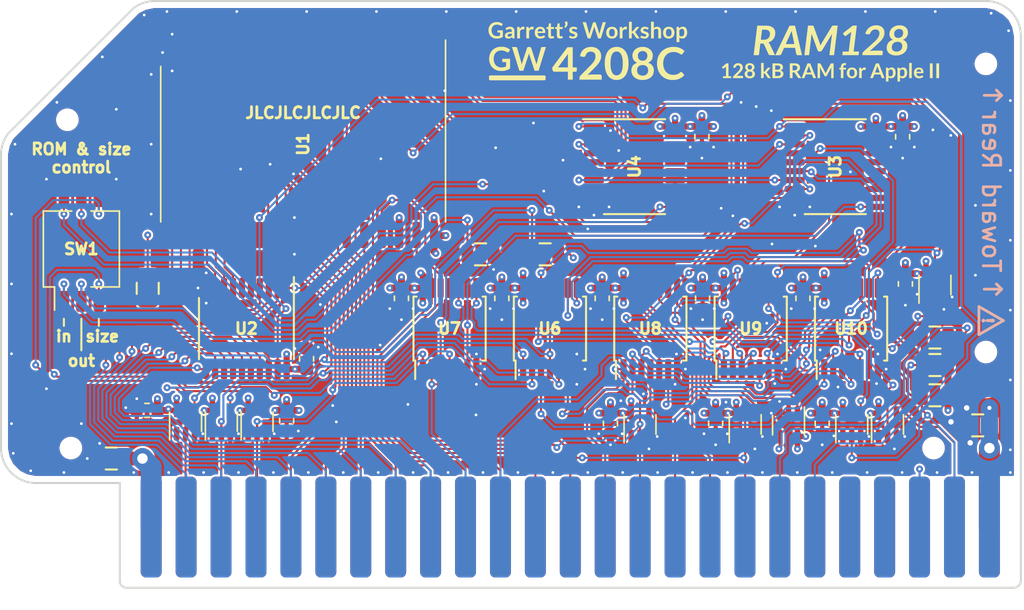
<source format=kicad_pcb>
(kicad_pcb (version 20211014) (generator pcbnew)
  (title_block (title "RAM128 (GW4208C)") (date "2023-01-02") (rev "1.0") (company "Garrett's Workshop"))
  (layers (0 "F.Cu" signal) (1 "In1.Cu" power) (2 "In2.Cu" signal) (31 "B.Cu" power) (34 "B.Paste" user) (35 "F.Paste" user) (36 "B.SilkS" user "B.Silkscreen") (37 "F.SilkS" user "F.Silkscreen") (38 "B.Mask" user) (39 "F.Mask" user) (44 "Edge.Cuts" user))
  (net 0 "")
  (net 1 "+5V")
  (net 2 "GND")
  (net 3 "/A4")
  (net 4 "/D7")
  (net 5 "/D6")
  (net 6 "/A8")
  (net 7 "/A7")
  (net 8 "/A6")
  (net 9 "/A5")
  (net 10 "/A3")
  (net 11 "/A2")
  (net 12 "/A1")
  (net 13 "/A0")
  (net 14 "/A9")
  (net 15 "/D1")
  (net 16 "/D5")
  (net 17 "/D0")
  (net 18 "/D2")
  (net 19 "/D3")
  (net 20 "/D4")
  (net 21 "/A10")
  (net 22 "+12V")
  (net 23 "-12V")
  (net 24 "-5V")
  (net 25 "/~{IOSEL}")
  (net 26 "/A11")
  (net 27 "/A12")
  (net 28 "/A13")
  (net 29 "/A14")
  (net 30 "/A15")
  (net 31 "/~{IOSTRB}")
  (net 32 "/RDY")
  (net 33 "/DMA")
  (net 34 "/~{NMI}")
  (net 35 "/~{IRQ}")
  (net 36 "/~{RES}")
  (net 37 "/~{INH}")
  (net 38 "/COLORREF")
  (net 39 "/7M")
  (net 40 "/Q3")
  (net 41 "/PHI1")
  (net 42 "/USER1")
  (net 43 "/PHI0")
  (net 44 "/~{DEVSEL}")
  (net 45 "/INTin")
  (net 46 "/DMAin")
  (net 47 "/VIDSYNC")
  (net 48 "/R~{CS}")
  (net 49 "/RA15")
  (net 50 "/RA16")
  (net 51 "/RA14")
  (net 52 "/RA12")
  (net 53 "/RD7")
  (net 54 "/RD6")
  (net 55 "/RD5")
  (net 56 "/RD4")
  (net 57 "/RD3")
  (net 58 "/RD2")
  (net 59 "/RD1")
  (net 60 "/RD0")
  (net 61 "/BankAB")
  (net 62 "/ENWR1")
  (net 63 "/ENRD")
  (net 64 "/ENWR")
  (net 65 "/ENWR1A0")
  (net 67 "/~{A0XOR1}")
  (net 68 "Net-(U10-Pad1)")
  (net 69 "Net-(U10-Pad2)")
  (net 70 "Net-(U10-Pad4)")
  (net 71 "Net-(U10-Pad5)")
  (net 72 "Net-(U10-Pad10)")
  (net 73 "Net-(U10-Pad9)")
  (net 74 "Net-(U10-Pad8)")
  (net 75 "/INHOE")
  (net 76 "Net-(U10-Pad11)")
  (net 85 "/~{A2}clk")
  (net 86 "/A2clk")
  (net 87 "/R~{W}")
  (net 88 "Net-(U19-Pad4)")
  (net 96 "/DMAout")
  (net 97 "Net-(U8-Pad11)")
  (net 98 "Net-(U9-Pad10)")
  (net 100 "Net-(R2-Pad1)")
  (net 101 "Net-(R4-Pad2)")
  (net 102 "Net-(U6-Pad11)")
  (net 103 "/RCS")
  (net 105 "/~{A1}")
  (net 106 "/~{A0}")
  (net 107 "/~{DMAout}")
  (net 108 "/~{A13}")
  (net 109 "/~{R}W")
  (net 110 "Net-(R5-Pad2)")
  (net 111 "/~{A2}")
  (net 113 "/~{A2}g")
  (footprint "stdpads:AppleIIBus_Edge" (layer "F.Cu") (at 106.68 135.382)
    (fp_text reference "J1" hide)
    (fp_text value "AppleIIBus")
  )
  (footprint "stdpads:C_0805" (layer "F.Cu") (at 136.31 127.889 180)
    (fp_text reference "C1")
    (fp_text value "10u")
  )
  (footprint "stdpads:Fiducial" (layer "F.Cu") (at 136.906 103.886 -90)
    (fp_text reference "FID3" hide)
    (fp_text value "Fiducial" hide)
  )
  (footprint "stdpads:PasteHole_1.152mm_NPTH" (layer "F.Cu") (at 70.358 129.54)
    (fp_text reference "H1")
    (fp_text value " " hide)
  )
  (footprint "stdpads:PasteHole_1.152mm_NPTH" (layer "F.Cu") (at 136.906 122.555 -90)
    (fp_text reference "H2")
    (fp_text value " " hide)
  )
  (footprint "stdpads:Fiducial" (layer "F.Cu") (at 136.906 124.841)
    (fp_text reference "FID4" hide)
    (fp_text value "Fiducial" hide)
  )
  (footprint "stdpads:C_0603" (layer "F.Cu") (at 109.6 127.75 -90)
    (fp_text reference "C4")
    (fp_text value "2u2")
  )
  (footprint "stdpads:R_0805" (layer "F.Cu") (at 133.2 123.5 180)
    (fp_text reference "R1")
    (fp_text value "3k3")
  )
  (footprint "stdpads:SOT-353" (layer "F.Cu") (at 122.55 127.85 90)
    (fp_text reference "U11")
    (fp_text value "74LVC1G126GW")
  )
  (footprint "stdpads:TSSOP-20_4.4x6.5mm_P0.65mm" (layer "F.Cu") (at 125.95 109.075 -90)
    (fp_text reference "U3")
    (fp_text value "74HCT273PW")
  )
  (footprint "stdpads:SOT-353" (layer "F.Cu") (at 127.15 127.85 -90)
    (fp_text reference "U19")
    (fp_text value "74AHCT1G04GW")
  )
  (footprint "stdpads:SOT-353" (layer "F.Cu") (at 78.7 127.65 -90)
    (fp_text reference "U13")
    (fp_text value "74AHCT1G04GW")
  )
  (footprint "stdpads:C_0603" (layer "F.Cu") (at 117.25 127.75 -90)
    (fp_text reference "C5")
    (fp_text value "2u2")
  )
  (footprint "stdpads:SOT-353" (layer "F.Cu") (at 111.75 127.85 -90)
    (fp_text reference "U15")
    (fp_text value "74AHCT1G04GW")
  )
  (footprint "stdpads:SOT-353" (layer "F.Cu") (at 119.4 127.85 -90)
    (fp_text reference "U16")
    (fp_text value "74AHCT1G04GW")
  )
  (footprint "stdpads:C_0603" (layer "F.Cu") (at 75.9 126.8 180)
    (fp_text reference "C2")
    (fp_text value "2u2")
  )
  (footprint "stdpads:SOT-353" (layer "F.Cu") (at 129.75 127.85 -90)
    (fp_text reference "U20")
    (fp_text value "74AHCT1G04GW")
  )
  (footprint "stdpads:TSSOP-14_4.4x5mm_P0.65mm" (layer "F.Cu") (at 97.9 120.85)
    (fp_text reference "U7")
    (fp_text value "74AHCT32PW")
  )
  (footprint "stdpads:TSSOP-14_4.4x5mm_P0.65mm" (layer "F.Cu") (at 127.1 120.85)
    (fp_text reference "U10")
    (fp_text value "74AHCT32PW")
  )
  (footprint "stdpads:C_0603" (layer "F.Cu") (at 116.3 118.65 -90)
    (fp_text reference "C11")
    (fp_text value "2u2")
  )
  (footprint "stdpads:TSSOP-14_4.4x5mm_P0.65mm" (layer "F.Cu") (at 119.8 120.85)
    (fp_text reference "U9")
    (fp_text value "74AHCT08PW")
  )
  (footprint "stdpads:C_0603" (layer "F.Cu") (at 94.4 118.65 -90)
    (fp_text reference "C8")
    (fp_text value "2u2")
  )
  (footprint "stdpads:TSSOP-14_4.4x5mm_P0.65mm" (layer "F.Cu") (at 112.5 120.85)
    (fp_text reference "U8")
    (fp_text value "74AHCT08PW")
  )
  (footprint "stdpads:C_0603" (layer "F.Cu") (at 101.7 118.65 -90)
    (fp_text reference "C9")
    (fp_text value "2u2")
  )
  (footprint "stdpads:TSSOP-14_4.4x5mm_P0.65mm" (layer "F.Cu") (at 105.2 120.85)
    (fp_text reference "U6")
    (fp_text value "74AHCT08PW")
  )
  (footprint "stdpads:C_0603" (layer "F.Cu") (at 123.6 118.65 -90)
    (fp_text reference "C12")
    (fp_text value "2u2")
  )
  (footprint "stdpads:C_0603" (layer "F.Cu") (at 109 118.65 -90)
    (fp_text reference "C10")
    (fp_text value "2u2")
  )
  (footprint "stdpads:C_0603" (layer "F.Cu") (at 125 127.75 -90)
    (fp_text reference "C6")
    (fp_text value "2u2")
  )
  (footprint "stdpads:SOP-32_450mil" (layer "F.Cu") (at 87.249 107.442 180)
    (fp_text reference "U1")
    (fp_text value "621024")
  )
  (footprint "stdpads:R_0805" (layer "F.Cu") (at 100.15 115.45)
    (fp_text reference "R2")
    (fp_text value "22k")
  )
  (footprint "stdpads:TSSOP-20_4.4x6.5mm_P0.65mm" (layer "F.Cu") (at 111.35 109.075 -90)
    (fp_text reference "U4")
    (fp_text value "74HCT273PW")
  )
  (footprint "stdpads:C_0603" (layer "F.Cu") (at 116.25 106.9 -90)
    (fp_text reference "C13")
    (fp_text value "2u2")
  )
  (footprint "stdpads:C_0603" (layer "F.Cu") (at 130.85 106.9 -90)
    (fp_text reference "C14")
    (fp_text value "2u2")
  )
  (footprint "stdpads:Fiducial" (layer "F.Cu") (at 67.818 129.54)
    (fp_text reference "FID1" hide)
    (fp_text value "Fiducial" hide)
  )
  (footprint "stdpads:Fiducial" (layer "F.Cu") (at 75.438 100.711 90)
    (fp_text reference "FID2" hide)
    (fp_text value "Fiducial" hide)
  )
  (footprint "stdpads:TSSOP-20_4.4x6.5mm_P0.65mm" (layer "F.Cu") (at 83.125 120.85 180)
    (fp_text reference "U2")
    (fp_text value "74HCT245PW")
  )
  (footprint "stdpads:C_0805" (layer "F.Cu") (at 73.3 130.3 180)
    (fp_text reference "C16")
    (fp_text value "10u")
  )
  (footprint "stdpads:SOT-353" (layer "F.Cu") (at 81.3 127.65 -90)
    (fp_text reference "U14")
    (fp_text value "74AHCT1G04GW")
  )
  (footprint "stdpads:SOT-353" (layer "F.Cu") (at 83.9 127.65 -90)
    (fp_text reference "U12")
    (fp_text value "74AHCT1G04GW")
  )
  (footprint "stdpads:C_0603" (layer "F.Cu") (at 86.05 127.55 -90)
    (fp_text reference "C3")
    (fp_text value "2u2")
  )
  (footprint "stdpads:C_0603" (layer "F.Cu") (at 87.5 123.05 90)
    (fp_text reference "C7")
    (fp_text value "2u2")
  )
  (footprint "stdpads:PasteHole_1.152mm_NPTH" (layer "F.Cu") (at 133.096 129.54)
    (fp_text reference "H5")
    (fp_text value " " hide)
  )
  (footprint "stdpads:SOT-353" (layer "F.Cu") (at 133.2 117.7 -90)
    (fp_text reference "U17")
    (fp_text value "74AHCT1G04GW")
  )
  (footprint "stdpads:C_0603" (layer "F.Cu") (at 131.05 117.6 -90)
    (fp_text reference "C15")
    (fp_text value "2u2")
  )
  (footprint "stdpads:R_0805" (layer "F.Cu") (at 133.2 125.7 180)
    (fp_text reference "R3")
    (fp_text value "10k")
  )
  (footprint "stdpads:R_0805" (layer "F.Cu") (at 104.85 115.45 180)
    (fp_text reference "R4")
    (fp_text value "22k")
  )
  (footprint "stdpads:PasteHole_1.152mm_NPTH" (layer "F.Cu") (at 136.906 101.6 -90)
    (fp_text reference "H3")
    (fp_text value " " hide)
  )
  (footprint "stdpads:R_0805" (layer "F.Cu") (at 133.2 121.5)
    (fp_text reference "R5")
    (fp_text value "33")
  )
  (footprint "stdpads:PasteHole_1.152mm_NPTH" (layer "F.Cu") (at 70.104 105.664 -90)
    (fp_text reference "H4")
    (fp_text value " " hide)
  )
  (footprint "LOGO" (layer "F.Cu") (at 107.95 100.838)
    (fp_text reference "G***" hide)
    (fp_text value "LOGO" hide)
  )
  (footprint "LOGO" (layer "F.Cu") (at 125.607883 100.652773)
    (fp_text reference "G***" hide)
    (fp_text value "LOGO" hide)
  )
  (footprint "stdpads:R_0805" (layer "F.Cu") (at 75.946 117.922 -90)
    (fp_text reference "R6")
    (fp_text value "10k")
  )
  (footprint "stdpads:SW_DIP_SPSTx03_Slide_DSHP03TS_P1.27mm" (layer "F.Cu") (at 71.12 115.062)
    (fp_text reference "SW1")
    (fp_text value "ROM/SIZE")
  )
  (gr_line (start 138.049 103.886) (end 137.668 104.267) (layer "B.SilkS") (width 0.2))
  (gr_line (start 138.176 120.269) (end 136.398 121.285) (layer "B.SilkS") (width 0.2))
  (gr_line (start 136.398 121.285) (end 136.398 119.253) (layer "B.SilkS") (width 0.2))
  (gr_line (start 138.049 117.983) (end 137.668 118.364) (layer "B.SilkS") (width 0.2))
  (gr_line (start 136.779 117.983) (end 138.049 117.983) (layer "B.SilkS") (width 0.2))
  (gr_line (start 138.049 103.886) (end 137.668 103.505) (layer "B.SilkS") (width 0.2))
  (gr_line (start 136.779 103.886) (end 138.049 103.886) (layer "B.SilkS") (width 0.2))
  (gr_line (start 138.049 117.983) (end 137.668 117.602) (layer "B.SilkS") (width 0.2))
  (gr_line (start 136.398 119.253) (end 138.176 120.269) (layer "B.SilkS") (width 0.2))
  (gr_line (start 72.39 120.142) (end 72.39 120.65) (layer "F.SilkS") (width 0.15))
  (gr_line (start 71.12 120.142) (end 71.12 122.428) (layer "F.SilkS") (width 0.15))
  (gr_line (start 69.85 120.142) (end 69.85 120.65) (layer "F.SilkS") (width 0.15))
  (gr_line (start 138.938 139.7) (end 74.422 139.7) (layer "Edge.Cuts") (width 0.15))
  (gr_arc (start 74.422 139.7) (mid 74.06279 139.55121) (end 73.914 139.192) (layer "Edge.Cuts") (width 0.15))
  (gr_arc (start 139.446 139.192) (mid 139.29721 139.55121) (end 138.938 139.7) (layer "Edge.Cuts") (width 0.15))
  (gr_line (start 73.914 132.08) (end 73.914 139.192) (layer "Edge.Cuts") (width 0.15))
  (gr_line (start 139.446 132.08) (end 139.446 139.192) (layer "Edge.Cuts") (width 0.15))
  (gr_line (start 76.454 97.028) (end 136.906 97.028) (layer "Edge.Cuts") (width 0.15))
  (gr_arc (start 136.906 97.028) (mid 138.702051 97.771949) (end 139.446 99.568) (layer "Edge.Cuts") (width 0.15))
  (gr_line (start 139.446 99.568) (end 139.446 132.08) (layer "Edge.Cuts") (width 0.15))
  (gr_line (start 65.278 108.204) (end 65.278 129.54) (layer "Edge.Cuts") (width 0.15))
  (gr_line (start 67.818 132.08) (end 73.914 132.08) (layer "Edge.Cuts") (width 0.15))
  (gr_arc (start 74.93 97.536) (mid 75.650781 97.158344) (end 76.454 97.028) (layer "Edge.Cuts") (width 0.15))
  (gr_arc (start 67.818 132.08) (mid 66.021949 131.336051) (end 65.278 129.54) (layer "Edge.Cuts") (width 0.15))
  (gr_line (start 65.786001 106.679999) (end 74.93 97.536) (layer "Edge.Cuts") (width 0.15))
  (gr_arc (start 65.278 108.204) (mid 65.408345 107.400781) (end 65.786001 106.679999) (layer "Edge.Cuts") (width 0.15))
  (gr_text "Toward Rear" (at 137.287 110.871 270) (layer "B.SilkS") (effects (font (size 1.27 1.27) (thickness 0.2)) (justify mirror)))
  (gr_text "!" (at 137.033 120.269 270) (layer "B.SilkS") (effects (font (size 0.762 0.762) (thickness 0.1905)) (justify mirror)))
  (gr_text "in" (at 69.85 121.412) (layer "F.SilkS") (effects (font (size 0.8128 0.8128) (thickness 0.2032))))
  (gr_text "out" (at 71.12 123.19) (layer "F.SilkS") (effects (font (size 0.8128 0.8128) (thickness 0.2032))))
  (gr_text "size" (at 72.644 121.412) (layer "F.SilkS") (effects (font (size 0.8128 0.8128) (thickness 0.2032))))
  (gr_text "JLCJLCJLCJLC" (at 87.249 105.156) (layer "F.SilkS") (effects (font (size 0.8128 0.8128) (thickness 0.2032))))
  (gr_text "ROM & size\ncontrol" (at 71.12 108.458) (layer "F.SilkS") (effects (font (size 0.8182 0.8128) (thickness 0.2032))))
  (segment (start 117.25 127) (end 118.15 127) (width 0.5) (layer "F.Cu") (net 1))
  (segment (start 117.25 127) (end 117.25 126.2) (width 0.5) (layer "F.Cu") (net 1))
  (segment (start 117.25 127) (end 116.4 127) (width 0.5) (layer "F.Cu") (net 1))
  (segment (start 103.25 117.9) (end 102.65 117.9) (width 0.45) (layer "F.Cu") (net 1))
  (segment (start 110.55 117.9) (end 110.55 116.8) (width 0.45) (layer "F.Cu") (net 1))
  (segment (start 110.55 117.9) (end 109.95 117.9) (width 0.45) (layer "F.Cu") (net 1))
  (segment (start 103.25 117.9) (end 103.25 119) (width 0.45) (layer "F.Cu") (net 1))
  (segment (start 110.55 117.9) (end 110.55 119) (width 0.45) (layer "F.Cu") (net 1))
  (segment (start 101.7 117.9) (end 102.65 117.9) (width 0.5) (layer "F.Cu") (net 1))
  (segment (start 101.7 117.9) (end 101.7 117.1) (width 0.5) (layer "F.Cu") (net 1))
  (segment (start 103.25 117.9) (end 103.25 116.8) (width 0.45) (layer "F.Cu") (net 1))
  (segment (start 101.7 117.9) (end 100.85 117.9) (width 0.5) (layer "F.Cu") (net 1))
  (segment (start 109 117.9) (end 108.15 117.9) (width 0.5) (layer "F.Cu") (net 1))
  (segment (start 109 117.9) (end 109 117.1) (width 0.5) (layer "F.Cu") (net 1))
  (segment (start 109 117.9) (end 109.95 117.9) (width 0.5) (layer "F.Cu") (net 1))
  (segment (start 95.95 117.9) (end 95.95 119) (width 0.45) (layer "F.Cu") (net 1))
  (segment (start 94.4 117.9) (end 94.4 117.1) (width 0.5) (layer "F.Cu") (net 1))
  (segment (start 94.4 117.9) (end 93.55 117.9) (width 0.5) (layer "F.Cu") (net 1))
  (segment (start 94.4 117.9) (end 95.35 117.9) (width 0.5) (layer "F.Cu") (net 1))
  (segment (start 117.85 117.9) (end 117.85 116.8) (width 0.45) (layer "F.Cu") (net 1))
  (segment (start 116.3 117.9) (end 116.3 117.1) (width 0.5) (layer "F.Cu") (net 1))
  (segment (start 123.6 117.9) (end 124.55 117.9) (width 0.5) (layer "F.Cu") (net 1))
  (segment (start 116.3 117.9) (end 115.45 117.9) (width 0.5) (layer "F.Cu") (net 1))
  (segment (start 95.95 117.9) (end 95.35 117.9) (width 0.45) (layer "F.Cu") (net 1))
  (segment (start 116.3 117.9) (end 117.25 117.9) (width 0.5) (layer "F.Cu") (net 1))
  (segment (start 117.85 117.9) (end 117.85 119) (width 0.45) (layer "F.Cu") (net 1))
  (segment (start 125.15 117.9) (end 124.55 117.9) (width 0.45) (layer "F.Cu") (net 1))
  (segment (start 125.15 117.9) (end 125.15 116.8) (width 0.45) (layer "F.Cu") (net 1))
  (segment (start 117.85 117.9) (end 117.25 117.9) (width 0.45) (layer "F.Cu") (net 1))
  (segment (start 123.6 117.9) (end 123.6 117.1) (width 0.5) (layer "F.Cu") (net 1))
  (segment (start 123.6 117.9) (end 122.75 117.9) (width 0.5) (layer "F.Cu") (net 1))
  (segment (start 125.15 117.9) (end 125.15 119) (width 0.45) (layer "F.Cu") (net 1))
  (segment (start 97.627 114.077) (end 97.612 114.092) (width 0.5) (layer "F.Cu") (net 1))
  (segment (start 97.612 114.092) (end 96.774 114.092) (width 0.5) (layer "F.Cu") (net 1))
  (segment (start 94.234 114.092) (end 94.234 112.776) (width 0.5) (layer "F.Cu") (net 1))
  (segment (start 96.774 114.092) (end 96.774 112.776) (width 0.5) (layer "F.Cu") (net 1))
  (segment (start 114.3 106.15) (end 115.4 106.15) (width 0.45) (layer "F.Cu") (net 1))
  (segment (start 116.25 106.15) (end 116.25 105.35) (width 0.5) (layer "F.Cu") (net 1))
  (segment (start 114.3 106.15) (end 113.2 106.15) (width 0.45) (layer "F.Cu") (net 1))
  (segment (start 116.25 106.15) (end 115.4 106.15) (width 0.5) (layer "F.Cu") (net 1))
  (segment (start 114.3 106.15) (end 114.3 105.55) (width 0.45) (layer "F.Cu") (net 1))
  (segment (start 116.25 106.15) (end 117.1 106.15) (width 0.5) (layer "F.Cu") (net 1))
  (segment (start 130.85 106.15) (end 131.7 106.15) (width 0.5) (layer "F.Cu") (net 1))
  (segment (start 128.9 106.15) (end 128.9 105.55) (width 0.45) (layer "F.Cu") (net 1))
  (segment (start 130.85 106.15) (end 130 106.15) (width 0.5) (layer "F.Cu") (net 1))
  (segment (start 128.9 106.15) (end 127.8 106.15) (width 0.45) (layer "F.Cu") (net 1))
  (segment (start 130.85 106.15) (end 130.85 105.35) (width 0.5) (layer "F.Cu") (net 1))
  (segment (start 128.9 106.15) (end 130 106.15) (width 0.45) (layer "F.Cu") (net 1))
  (segment (start 86.05 123.8) (end 86.05 122.7) (width 0.45) (layer "F.Cu") (net 1))
  (segment (start 86.05 123.8) (end 86.65 123.8) (width 0.45) (layer "F.Cu") (net 1))
  (segment (start 86.05 126.8) (end 85.2 126.8) (width 0.5) (layer "F.Cu") (net 1))
  (segment (start 86.05 126.8) (end 86.05 126) (width 0.5) (layer "F.Cu") (net 1))
  (segment (start 86.05 126.8) (end 86.95 126.8) (width 0.5) (layer "F.Cu") (net 1))
  (segment (start 83.25 126.8) (end 82.65 126.8) (width 0.4) (layer "F.Cu") (net 1))
  (segment (start 80.65 126.8) (end 80.05 126.8) (width 0.4) (layer "F.Cu") (net 1))
  (segment (start 80.65 126.8) (end 80.65 125.9) (width 0.4) (layer "F.Cu") (net 1))
  (segment (start 109.6 127) (end 110.5 127) (width 0.5) (layer "F.Cu") (net 1))
  (segment (start 83.25 126.8) (end 83.25 125.9) (width 0.4) (layer "F.Cu") (net 1))
  (segment (start 95.95 116.95) (end 95.95 117.9) (width 0.45) (layer "F.Cu") (net 1))
  (segment (start 131.05 116.85) (end 131.05 116.05) (width 0.5) (layer "F.Cu") (net 1))
  (segment (start 96.774 115.2525) (end 96.774 114.092) (width 0.5) (layer "F.Cu") (net 1))
  (segment (start 125 127) (end 124.15 127) (width 0.5) (layer "F.Cu") (net 1))
  (segment (start 111.1 127) (end 110.5 127) (width 0.4) (layer "F.Cu") (net 1))
  (segment (start 125 127) (end 125 126.2) (width 0.5) (layer "F.Cu") (net 1))
  (segment (start 137.16 135.382) (end 137.16 129.54) (width 1.524) (layer "F.Cu") (net 1))
  (segment (start 129.1 127) (end 128.5 127) (width 0.4) (layer "F.Cu") (net 1))
  (segment (start 76.65 126.8) (end 76.65 125.95) (width 0.5) (layer "F.Cu") (net 1))
  (segment (start 118.75 127) (end 118.75 126.2) (width 0.4) (layer "F.Cu") (net 1))
  (segment (start 125 127) (end 125.9 127) (width 0.5) (layer "F.Cu") (net 1))
  (segment (start 109.6 127) (end 109.6 126.2) (width 0.5) (layer "F.Cu") (net 1))
  (segment (start 78.05 126.8) (end 77.55 126.8) (width 0.4) (layer "F.Cu") (net 1))
  (segment (start 123.2 128.7) (end 123.2 129.6) (width 0.4) (layer "F.Cu") (net 1))
  (segment (start 132.55 116.85) (end 131.9 116.85) (width 0.4) (layer "F.Cu") (net 1))
  (segment (start 111.1 127) (end 111.1 126.1) (width 0.4) (layer "F.Cu") (net 1))
  (segment (start 95.8 116.8) (end 95.95 116.95) (width 0.45) (layer "F.Cu") (net 1))
  (segment (start 87.5 123.8) (end 86.65 123.8) (width 0.5) (layer "F.Cu") (net 1))
  (segment (start 137.16 127.889) (end 137.16 126.619) (width 0.762) (layer "F.Cu") (net 1))
  (segment (start 134.15 125.7) (end 134.15 126.8) (width 0.5) (layer "F.Cu") (net 1))
  (segment (start 123.2 128.7) (end 123.8 128.7) (width 0.4) (layer "F.Cu") (net 1))
  (segment (start 75.946 114.046) (end 75.946 116.972) (width 0.15) (layer "F.Cu") (net 1))
  (segment (start 77.55 126.8) (end 77.45 126.7) (width 0.4) (layer "F.Cu") (net 1))
  (segment (start 109.6 127) (end 108.75 127) (width 0.5) (layer "F.Cu") (net 1))
  (segment (start 131.05 116.85) (end 131.9 116.85) (width 0.5) (layer "F.Cu") (net 1))
  (segment (start 132.55 116.85) (end 132.55 115.95) (width 0.4) (layer "F.Cu") (net 1))
  (segment (start 129.1 127) (end 129.1 126.15) (width 0.4) (layer "F.Cu") (net 1))
  (segment (start 77.35 126.8) (end 77.45 126.7) (width 0.5) (layer "F.Cu") (net 1))
  (segment (start 137.16 127.889) (end 137.16 129.54) (width 0.762) (layer "F.Cu") (net 1))
  (segment (start 134.15 123.5) (end 134.15 125.7) (width 0.5) (layer "F.Cu") (net 1))
  (segment (start 118.75 127) (end 118.15 127) (width 0.4) (layer "F.Cu") (net 1))
  (segment (start 106.65 115.45) (end 105.8 115.45) (width 0.15) (layer "F.Cu") (net 1))
  (segment (start 76.65 126.8) (end 77.35 126.8) (width 0.5) (layer "F.Cu") (net 1))
  (segment (start 126.5 127) (end 125.9 127) (width 0.4) (layer "F.Cu") (net 1))
  (segment (start 96.901 115.3795) (end 96.774 115.2525) (width 0.5) (layer "F.Cu") (net 1))
  (segment (start 78.05 126.8) (end 78.05 125.9) (width 0.4) (layer "F.Cu") (net 1))
  (segment (start 126.5 127) (end 126.5 126.2) (width 0.4) (layer "F.Cu") (net 1))
  (segment (start 106.9 115.7) (end 106.65 115.45) (width 0.15) (layer "F.Cu") (net 1))
  (via (at 116.4 127) (size 0.5) (drill 0.2) (layers "F.Cu" "B.Cu") (net 1))
  (via (at 117.25 126.2) (size 0.5) (drill 0.2) (layers "F.Cu" "B.Cu") (net 1))
  (via (at 109 117.1) (size 0.5) (drill 0.2) (layers "F.Cu" "B.Cu") (net 1))
  (via (at 108.15 117.9) (size 0.5) (drill 0.2) (layers "F.Cu" "B.Cu") (net 1))
  (via (at 109.95 117.9) (size 0.5) (drill 0.2) (layers "F.Cu" "B.Cu") (net 1))
  (via (at 103.25 119) (size 0.5) (drill 0.2) (layers "F.Cu" "B.Cu") (net 1))
  (via (at 103.25 116.8) (size 0.5) (drill 0.2) (layers "F.Cu" "B.Cu") (net 1))
  (via (at 101.7 117.1) (size 0.5) (drill 0.2) (layers "F.Cu" "B.Cu") (net 1))
  (via (at 110.55 119) (size 0.5) (drill 0.2) (layers "F.Cu" "B.Cu") (net 1))
  (via (at 100.85 117.9) (size 0.5) (drill 0.2) (layers "F.Cu" "B.Cu") (net 1))
  (via (at 110.55 116.8) (size 0.5) (drill 0.2) (layers "F.Cu" "B.Cu") (net 1))
  (via (at 102.65 117.9) (size 0.5) (drill 0.2) (layers "F.Cu" "B.Cu") (net 1))
  (via (at 95.95 119) (size 0.5) (drill 0.2) (layers "F.Cu" "B.Cu") (net 1))
  (via (at 94.4 117.1) (size 0.5) (drill 0.2) (layers "F.Cu" "B.Cu") (net 1))
  (via (at 125.15 116.8) (size 0.5) (drill 0.2) (layers "F.Cu" "B.Cu") (net 1))
  (via (at 115.45 117.9) (size 0.5) (drill 0.2) (layers "F.Cu" "B.Cu") (net 1))
  (via (at 123.6 117.1) (size 0.5) (drill 0.2) (layers "F.Cu" "B.Cu") (net 1))
  (via (at 116.3 117.1) (size 0.5) (drill 0.2) (layers "F.Cu" "B.Cu") (net 1))
  (via (at 93.55 117.9) (size 0.5) (drill 0.2) (layers "F.Cu" "B.Cu") (net 1))
  (via (at 95.35 117.9) (size 0.5) (drill 0.2) (layers "F.Cu" "B.Cu") (net 1))
  (via (at 117.85 119) (size 0.5) (drill 0.2) (layers "F.Cu" "B.Cu") (net 1))
  (via (at 117.85 116.8) (size 0.5) (drill 0.2) (layers "F.Cu" "B.Cu") (net 1))
  (via (at 117.25 117.9) (size 0.5) (drill 0.2) (layers "F.Cu" "B.Cu") (net 1))
  (via (at 125.15 119) (size 0.5) (drill 0.2) (layers "F.Cu" "B.Cu") (net 1))
  (via (at 122.75 117.9) (size 0.5) (drill 0.2) (layers "F.Cu" "B.Cu") (net 1))
  (via (at 124.55 117.9) (size 0.5) (drill 0.2) (layers "F.Cu" "B.Cu") (net 1))
  (via (at 97.627 114.077) (size 0.5) (drill 0.2) (layers "F.Cu" "B.Cu") (net 1))
  (via (at 94.234 112.776) (size 0.5) (drill 0.2) (layers "F.Cu" "B.Cu") (net 1))
  (via (at 96.774 112.776) (size 0.5) (drill 0.2) (layers "F.Cu" "B.Cu") (net 1))
  (via (at 115.4 106.15) (size 0.5) (drill 0.2) (layers "F.Cu" "B.Cu") (net 1))
  (via (at 116.25 105.35) (size 0.5) (drill 0.2) (layers "F.Cu" "B.Cu") (net 1))
  (via (at 113.2 106.15) (size 0.5) (drill 0.2) (layers "F.Cu" "B.Cu") (net 1))
  (via (at 117.1 106.15) (size 0.5) (drill 0.2) (layers "F.Cu" "B.Cu") (net 1))
  (via (at 114.3 105.55) (size 0.5) (drill 0.2) (layers "F.Cu" "B.Cu") (net 1))
  (via (at 128.9 105.55) (size 0.5) (drill 0.2) (layers "F.Cu" "B.Cu") (net 1))
  (via (at 131.7 106.15) (size 0.5) (drill 0.2) (layers "F.Cu" "B.Cu") (net 1))
  (via (at 127.8 106.15) (size 0.5) (drill 0.2) (layers "F.Cu" "B.Cu") (net 1))
  (via (at 130.85 105.35) (size 0.5) (drill 0.2) (layers "F.Cu" "B.Cu") (net 1))
  (via (at 130 106.15) (size 0.5) (drill 0.2) (layers "F.Cu" "B.Cu") (net 1))
  (via (at 86.05 122.7) (size 0.5) (drill 0.2) (layers "F.Cu" "B.Cu") (net 1))
  (via (at 86.65 123.8) (size 0.5) (drill 0.2) (layers "F.Cu" "B.Cu") (net 1))
  (via (at 85.2 126.8) (size 0.5) (drill 0.2) (layers "F.Cu" "B.Cu") (net 1))
  (via (at 86.95 126.8) (size 0.5) (drill 0.2) (layers "F.Cu" "B.Cu") (net 1))
  (via (at 86.05 126) (size 0.5) (drill 0.2) (layers "F.Cu" "B.Cu") (net 1))
  (via (at 80.05 126.8) (size 0.5) (drill 0.2) (layers "F.Cu" "B.Cu") (net 1))
  (via (at 80.65 125.9) (size 0.5) (drill 0.2) (layers "F.Cu" "B.Cu") (net 1))
  (via (at 82.65 126.8) (size 0.5) (drill 0.2) (layers "F.Cu" "B.Cu") (net 1))
  (via (at 126.5 126.2) (size 0.5) (drill 0.2) (layers "F.Cu" "B.Cu") (net 1))
  (via (at 76.65 125.95) (size 0.5) (drill 0.2) (layers "F.Cu" "B.Cu") (net 1))
  (via (at 123.8 128.7) (size 0.5) (drill 0.2) (layers "F.Cu" "B.Cu") (net 1))
  (via (at 137.16 126.619) (size 0.6) (drill 0.3) (layers "F.Cu" "B.Cu") (net 1))
  (via (at 83.25 125.9) (size 0.5) (drill 0.2) (layers "F.Cu" "B.Cu") (net 1))
  (via (at 106.9 115.7) (size 0.5) (drill 0.2) (layers "F.Cu" "B.Cu") (net 1))
  (via (at 95.8 116.8) (size 0.5) (drill 0.2) (layers "F.Cu" "B.Cu") (net 1))
  (via (at 125 126.2) (size 0.5) (drill 0.2) (layers "F.Cu" "B.Cu") (net 1))
  (via (at 108.75 127) (size 0.5) (drill 0.2) (layers "F.Cu" "B.Cu") (net 1))
  (via (at 118.75 126.2) (size 0.5) (drill 0.2) (layers "F.Cu" "B.Cu") (net 1))
  (via (at 111.1 126.1) (size 0.5) (drill 0.2) (layers "F.Cu" "B.Cu") (net 1))
  (via (at 134.15 126.8) (size 0.5) (drill 0.2) (layers "F.Cu" "B.Cu") (net 1))
  (via (at 109.6 126.2) (size 0.5) (drill 0.2) (layers "F.Cu" "B.Cu") (net 1))
  (via (at 124.15 127) (size 0.5) (drill 0.2) (layers "F.Cu" "B.Cu") (net 1))
  (via (at 131.9 116.85) (size 0.5) (drill 0.2) (layers "F.Cu" "B.Cu") (net 1))
  (via (at 123.2 129.6) (size 0.5) (drill 0.2) (layers "F.Cu" "B.Cu") (net 1))
  (via (at 128.5 127) (size 0.5) (drill 0.2) (layers "F.Cu" "B.Cu") (net 1))
  (via (at 96.901 115.3795) (size 0.5) (drill 0.2) (layers "F.Cu" "B.Cu") (net 1))
  (via (at 129.1 126.15) (size 0.5) (drill 0.2) (layers "F.Cu" "B.Cu") (net 1))
  (via (at 110.5 127) (size 0.5) (drill 0.2) (layers "F.Cu" "B.Cu") (net 1))
  (via (at 131.05 116.05) (size 0.5) (drill 0.2) (layers "F.Cu" "B.Cu") (net 1))
  (via (at 118.15 127) (size 0.5) (drill 0.2) (layers "F.Cu" "B.Cu") (net 1))
  (via (at 132.55 115.95) (size 0.5) (drill 0.2) (layers "F.Cu" "B.Cu") (net 1))
  (via (at 75.946 114.046) (size 0.5) (drill 0.2) (layers "F.Cu" "B.Cu") (net 1))
  (via (at 137.16 129.54) (size 1.524) (drill 0.762) (layers "F.Cu" "B.Cu") (net 1))
  (via (at 77.45 126.7) (size 0.5) (drill 0.2) (layers "F.Cu" "B.Cu") (net 1))
  (via (at 125.9 127) (size 0.5) (drill 0.2) (layers "F.Cu" "B.Cu") (net 1))
  (via (at 78.05 125.9) (size 0.5) (drill 0.2) (layers "F.Cu" "B.Cu") (net 1))
  (segment (start 137.16 129.54) (end 137.16 126.619) (width 1.27) (layer "B.Cu") (net 1))
  (segment (start 123 112) (end 121.9 112) (width 0.45) (layer "F.Cu") (net 2))
  (segment (start 123 112) (end 123 112.6) (width 0.45) (layer "F.Cu") (net 2))
  (segment (start 123 112) (end 124.1 112) (width 0.45) (layer "F.Cu") (net 2))
  (segment (start 117.25 128.5) (end 118.1 128.5) (width 0.5) (layer "F.Cu") (net 2))
  (segment (start 117.25 128.5) (end 116.4 128.5) (width 0.5) (layer "F.Cu") (net 2))
  (segment (start 117.25 128.5) (end 117.25 129.3) (width 0.5) (layer "F.Cu") (net 2))
  (segment (start 75.15 126.8) (end 75.15 125.95) (width 0.5) (layer "F.Cu") (net 2))
  (segment (start 107.15 123.8) (end 107.15 122.7) (width 0.45) (layer "F.Cu") (net 2))
  (segment (start 107.15 123.8) (end 107.15 124.9) (width 0.45) (layer "F.Cu") (net 2))
  (segment (start 107.15 123.8) (end 107.75 123.8) (width 0.45) (layer "F.Cu") (net 2))
  (segment (start 94.4 119.4) (end 93.55 119.4) (width 0.5) (layer "F.Cu") (net 2))
  (segment (start 94.4 119.4) (end 94.4 120.2) (width 0.5) (layer "F.Cu") (net 2))
  (segment (start 99.85 123.8) (end 100.45 123.8) (width 0.45) (layer "F.Cu") (net 2))
  (segment (start 94.4 119.4) (end 95.25 119.4) (width 0.5) (layer "F.Cu") (net 2))
  (segment (start 99.85 123.8) (end 99.85 122.7) (width 0.45) (layer "F.Cu") (net 2))
  (segment (start 99.85 123.8) (end 99.85 124.9) (width 0.45) (layer "F.Cu") (net 2))
  (segment (start 116.3 119.4) (end 115.45 119.4) (width 0.5) (layer "F.Cu") (net 2))
  (segment (start 129.05 123.8) (end 129.05 122.7) (width 0.45) (layer "F.Cu") (net 2))
  (segment (start 123.6 119.4) (end 124.45 119.4) (width 0.5) (layer "F.Cu") (net 2))
  (segment (start 129.05 123.8) (end 129.65 123.8) (width 0.45) (layer "F.Cu") (net 2))
  (segment (start 123.6 119.4) (end 122.75 119.4) (width 0.5) (layer "F.Cu") (net 2))
  (segment (start 116.3 119.4) (end 116.3 120.2) (width 0.5) (layer "F.Cu") (net 2))
  (segment (start 121.75 123.8) (end 122.35 123.8) (width 0.45) (layer "F.Cu") (net 2))
  (segment (start 116.3 119.4) (end 117.15 119.4) (width 0.5) (layer "F.Cu") (net 2))
  (segment (start 121.75 123.8) (end 121.75 122.7) (width 0.45) (layer "F.Cu") (net 2))
  (segment (start 109 119.4) (end 108.15 119.4) (width 0.5) (layer "F.Cu") (net 2))
  (segment (start 109 119.4) (end 109 120.2) (width 0.5) (layer "F.Cu") (net 2))
  (segment (start 109 119.4) (end 109.85 119.4) (width 0.5) (layer "F.Cu") (net 2))
  (segment (start 101.7 119.4) (end 101.7 120.2) (width 0.5) (layer "F.Cu") (net 2))
  (segment (start 101.7 119.4) (end 102.55 119.4) (width 0.5) (layer "F.Cu") (net 2))
  (segment (start 101.7 119.4) (end 100.85 119.4) (width 0.5) (layer "F.Cu") (net 2))
  (segment (start 77.724 100.792) (end 77.724 102.108) (width 0.5) (layer "F.Cu") (net 2))
  (segment (start 77.724 100.792) (end 77.043 100.792) (width 0.5) (layer "F.Cu") (net 2))
  (segment (start 77.043 100.792) (end 77.0255 100.7745) (width 0.5) (layer "F.Cu") (net 2))
  (segment (start 77.724 100.792) (end 77.724 99.441) (width 0.5) (layer "F.Cu") (net 2))
  (segment (start 86.614 114.092) (end 86.614 112.776) (width 0.5) (layer "F.Cu") (net 2))
  (segment (start 86.614 114.092) (end 86.614 115.443) (width 0.5) (layer "F.Cu") (net 2))
  (segment (start 108.4 112) (end 109.5 112) (width 0.45) (layer "F.Cu") (net 2))
  (segment (start 108.4 112) (end 107.3 112) (width 0.45) (layer "F.Cu") (net 2))
  (segment (start 108.4 112) (end 108.4 112.6) (width 0.45) (layer "F.Cu") (net 2))
  (segment (start 116.25 107.65) (end 116.25 108.45) (width 0.5) (layer "F.Cu") (net 2))
  (segment (start 116.25 107.65) (end 117.1 107.65) (width 0.5) (layer "F.Cu") (net 2))
  (segment (start 116.25 107.65) (end 115.4 107.65) (width 0.5) (layer "F.Cu") (net 2))
  (segment (start 130.85 107.65) (end 130 107.65) (width 0.5) (layer "F.Cu") (net 2))
  (segment (start 130.85 107.65) (end 131.7 107.65) (width 0.5) (layer "F.Cu") (net 2))
  (segment (start 130.85 107.65) (end 130.85 108.45) (width 0.5) (layer "F.Cu") (net 2))
  (segment (start 80.2 117.9) (end 80.2 119) (width 0.45) (layer "F.Cu") (net 2))
  (segment (start 80.2 117.9) (end 79.6 117.9) (width 0.45) (layer "F.Cu") (net 2))
  (segment (start 80.2 117.9) (end 80.2 116.8) (width 0.45) (layer "F.Cu") (net 2))
  (segment (start 85.35 128.3) (end 85.15 128.5) (width 0.5) (layer "F.Cu") (net 2))
  (segment (start 86.05 128.3) (end 85.35 128.3) (width 0.5) (layer "F.Cu") (net 2))
  (segment (start 86.05 128.3) (end 86.9 128.3) (width 0.5) (layer "F.Cu") (net 2))
  (segment (start 81.95 128.5) (end 82.55 128.5) (width 0.4) (layer "F.Cu") (net 2))
  (segment (start 84.55 128.5) (end 85.15 128.5) (width 0.4) (layer "F.Cu") (net 2))
  (segment (start 109.6 128.5) (end 108.75 128.5) (width 0.5) (layer "F.Cu") (net 2))
  (segment (start 121.75 124.65) (end 121.75 123.8) (width 0.45) (layer "F.Cu") (net 2))
  (segment (start 130.25 129.6) (end 130.4 129.45) (width 0.4) (layer "F.Cu") (net 2))
  (segment (start 79.35 128.5) (end 79.95 128.5) (width 0.4) (layer "F.Cu") (net 2))
  (segment (start 120.05 128.7) (end 120.05 129.55) (width 0.4) (layer "F.Cu") (net 2))
  (segment (start 135.46 126.668) (end 135.509 126.619) (width 0.762) (layer "F.Cu") (net 2))
  (segment (start 114.45 122.75) (end 114.4 122.7) (width 0.45) (layer "F.Cu") (net 2))
  (segment (start 129.05 124.75) (end 129.05 123.8) (width 0.45) (layer "F.Cu") (net 2))
  (segment (start 133.85 118.55) (end 133.85 119.45) (width 0.4) (layer "F.Cu") (net 2))
  (segment (start 72.45 130.3) (end 71.55 130.3) (width 0.5) (layer "F.Cu") (net 2))
  (segment (start 109.6 128.5) (end 109.6 129.3) (width 0.5) (layer "F.Cu") (net 2))
  (segment (start 127.8 128.7) (end 128.4 128.7) (width 0.4) (layer "F.Cu") (net 2))
  (segment (start 87.5 122.3) (end 86.65 122.3) (width 0.5) (layer "F.Cu") (net 2))
  (segment (start 74.35 126.8) (end 75.15 126.8) (width 0.5) (layer "F.Cu") (net 2))
  (segment (start 131.05 118.35) (end 131.05 119.15) (width 0.5) (layer "F.Cu") (net 2))
  (segment (start 74.35 126.6) (end 74.35 126.8) (width 0.5) (layer "F.Cu") (net 2))
  (segment (start 125 128.5) (end 124.375 128.5) (width 0.4) (layer "F.Cu") (net 2))
  (segment (start 125 128.5) (end 125 129.3) (width 0.5) (layer "F.Cu") (net 2))
  (segment (start 135.763 129.159) (end 135.46 128.856) (width 0.762) (layer "F.Cu") (net 2))
  (segment (start 125.7 128.5) (end 125.85 128.65) (width 0.5) (layer "F.Cu") (net 2))
  (segment (start 88.25 122.3) (end 87.5 122.3) (width 0.5) (layer "F.Cu") (net 2))
  (segment (start 135.46 128.856) (end 135.46 127.889) (width 0.762) (layer "F.Cu") (net 2))
  (segment (start 121.9 127) (end 121.9 126.15) (width 0.4) (layer "F.Cu") (net 2))
  (segment (start 125 128.5) (end 125.7 128.5) (width 0.5) (layer "F.Cu") (net 2))
  (segment (start 101.1 115.45) (end 101.1 116.55) (width 0.15) (layer "F.Cu") (net 2))
  (segment (start 114.45 124.75) (end 114.3 124.9) (width 0.45) (layer "F.Cu") (net 2))
  (segment (start 114.45 123.8) (end 114.45 122.75) (width 0.45) (layer "F.Cu") (net 2))
  (segment (start 130.4 128.7) (end 131 128.7) (width 0.4) (layer "F.Cu") (net 2))
  (segment (start 72.45 130.3) (end 72.45 129.2) (width 0.5) (layer "F.Cu") (net 2))
  (segment (start 120.05 129.55) (end 120.1 129.6) (width 0.4) (layer "F.Cu") (net 2))
  (segment (start 128.95 124.85) (end 129.05 124.75) (width 0.45) (layer "F.Cu") (net 2))
  (segment (start 114.45 123.8) (end 114.45 124.75) (width 0.45) (layer "F.Cu") (net 2))
  (segment (start 121.55 124.85) (end 121.75 124.65) (width 0.45) (layer "F.Cu") (net 2))
  (segment (start 88.35 122.2) (end 88.25 122.3) (width 0.5) (layer "F.Cu") (net 2))
  (segment (start 135.46 127.889) (end 135.46 126.668) (width 0.762) (layer "F.Cu") (net 2))
  (segment (start 120.05 128.7) (end 120.65 128.7) (width 0.4) (layer "F.Cu") (net 2))
  (segment (start 131.05 118.35) (end 131.9 118.35) (width 0.5) (layer "F.Cu") (net 2))
  (segment (start 112.4 128.7) (end 113 128.7) (width 0.4) (layer "F.Cu") (net 2))
  (segment (start 121.9 127) (end 121.3 127) (width 0.4) (layer "F.Cu") (net 2))
  (segment (start 130.4 129.45) (end 130.4 128.7) (width 0.4) (layer "F.Cu") (net 2))
  (segment (start 134.62 127.889) (end 134.366 127.635) (width 0.762) (layer "F.Cu") (net 2))
  (segment (start 112.4 128.7) (end 112.4 129.6) (width 0.4) (layer "F.Cu") (net 2))
  (segment (start 133.85 118.55) (end 134.45 118.55) (width 0.4) (layer "F.Cu") (net 2))
  (segment (start 115.05 123.8) (end 114.45 123.8) (width 0.45) (layer "F.Cu") (net 2))
  (segment (start 109.6 128.5) (end 110.45 128.5) (width 0.5) (layer "F.Cu") (net 2))
  (segment (start 135.46 127.889) (end 134.62 127.889) (width 0.762) (layer "F.Cu") (net 2))
  (via (at 87.63 131.318) (size 0.5) (drill 0.2) (layers "F.Cu" "B.Cu") (net 2))
  (via (at 97.79 131.318) (size 0.5) (drill 0.2) (layers "F.Cu" "B.Cu") (net 2))
  (via locked (at 107.95 131.318) (size 0.5) (drill 0.2) (layers "F.Cu" "B.Cu") (net 2))
  (via locked (at 105.41 131.318) (size 0.5) (drill 0.2) (layers "F.Cu" "B.Cu") (net 2))
  (via locked (at 110.49 131.318) (size 0.5) (drill 0.2) (layers "F.Cu" "B.Cu") (net 2))
  (via locked (at 113.03 131.318) (size 0.5) (drill 0.2) (layers "F.Cu" "B.Cu") (net 2))
  (via locked (at 115.57 131.318) (size 0.5) (drill 0.2) (layers "F.Cu" "B.Cu") (net 2))
  (via locked (at 118.11 131.318) (size 0.5) (drill 0.2) (layers "F.Cu" "B.Cu") (net 2))
  (via (at 100.33 131.318) (size 0.5) (drill 0.2) (layers "F.Cu" "B.Cu") (net 2))
  (via (at 95.25 131.318) (size 0.5) (drill 0.2) (layers "F.Cu" "B.Cu") (net 2))
  (via (at 92.71 131.318) (size 0.5) (drill 0.2) (layers "F.Cu" "B.Cu") (net 2))
  (via (at 90.17 131.318) (size 0.5) (drill 0.2) (layers "F.Cu" "B.Cu") (net 2))
  (via (at 80.01 131.318) (size 0.5) (drill 0.2) (layers "F.Cu" "B.Cu") (net 2))
  (via (at 82.55 131.318) (size 0.5) (drill 0.2) (layers "F.Cu" "B.Cu") (net 2))
  (via locked (at 102.87 131.318) (size 0.5) (drill 0.2) (layers "F.Cu" "B.Cu") (net 2))
  (via (at 123.19 131.318) (size 0.5) (drill 0.2) (layers "F.Cu" "B.Cu") (net 2))
  (via (at 135.89 131.318) (size 0.5) (drill 0.2) (layers "F.Cu" "B.Cu") (net 2))
  (via (at 133.35 131.318) (size 0.5) (drill 0.2) (layers "F.Cu" "B.Cu") (net 2))
  (via (at 130.81 131.318) (size 0.5) (drill 0.2) (layers "F.Cu" "B.Cu") (net 2))
  (via (at 128.27 131.318) (size 0.5) (drill 0.2) (layers "F.Cu" "B.Cu") (net 2))
  (via (at 125.73 131.318) (size 0.5) (drill 0.2) (layers "F.Cu" "B.Cu") (net 2))
  (via (at 120.65 131.318) (size 0.5) (drill 0.2) (layers "F.Cu" "B.Cu") (net 2))
  (via (at 138.684 131.318) (size 0.5) (drill 0.2) (layers "F.Cu" "B.Cu") (net 2))
  (via locked (at 133.223 97.79) (size 0.5) (drill 0.2) (layers "F.Cu" "B.Cu") (net 2))
  (via locked (at 123.063 97.79) (size 0.5) (drill 0.2) (layers "F.Cu" "B.Cu") (net 2))
  (via locked (at 128.143 97.79) (size 0.5) (drill 0.2) (layers "F.Cu" "B.Cu") (net 2))
  (via locked (at 97.663 97.79) (size 0.5) (drill 0.2) (layers "F.Cu" "B.Cu") (net 2))
  (via locked (at 102.743 97.79) (size 0.5) (drill 0.2) (layers "F.Cu" "B.Cu") (net 2))
  (via locked (at 107.823 97.79) (size 0.5) (drill 0.2) (layers "F.Cu" "B.Cu") (net 2))
  (via locked (at 87.503 97.79) (size 0.5) (drill 0.2) (layers "F.Cu" "B.Cu") (net 2))
  (via locked (at 92.583 97.79) (size 0.5) (drill 0.2) (layers "F.Cu" "B.Cu") (net 2))
  (via locked (at 117.983 97.79) (size 0.5) (drill 0.2) (layers "F.Cu" "B.Cu") (net 2))
  (via locked (at 138.557 99.187) (size 0.5) (drill 0.2) (layers "F.Cu" "B.Cu") (net 2))
  (via locked (at 112.903 97.79) (size 0.5) (drill 0.2) (layers "F.Cu" "B.Cu") (net 2))
  (via locked (at 75.692 98.044) (size 0.5) (drill 0.2) (layers "F.Cu" "B.Cu") (net 2))
  (via (at 77.47 131.318) (size 0.5) (drill 0.2) (layers "F.Cu" "B.Cu") (net 2))
  (via locked (at 67.437 131.191) (size 0.5) (drill 0.2) (layers "F.Cu" "B.Cu") (net 2))
  (via locked (at 66.04 122.682) (size 0.5) (drill 0.2) (layers "F.Cu" "B.Cu") (net 2))
  (via (at 74.93 131.318) (size 0.5) (drill 0.2) (layers "F.Cu" "B.Cu") (net 2))
  (via locked (at 82.423 97.79) (size 0.5) (drill 0.2) (layers "F.Cu" "B.Cu") (net 2))
  (via locked (at 69.342 104.394) (size 0.5) (drill 0.2) (layers "F.Cu" "B.Cu") (net 2))
  (via locked (at 72.644 101.092) (size 0.5) (drill 0.2) (layers "F.Cu" "B.Cu") (net 2))
  (via (at 85.09 131.318) (size 0.5) (drill 0.2) (layers "F.Cu" "B.Cu") (net 2))
  (via locked (at 137.287 97.917) (size 0.5) (drill 0.2) (layers "F.Cu" "B.Cu") (net 2))
  (via locked (at 66.294 107.442) (size 0.5) (drill 0.2) (layers "F.Cu" "B.Cu") (net 2))
  (via (at 121.9 112) (size 0.5) (drill 0.2) (layers "F.Cu" "B.Cu") (net 2))
  (via (at 123 112.6) (size 0.5) (drill 0.2) (layers "F.Cu" "B.Cu") (net 2))
  (via (at 124.1 112) (size 0.5) (drill 0.2) (layers "F.Cu" "B.Cu") (net 2))
  (via (at 118.1 128.5) (size 0.5) (drill 0.2) (layers "F.Cu" "B.Cu") (net 2))
  (via (at 116.4 128.5) (size 0.5) (drill 0.2) (layers "F.Cu" "B.Cu") (net 2))
  (via (at 117.25 129.3) (size 0.5) (drill 0.2) (layers "F.Cu" "B.Cu") (net 2))
  (via (at 75.15 125.95) (size 0.5) (drill 0.2) (layers "F.Cu" "B.Cu") (net 2))
  (via (at 100.85 119.4) (size 0.5) (drill 0.2) (layers "F.Cu" "B.Cu") (net 2))
  (via (at 107.15 124.9) (size 0.5) (drill 0.2) (layers "F.Cu" "B.Cu") (net 2))
  (via (at 107.75 123.8) (size 0.5) (drill 0.2) (layers "F.Cu" "B.Cu") (net 2))
  (via (at 107.15 122.7) (size 0.5) (drill 0.2) (layers "F.Cu" "B.Cu") (net 2))
  (via (at 93.55 119.4) (size 0.5) (drill 0.2) (layers "F.Cu" "B.Cu") (net 2))
  (via (at 94.4 120.2) (size 0.5) (drill 0.2) (layers "F.Cu" "B.Cu") (net 2))
  (via (at 99.85 124.9) (size 0.5) (drill 0.2) (layers "F.Cu" "B.Cu") (net 2))
  (via (at 100.45 123.8) (size 0.5) (drill 0.2) (layers "F.Cu" "B.Cu") (net 2))
  (via (at 95.25 119.4) (size 0.5) (drill 0.2) (layers "F.Cu" "B.Cu") (net 2))
  (via (at 99.85 122.7) (size 0.5) (drill 0.2) (layers "F.Cu" "B.Cu") (net 2))
  (via (at 115.45 119.4) (size 0.5) (drill 0.2) (layers "F.Cu" "B.Cu") (net 2))
  (via (at 129.65 123.8) (size 0.5) (drill 0.2) (layers "F.Cu" "B.Cu") (net 2))
  (via (at 122.75 119.4) (size 0.5) (drill 0.2) (layers "F.Cu" "B.Cu") (net 2))
  (via (at 129.05 122.7) (size 0.5) (drill 0.2) (layers "F.Cu" "B.Cu") (net 2))
  (via (at 124.45 119.4) (size 0.5) (drill 0.2) (layers "F.Cu" "B.Cu") (net 2))
  (via (at 116.3 120.2) (size 0.5) (drill 0.2) (layers "F.Cu" "B.Cu") (net 2))
  (via (at 122.35 123.8) (size 0.5) (drill 0.2) (layers "F.Cu" "B.Cu") (net 2))
  (via (at 117.15 119.4) (size 0.5) (drill 0.2) (layers "F.Cu" "B.Cu") (net 2))
  (via (at 121.75 122.7) (size 0.5) (drill 0.2) (layers "F.Cu" "B.Cu") (net 2))
  (via (at 108.15 119.4) (size 0.5) (drill 0.2) (layers "F.Cu" "B.Cu") (net 2))
  (via (at 109 120.2) (size 0.5) (drill 0.2) (layers "F.Cu" "B.Cu") (net 2))
  (via (at 109.85 119.4) (size 0.5) (drill 0.2) (layers "F.Cu" "B.Cu") (net 2))
  (via (at 101.7 120.2) (size 0.5) (drill 0.2) (layers "F.Cu" "B.Cu") (net 2))
  (via (at 102.55 119.4) (size 0.5) (drill 0.2) (layers "F.Cu" "B.Cu") (net 2))
  (via (at 110.35 126.1) (size 0.5) (drill 0.2) (layers "F.Cu" "B.Cu") (net 2))
  (via (at 77.724 102.108) (size 0.5) (drill 0.2) (layers "F.Cu" "B.Cu") (net 2))
  (via (at 77.0255 100.7745) (size 0.5) (drill 0.2) (layers "F.Cu" "B.Cu") (net 2))
  (via (at 77.724 99.441) (size 0.5) (drill 0.2) (layers "F.Cu" "B.Cu") (net 2))
  (via (at 86.614 112.776) (size 0.5) (drill 0.2) (layers "F.Cu" "B.Cu") (net 2))
  (via (at 86.614 115.443) (size 0.5) (drill 0.2) (layers "F.Cu" "B.Cu") (net 2))
  (via (at 112 125.6) (size 0.5) (drill 0.2) (layers "F.Cu" "B.Cu") (net 2))
  (via (at 115.05 127.35) (size 0.5) (drill 0.2) (layers "F.Cu" "B.Cu") (net 2))
  (via (at 118 126.2) (size 0.5) (drill 0.2) (layers "F.Cu" "B.Cu") (net 2))
  (via (at 126.15 125.1) (size 0.5) (drill 0.2) (layers "F.Cu" "B.Cu") (net 2))
  (via locked (at 77.343 97.79) (size 0.5) (drill 0.2) (layers "F.Cu" "B.Cu") (net 2))
  (via locked (at 69.85 131.318) (size 0.5) (drill 0.2) (layers "F.Cu" "B.Cu") (net 2))
  (via (at 109.6 106.45) (size 0.5) (drill 0.2) (layers "F.Cu" "B.Cu") (net 2))
  (via (at 115.4 107.65) (size 0.5) (drill 0.2) (layers "F.Cu" "B.Cu") (net 2))
  (via (at 109.5 112) (size 0.5) (drill 0.2) (layers "F.Cu" "B.Cu") (net 2))
  (via (at 117.1 107.65) (size 0.5) (drill 0.2) (layers "F.Cu" "B.Cu") (net 2))
  (via (at 107.3 112) (size 0.5) (drill 0.2) (layers "F.Cu" "B.Cu") (net 2))
  (via (at 108.4 112.6) (size 0.5) (drill 0.2) (layers "F.Cu" "B.Cu") (net 2))
  (via (at 116.25 108.45) (size 0.5) (drill 0.2) (layers "F.Cu" "B.Cu") (net 2))
  (via (at 106.15 108.6) (size 0.5) (drill 0.2) (layers "F.Cu" "B.Cu") (net 2))
  (via (at 130.85 108.45) (size 0.5) (drill 0.2) (layers "F.Cu" "B.Cu") (net 2))
  (via (at 131.7 107.65) (size 0.5) (drill 0.2) (layers "F.Cu" "B.Cu") (net 2))
  (via (at 130 107.65) (size 0.5) (drill 0.2) (layers "F.Cu" "B.Cu") (net 2))
  (via (at 80.2 119) (size 0.5) (drill 0.2) (layers "F.Cu" "B.Cu") (net 2))
  (via (at 79.6 117.9) (size 0.5) (drill 0.2) (layers "F.Cu" "B.Cu") (net 2))
  (via (at 80.2 116.8) (size 0.5) (drill 0.2) (layers "F.Cu" "B.Cu") (net 2))
  (via (at 86.9 128.3) (size 0.5) (drill 0.2) (layers "F.Cu" "B.Cu") (net 2))
  (via (at 82.55 128.5) (size 0.5) (drill 0.2) (layers "F.Cu" "B.Cu") (net 2))
  (via (at 79.95 128.5) (size 0.5) (drill 0.2) (layers "F.Cu" "B.Cu") (net 2))
  (via (at 85.15 128.5) (size 0.5) (drill 0.2) (layers "F.Cu" "B.Cu") (net 2))
  (via locked (at 104 105.9) (size 0.5) (drill 0.2) (layers "F.Cu" "B.Cu") (net 2))
  (via locked (at 101.25 107.7) (size 0.5) (drill 0.2) (layers "F.Cu" "B.Cu") (net 2))
  (via locked (at 97.55 103.55) (size 0.5) (drill 0.2) (layers "F.Cu" "B.Cu") (net 2))
  (via (at 127.05 109.45) (size 0.5) (drill 0.2) (layers "F.Cu" "B.Cu") (net 2))
  (via locked (at 76.2 107.442) (size 0.5) (drill 0.2) (layers "F.Cu" "B.Cu") (net 2))
  (via locked (at 92.85 122.05) (size 0.5) (drill 0.2) (layers "F.Cu" "B.Cu") (net 2))
  (via locked (at 88.5 119.1) (size 0.5) (drill 0.2) (layers "F.Cu" "B.Cu") (net 2))
  (via locked (at 82.7 109.25) (size 0.5) (drill 0.2) (layers "F.Cu" "B.Cu") (net 2))
  (via locked (at 84.85 108.9) (size 0.5) (drill 0.2) (layers "F.Cu" "B.Cu") (net 2))
  (via locked (at 86.55 109.6) (size 0.5) (drill 0.2) (layers "F.Cu" "B.Cu") (net 2))
  (via locked (at 92.9 108.5) (size 0.5) (drill 0.2) (layers "F.Cu" "B.Cu") (net 2))
  (via (at 124.5 114.85) (size 0.5) (drill 0.2) (layers "F.Cu" "B.Cu") (net 2))
  (via (at 121.35 114.7) (size 0.5) (drill 0.2) (layers "F.Cu" "B.Cu") (net 2))
  (via (at 107.95 113.6) (size 0.5) (drill 0.2) (layers "F.Cu" "B.Cu") (net 2))
  (via (at 124.85 122.4) (size 0.5) (drill 0.2) (layers "F.Cu" "B.Cu") (net 2))
  (via (at 120.2 104.7) (size 0.5) (drill 0.2) (layers "F.Cu" "B.Cu") (net 2))
  (via (at 119.1 104.4) (size 0.5) (drill 0.2) (layers "F.Cu" "B.Cu") (net 2))
  (via (at 121.3 105) (size 0.5) (drill 0.2) (layers "F.Cu" "B.Cu") (net 2))
  (via (at 110.2 107.9) (size 0.5) (drill 0.2) (layers "F.Cu" "B.Cu") (net 2))
  (via locked (at 66.167 129.921) (size 0.5) (drill 0.2) (layers "F.Cu" "B.Cu") (net 2))
  (via locked (at 66.04 117.602) (size 0.5) (drill 0.2) (layers "F.Cu" "B.Cu") (net 2))
  (via locked (at 66.04 112.522) (size 0.5) (drill 0.2) (layers "F.Cu" "B.Cu") (net 2))
  (via locked (at 66.04 127.762) (size 0.5) (drill 0.2) (layers "F.Cu" "B.Cu") (net 2))
  (via locked (at 138.684 104.267) (size 0.5) (drill 0.2) (layers "F.Cu" "B.Cu") (net 2))
  (via locked (at 138.684 109.347) (size 0.5) (drill 0.2) (layers "F.Cu" "B.Cu") (net 2))
  (via locked (at 138.684 114.427) (size 0.5) (drill 0.2) (layers "F.Cu" "B.Cu") (net 2))
  (via locked (at 138.684 119.507) (size 0.5) (drill 0.2) (layers "F.Cu" "B.Cu") (net 2))
  (via locked (at 138.684 124.587) (size 0.5) (drill 0.2) (layers "F.Cu" "B.Cu") (net 2))
  (via locked (at 138.684 129.667) (size 0.5) (drill 0.2) (layers "F.Cu" "B.Cu") (net 2))
  (via locked (at 68.58 125.222) (size 0.5) (drill 0.2) (layers "F.Cu" "B.Cu") (net 2))
  (via locked (at 68.58 109.982) (size 0.5) (drill 0.2) (layers "F.Cu" "B.Cu") (net 2))
  (via locked (at 71.12 127.762) (size 0.5) (drill 0.2) (layers "F.Cu" "B.Cu") (net 2))
  (via locked (at 73.66 109.982) (size 0.5) (drill 0.2) (layers "F.Cu" "B.Cu") (net 2))
  (via locked (at 76.2 112.522) (size 0.5) (drill 0.2) (layers "F.Cu" "B.Cu") (net 2))
  (via locked (at 73.66 104.902) (size 0.5) (drill 0.2) (layers "F.Cu" "B.Cu") (net 2))
  (via locked (at 76.2 102.362) (size 0.5) (drill 0.2) (layers "F.Cu" "B.Cu") (net 2))
  (via (at 133.05 106.4) (size 0.5) (drill 0.2) (layers "F.Cu" "B.Cu") (net 2))
  (via (at 134.35 106.8) (size 0.5) (drill 0.2) (layers "F.Cu" "B.Cu") (net 2))
  (via (at 118.5 112.65) (size 0.5) (drill 0.2) (layers "F.Cu" "B.Cu") (net 2))
  (via (at 117.65 112.1) (size 0.5) (drill 0.2) (layers "F.Cu" "B.Cu") (net 2))
  (via locked (at 136.144 111.887) (size 0.5) (drill 0.2) (layers "F.Cu" "B.Cu") (net 2))
  (via locked (at 136.144 116.967) (size 0.5) (drill 0.2) (layers "F.Cu" "B.Cu") (net 2))
  (via locked (at 99.822 127.127) (size 0.5) (drill 0.2) (layers "F.Cu" "B.Cu") (net 2))
  (via locked (at 94.869 126.365) (size 0.5) (drill 0.2) (layers "F.Cu" "B.Cu") (net 2))
  (via locked (at 104.75 110.85) (size 0.5) (drill 0.2) (layers "F.Cu" "B.Cu") (net 2))
  (via locked (at 89.662 127.635) (size 0.5) (drill 0.2) (layers "F.Cu" "B.Cu") (net 2))
  (via locked (at 89.4 126.45) (size 0.5) (drill 0.2) (layers "F.Cu" "B.Cu") (net 2))
  (via (at 86.65 122.3) (size 0.5) (drill 0.2) (layers "F.Cu" "B.Cu") (net 2))
  (via (at 114.3 124.9) (size 0.5) (drill 0.2) (layers "F.Cu" "B.Cu") (net 2))
  (via (at 121.3 127) (size 0.5) (drill 0.2) (layers "F.Cu" "B.Cu") (net 2))
  (via (at 125 129.3) (size 0.5) (drill 0.2) (layers "F.Cu" "B.Cu") (net 2))
  (via (at 130.25 129.6) (size 0.5) (drill 0.2) (layers "F.Cu" "B.Cu") (net 2))
  (via (at 133.85 119.45) (size 0.5) (drill 0.2) (layers "F.Cu" "B.Cu") (net 2))
  (via (at 114.4 122.7) (size 0.5) (drill 0.2) (layers "F.Cu" "B.Cu") (net 2))
  (via (at 120.65 128.7) (size 0.5) (drill 0.2) (layers "F.Cu" "B.Cu") (net 2))
  (via (at 74.35 126.6) (size 0.5) (drill 0.2) (layers "F.Cu" "B.Cu") (net 2))
  (via (at 72.45 129.2) (size 0.5) (drill 0.2) (layers "F.Cu" "B.Cu") (net 2))
  (via (at 71.55 130.3) (size 0.5) (drill 0.2) (layers "F.Cu" "B.Cu") (net 2))
  (via (at 135.763 129.159) (size 0.8) (drill 0.4) (layers "F.Cu" "B.Cu") (net 2))
  (via (at 125.85 128.65) (size 0.5) (drill 0.2) (layers "F.Cu" "B.Cu") (net 2))
  (via (at 134.366 127.635) (size 0.8) (drill 0.4) (layers "F.Cu" "B.Cu") (net 2))
  (via (at 108.75 128.5) (size 0.5) (drill 0.2) (layers "F.Cu" "B.Cu") (net 2))
  (via (at 128.95 124.85) (size 0.5) (drill 0.2) (layers "F.Cu" "B.Cu") (net 2))
  (via (at 131.05 119.15) (size 0.5) (drill 0.2) (layers "F.Cu" "B.Cu") (net 2))
  (via (at 131.9 118.35) (size 0.5) (drill 0.2) (layers "F.Cu" "B.Cu") (net 2))
  (via (at 101.1 116.55) (size 0.5) (drill 0.2) (layers "F.Cu" "B.Cu") (net 2))
  (via (at 120.9675 120.4595) (size 0.5) (drill 0.2) (layers "F.Cu" "B.Cu") (net 2))
  (via (at 128.4 128.7) (size 0.5) (drill 0.2) (layers "F.Cu" "B.Cu") (net 2))
  (via (at 120.1 129.6) (size 0.5) (drill 0.2) (layers "F.Cu" "B.Cu") (net 2))
  (via (at 134.45 118.55) (size 0.5) (drill 0.2) (layers "F.Cu" "B.Cu") (net 2))
  (via (at 113 128.7) (size 0.5) (drill 0.2) (layers "F.Cu" "B.Cu") (net 2))
  (via (at 121.9 126.15) (size 0.5) (drill 0.2) (layers "F.Cu" "B.Cu") (net 2))
  (via (at 115.05 123.8) (size 0.5) (drill 0.2) (layers "F.Cu" "B.Cu") (net 2))
  (via (at 109.6 129.3) (size 0.5) (drill 0.2) (layers "F.Cu" "B.Cu") (net 2))
  (via (at 88.35 122.2) (size 0.5) (drill 0.2) (layers "F.Cu" "B.Cu") (net 2))
  (via (at 121.55 124.85) (size 0.5) (drill 0.2) (layers "F.Cu" "B.Cu") (net 2))
  (via (at 110.45 128.5) (size 0.5) (drill 0.2) (layers "F.Cu" "B.Cu") (net 2))
  (via (at 112.4 129.6) (size 0.5) (drill 0.2) (layers "F.Cu" "B.Cu") (net 2))
  (via (at 131 128.7) (size 0.5) (drill 0.2) (layers "F.Cu" "B.Cu") (net 2))
  (via (at 135.509 126.619) (size 0.8) (drill 0.4) (layers "F.Cu" "B.Cu") (net 2))
  (segment (start 137.16 135.382) (end 137.16 131.445) (width 1.524) (layer "B.Cu") (net 2))
  (segment (start 87.884 114.092) (end 87.884 115.334) (width 0.15) (layer "F.Cu") (net 3))
  (segment (start 88.9 130.85) (end 88.9 135.282) (width 0.15) (layer "F.Cu") (net 3))
  (segment (start 90.2 129.55) (end 88.9 130.85) (width 0.15) (layer "F.Cu") (net 3))
  (segment (start 87.884 115.334) (end 90.2 117.65) (width 0.15) (layer "F.Cu") (net 3))
  (segment (start 90.2 117.65) (end 90.2 129.55) (width 0.15) (layer "F.Cu") (net 3))
  (segment (start 79.65 123.8) (end 79.55 123.7) (width 0.15) (layer "F.Cu") (net 4))
  (segment (start 80.2 123.8) (end 79.65 123.8) (width 0.15) (layer "F.Cu") (net 4))
  (via (at 79.55 123.7) (size 0.5) (drill 0.2) (layers "F.Cu" "B.Cu") (net 4))
  (segment (start 77.6 127.2) (end 74.25 127.2) (width 0.15) (layer "B.Cu") (net 4))
  (segment (start 73.85 126.8) (end 73.85 125.95) (width 0.15) (layer "B.Cu") (net 4))
  (segment (start 73.85 125.95) (end 76.1 123.7) (width 0.15) (layer "B.Cu") (net 4))
  (segment (start 96.52 135.282) (end 96.52 131.191) (width 0.15) (layer "B.Cu") (net 4))
  (segment (start 79.4 129) (end 77.6 127.2) (width 0.15) (layer "B.Cu") (net 4))
  (segment (start 96.52 131.191) (end 94.329 129) (width 0.15) (layer "B.Cu") (net 4))
  (segment (start 76.1 123.7) (end 79.55 123.7) (width 0.15) (layer "B.Cu") (net 4))
  (segment (start 74.25 127.2) (end 73.85 126.8) (width 0.15) (layer "B.Cu") (net 4))
  (segment (start 94.329 129) (end 79.4 129) (width 0.15) (layer "B.Cu") (net 4))
  (segment (start 80.85 122.9) (end 80.85 123.8) (width 0.15) (layer "F.Cu") (net 5))
  (segment (start 80.6 122.65) (end 80.85 122.9) (width 0.15) (layer "F.Cu") (net 5))
  (segment (start 79.2 122.65) (end 80.6 122.65) (width 0.15) (layer "F.Cu") (net 5))
  (segment (start 78.65 123.2) (end 79.2 122.65) (width 0.15) (layer "F.Cu") (net 5))
  (via (at 78.65 123.2) (size 0.5) (drill 0.2) (layers "F.Cu" "B.Cu") (net 5))
  (segment (start 73.55 126.95) (end 73.55 125.8) (width 0.15) (layer "B.Cu") (net 5))
  (segment (start 78.45 123.4) (end 75.95 123.4) (width 0.15) (layer "B.Cu") (net 5))
  (segment (start 93.98 131.191) (end 93.98 135.282) (width 0.15) (layer "B.Cu") (net 5))
  (segment (start 92.089 129.3) (end 93.98 131.191) (width 0.15) (layer "B.Cu") (net 5))
  (segment (start 79.275 129.3) (end 92.089 129.3) (width 0.15) (layer "B.Cu") (net 5))
  (segment (start 73.55 126.95) (end 74.1 127.5) (width 0.15) (layer "B.Cu") (net 5))
  (segment (start 75.95 123.4) (end 73.55 125.8) (width 0.15) (layer "B.Cu") (net 5))
  (segment (start 74.1 127.5) (end 77.475 127.5) (width 0.15) (layer "B.Cu") (net 5))
  (segment (start 77.475 127.5) (end 79.275 129.3) (width 0.15) (layer "B.Cu") (net 5))
  (segment (start 78.65 123.2) (end 78.45 123.4) (width 0.15) (layer "B.Cu") (net 5))
  (segment (start 99.06 131.191) (end 99.06 135.282) (width 0.15) (layer "F.Cu") (net 6))
  (segment (start 98.369 130.5) (end 99.06 131.191) (width 0.15) (layer "F.Cu") (net 6))
  (segment (start 90.424 115.324) (end 91.4 116.3) (width 0.15) (layer "F.Cu") (net 6))
  (segment (start 91.4 116.3) (end 91.4 127.2) (width 0.15) (layer "F.Cu") (net 6))
  (segment (start 90.424 114.092) (end 90.424 115.324) (width 0.15) (layer "F.Cu") (net 6))
  (segment (start 91.4 127.2) (end 94.7 130.5) (width 0.15) (layer "F.Cu") (net 6))
  (segment (start 94.7 130.5) (end 98.369 130.5) (width 0.15) (layer "F.Cu") (net 6))
  (segment (start 91.1 116.65) (end 89.789 115.339) (width 0.15) (layer "F.Cu") (net 7))
  (segment (start 89.789 110.363) (end 87.884 108.458) (width 0.15) (layer "F.Cu") (net 7))
  (segment (start 96.129 130.8) (end 94.55 130.8) (width 0.15) (layer "F.Cu") (net 7))
  (segment (start 96.52 135.282) (end 96.52 131.191) (width 0.15) (layer "F.Cu") (net 7))
  (segment (start 87.884 108.458) (end 87.884 100.792) (width 0.15) (layer "F.Cu") (net 7))
  (segment (start 91.1 127.35) (end 91.1 116.65) (width 0.15) (layer "F.Cu") (net 7))
  (segment (start 94.55 130.8) (end 91.1 127.35) (width 0.15) (layer "F.Cu") (net 7))
  (segment (start 96.52 131.191) (end 96.129 130.8) (width 0.15) (layer "F.Cu") (net 7))
  (segment (start 89.789 115.339) (end 89.789 110.363) (width 0.15) (layer "F.Cu") (net 7))
  (segment (start 90.8 127.5) (end 93.98 130.68) (width 0.15) (layer "F.Cu") (net 8))
  (segment (start 93.98 130.68) (end 93.98 135.282) (width 0.15) (layer "F.Cu") (net 8))
  (segment (start 90.8 116.95) (end 90.8 127.5) (width 0.15) (layer "F.Cu") (net 8))
  (segment (start 89.154 115.304) (end 90.8 116.95) (width 0.15) (layer "F.Cu") (net 8))
  (segment (start 89.154 114.092) (end 89.154 115.304) (width 0.15) (layer "F.Cu") (net 8))
  (segment (start 91.44 128.59) (end 90.5 127.65) (width 0.15) (layer "F.Cu") (net 9))
  (segment (start 90.5 127.65) (end 90.5 117.3) (width 0.15) (layer "F.Cu") (net 9))
  (segment (start 88.519 115.319) (end 88.519 110.871) (width 0.15) (layer "F.Cu") (net 9))
  (segment (start 91.44 135.282) (end 91.44 128.59) (width 0.15) (layer "F.Cu") (net 9))
  (segment (start 86.614 108.966) (end 86.614 100.792) (width 0.15) (layer "F.Cu") (net 9))
  (segment (start 90.5 117.3) (end 88.519 115.319) (width 0.15) (layer "F.Cu") (net 9))
  (segment (start 88.519 110.871) (end 86.614 108.966) (width 0.15) (layer "F.Cu") (net 9))
  (segment (start 108.4 107.45) (end 107.3 107.45) (width 0.15) (layer "F.Cu") (net 10))
  (segment (start 97.406 99.277) (end 98.05 99.921) (width 0.15) (layer "F.Cu") (net 10))
  (segment (start 87.249 110.998) (end 87.249 115.299) (width 0.15) (layer "F.Cu") (net 10))
  (segment (start 110.1 106.65) (end 109.3 107.45) (width 0.15) (layer "F.Cu") (net 10))
  (segment (start 85.344 99.695) (end 85.762 99.277) (width 0.15) (layer "F.Cu") (net 10))
  (segment (start 87.249 115.299) (end 89.9 117.95) (width 0.15) (layer "F.Cu") (net 10))
  (segment (start 89.9 126.65) (end 86.36 130.19) (width 0.15) (layer "F.Cu") (net 10))
  (segment (start 85.344 100.792) (end 85.344 109.093) (width 0.15) (layer "F.Cu") (net 10))
  (segment (start 98.05 99.921) (end 98.05 102.5) (width 0.15) (layer "F.Cu") (net 10))
  (segment (start 109.75 104.6) (end 110.1 104.95) (width 0.15) (layer "F.Cu") (net 10))
  (segment (start 110.1 104.95) (end 110.1 106.65) (width 0.15) (layer "F.Cu") (net 10))
  (segment (start 100.15 104.6) (end 109.75 104.6) (width 0.15) (layer "F.Cu") (net 10))
  (segment (start 89.9 117.95) (end 89.9 126.65) (width 0.15) (layer "F.Cu") (net 10))
  (segment (start 109.3 107.45) (end 108.4 107.45) (width 0.15) (layer "F.Cu") (net 10))
  (segment (start 85.344 109.093) (end 87.249 110.998) (width 0.15) (layer "F.Cu") (net 10))
  (segment (start 86.36 130.19) (end 86.36 135.282) (width 0.15) (layer "F.Cu") (net 10))
  (segment (start 85.762 99.277) (end 97.406 99.277) (width 0.15) (layer "F.Cu") (net 10))
  (segment (start 98.05 102.5) (end 100.15 104.6) (width 0.15) (layer "F.Cu") (net 10))
  (segment (start 85.344 100.792) (end 85.344 99.695) (width 0.15) (layer "F.Cu") (net 10))
  (segment (start 121.9 107.45) (end 123 107.45) (width 0.15) (layer "F.Cu") (net 10))
  (via (at 107.3 107.45) (size 0.5) (drill 0.2) (layers "F.Cu" "B.Cu") (net 10))
  (via (at 121.9 107.45) (size 0.5) (drill 0.2) (layers "F.Cu" "B.Cu") (net 10))
  (segment (start 121.9 107.45) (end 120.35 109) (width 0.15) (layer "B.Cu") (net 10))
  (segment (start 108.85 109) (end 107.3 107.45) (width 0.15) (layer "B.Cu") (net 10))
  (segment (start 120.35 109) (end 108.85 109) (width 0.15) (layer "B.Cu") (net 10))
  (segment (start 83.9 128.5) (end 83.9 127.6) (width 0.15) (layer "F.Cu") (net 11))
  (segment (start 83.9 127.9) (end 83.9 135.202) (width 0.15) (layer "F.Cu") (net 11))
  (segment (start 85.979 110.744) (end 84.074 108.839) (width 0.15) (layer "F.Cu") (net 11))
  (segment (start 86.4 115.942) (end 85.979 115.521) (width 0.15) (layer "F.Cu") (net 11))
  (segment (start 83.9 135.202) (end 83.82 135.282) (width 0.15) (layer "F.Cu") (net 11))
  (segment (start 87.3045 115.942) (end 86.4 115.942) (width 0.15) (layer "F.Cu") (net 11))
  (segment (start 85.979 115.521) (end 85.979 110.744) (width 0.15) (layer "F.Cu") (net 11))
  (segment (start 89.6 118.2375) (end 87.3045 115.942) (width 0.15) (layer "F.Cu") (net 11))
  (segment (start 89.6 125.1) (end 89.6 118.2375) (width 0.15) (layer "F.Cu") (net 11))
  (segment (start 84.074 108.839) (end 84.074 100.792) (width 0.15) (layer "F.Cu") (net 11))
  (segment (start 89.4 125.3) (end 89.6 125.1) (width 0.15) (layer "F.Cu") (net 11))
  (segment (start 97.9 123.8) (end 97.9 122.7) (width 0.15) (layer "F.Cu") (net 11))
  (via (at 83.9 127.6) (size 0.5) (drill 0.2) (layers "F.Cu" "B.Cu") (net 11))
  (via (at 97.9 122.7) (size 0.5) (drill 0.2) (layers "F.Cu" "B.Cu") (net 11))
  (via (at 89.4 125.3) (size 0.5) (drill 0.2) (layers "F.Cu" "B.Cu") (net 11))
  (segment (start 89.4 125.3) (end 89.4 125.7) (width 0.15) (layer "B.Cu") (net 11))
  (segment (start 89.4 125.3) (end 89.4 125.025) (width 0.15) (layer "B.Cu") (net 11))
  (segment (start 89.625 124.8) (end 94.05 124.8) (width 0.15) (layer "B.Cu") (net 11))
  (segment (start 87.5 127.6) (end 83.9 127.6) (width 0.15) (layer "B.Cu") (net 11))
  (segment (start 96.85 122.5) (end 97.7 122.5) (width 0.15) (layer "B.Cu") (net 11))
  (segment (start 96.15 123.2) (end 96.85 122.5) (width 0.15) (layer "B.Cu") (net 11))
  (segment (start 89.4 125.025) (end 89.625 124.8) (width 0.15) (layer "B.Cu") (net 11))
  (segment (start 95.65 123.2) (end 96.15 123.2) (width 0.15) (layer "B.Cu") (net 11))
  (segment (start 94.05 124.8) (end 95.65 123.2) (width 0.15) (layer "B.Cu") (net 11))
  (segment (start 97.7 122.5) (end 97.9 122.7) (width 0.15) (layer "B.Cu") (net 11))
  (segment (start 89.4 125.7) (end 87.5 127.6) (width 0.15) (layer "B.Cu") (net 11))
  (segment (start 81.3 127.9) (end 81.3 135.262) (width 0.15) (layer "F.Cu") (net 12))
  (segment (start 81.3 127.65) (end 81.3 127.6) (width 0.15) (layer "F.Cu") (net 12))
  (segment (start 81.3 128.5) (end 81.3 127.65) (width 0.15) (layer "F.Cu") (net 12))
  (segment (start 86.143 116.242) (end 85.344 115.443) (width 0.15) (layer "F.Cu") (net 12))
  (segment (start 83.439 99.695) (end 83.439 108.712) (width 0.15) (layer "F.Cu") (net 12))
  (segment (start 88.7 124.1) (end 89.3 123.5) (width 0.15) (layer "F.Cu") (net 12))
  (segment (start 86.992 116.242) (end 86.143 116.242) (width 0.15) (layer "F.Cu") (net 12))
  (segment (start 84.157 98.977) (end 83.439 99.695) (width 0.15) (layer "F.Cu") (net 12))
  (segment (start 89.3 118.55) (end 86.992 116.242) (width 0.15) (layer "F.Cu") (net 12))
  (segment (start 108.4 108.1) (end 109.3 108.1) (width 0.15) (layer "F.Cu") (net 12))
  (segment (start 98.35 99.771) (end 97.556 98.977) (width 0.15) (layer "F.Cu") (net 12))
  (segment (start 89.3 123.5) (end 89.3 118.55) (width 0.15) (layer "F.Cu") (net 12))
  (segment (start 98.35 102.35) (end 98.35 99.771) (width 0.15) (layer "F.Cu") (net 12))
  (segment (start 110.4 104.8) (end 109.9 104.3) (width 0.15) (layer "F.Cu") (net 12))
  (segment (start 105.85 124.9) (end 105.85 123.8) (width 0.15) (layer "F.Cu") (net 12))
  (segment (start 97.556 98.977) (end 84.157 98.977) (width 0.15) (layer "F.Cu") (net 12))
  (segment (start 109.3 108.1) (end 110.4 107) (width 0.15) (layer "F.Cu") (net 12))
  (segment (start 109.9 104.3) (end 100.3 104.3) (width 0.15) (layer "F.Cu") (net 12))
  (segment (start 110.4 107) (end 110.4 104.8) (width 0.15) (layer "F.Cu") (net 12))
  (segment (start 83.439 108.712) (end 85.344 110.617) (width 0.15) (layer "F.Cu") (net 12))
  (segment (start 85.344 115.443) (end 85.344 114.092) (width 0.15) (layer "F.Cu") (net 12))
  (segment (start 100.3 104.3) (end 98.35 102.35) (width 0.15) (layer "F.Cu") (net 12))
  (segment (start 81.3 135.262) (end 81.28 135.282) (width 0.15) (layer "F.Cu") (net 12))
  (segment (start 85.344 110.617) (end 85.344 114.092) (width 0.15) (layer "F.Cu") (net 12))
  (via (at 81.3 127.6) (size 0.5) (drill 0.2) (layers "F.Cu" "B.Cu") (net 12))
  (via (at 105.85 124.9) (size 0.5) (drill 0.2) (layers "F.Cu" "B.Cu") (net 12))
  (via (at 88.7 124.1) (size 0.5) (drill 0.2) (layers "F.Cu" "B.Cu") (net 12))
  (segment (start 85.1 124.9) (end 84.8 124.6) (width 0.15) (layer "B.Cu") (net 12))
  (segment (start 101.4 124.05) (end 105 124.05) (width 0.15) (layer "B.Cu") (net 12))
  (segment (start 89 124.1) (end 89.2 123.9) (width 0.15) (layer "B.Cu") (net 12))
  (segment (start 87.675 124.9) (end 85.1 124.9) (width 0.15) (layer "B.Cu") (net 12))
  (segment (start 88.475 124.1) (end 87.675 124.9) (width 0.15) (layer "B.Cu") (net 12))
  (segment (start 88.7 124.1) (end 89 124.1) (width 0.15) (layer "B.Cu") (net 12))
  (segment (start 100.6 123.25) (end 101.4 124.05) (width 0.15) (layer "B.Cu") (net 12))
  (segment (start 84.8 124.6) (end 82.55 124.6) (width 0.15) (layer "B.Cu") (net 12))
  (segment (start 93.6 123.9) (end 95.6 121.9) (width 0.15) (layer "B.Cu") (net 12))
  (segment (start 82.55 124.6) (end 81.45 125.7) (width 0.15) (layer "B.Cu") (net 12))
  (segment (start 105 124.05) (end 105.85 124.9) (width 0.15) (layer "B.Cu") (net 12))
  (segment (start 81.45 127.45) (end 81.3 127.6) (width 0.15) (layer "B.Cu") (net 12))
  (segment (start 95.6 121.9) (end 98.25 121.9) (width 0.15) (layer "B.Cu") (net 12))
  (segment (start 81.45 125.7) (end 81.45 127.45) (width 0.15) (layer "B.Cu") (net 12))
  (segment (start 98.25 121.9) (end 99.6 123.25) (width 0.15) (layer "B.Cu") (net 12))
  (segment (start 88.7 124.1) (end 88.475 124.1) (width 0.15) (layer "B.Cu") (net 12))
  (segment (start 99.6 123.25) (end 100.6 123.25) (width 0.15) (layer "B.Cu") (net 12))
  (segment (start 89.2 123.9) (end 93.6 123.9) (width 0.15) (layer "B.Cu") (net 12))
  (segment (start 108.4 110.05) (end 107.3 110.05) (width 0.15) (layer "F.Cu") (net 13))
  (segment (start 84.709 110.49) (end 82.804 108.585) (width 0.15) (layer "F.Cu") (net 13))
  (segment (start 78.7 127.9) (end 78.7 135.242) (width 0.15) (layer "F.Cu") (net 13))
  (segment (start 98.65 99.6) (end 98.65 102.2) (width 0.15) (layer "F.Cu") (net 13))
  (segment (start 123 110.05) (end 121.55 110.05) (width 0.15) (layer "F.Cu") (net 13))
  (segment (start 84.709 115.601) (end 84.709 110.49) (width 0.15) (layer "F.Cu") (net 13))
  (segment (start 78.7 125.878248) (end 78.7 128.5) (width 0.15) (layer "F.Cu") (net 13))
  (segment (start 105.85 120.55) (end 105.2 121.2) (width 0.15) (layer "F.Cu") (net 13))
  (segment (start 105.85 117.9) (end 105.85 120.55) (width 0.15) (layer "F.Cu") (net 13))
  (segment (start 105.2 121.2) (end 105.2 122.7) (width 0.15) (layer "F.Cu") (net 13))
  (segment (start 110.05 104) (end 110.7 104.65) (width 0.15) (layer "F.Cu") (net 13))
  (segment (start 85.65 116.542) (end 84.709 115.601) (width 0.15) (layer "F.Cu") (net 13))
  (segment (start 77.35 125.15) (end 77.971752 125.15) (width 0.15) (layer "F.Cu") (net 13))
  (segment (start 82.804 100.792) (end 82.804 99.695) (width 0.15) (layer "F.Cu") (net 13))
  (segment (start 100.45 104) (end 110.05 104) (width 0.15) (layer "F.Cu") (net 13))
  (segment (start 78.7 135.242) (end 78.74 135.282) (width 0.15) (layer "F.Cu") (net 13))
  (segment (start 83.822 98.677) (end 97.727 98.677) (width 0.15) (layer "F.Cu") (net 13))
  (segment (start 86.692 116.542) (end 85.65 116.542) (width 0.15) (layer "F.Cu") (net 13))
  (segment (start 97.727 98.677) (end 98.65 99.6) (width 0.15) (layer "F.Cu") (net 13))
  (segment (start 89 118.85) (end 86.692 116.542) (width 0.15) (layer "F.Cu") (net 13))
  (segment (start 82.804 99.695) (end 83.822 98.677) (width 0.15) (layer "F.Cu") (net 13))
  (segment (start 77.971752 125.15) (end 78.7 125.878248) (width 0.15) (layer "F.Cu") (net 13))
  (segment (start 105.2 122.7) (end 105.2 123.8) (width 0.15) (layer "F.Cu") (net 13))
  (segment (start 98.65 102.2) (end 100.45 104) (width 0.15) (layer "F.Cu") (net 13))
  (segment (start 109.3 110.05) (end 108.4 110.05) (width 0.15) (layer "F.Cu") (net 13))
  (segment (start 88.8 123.1) (end 89 122.9) (width 0.15) (layer "F.Cu") (net 13))
  (segment (start 89 122.9) (end 89 118.85) (width 0.15) (layer "F.Cu") (net 13))
  (segment (start 82.804 108.585) (end 82.804 100.792) (width 0.15) (layer "F.Cu") (net 13))
  (segment (start 110.7 108.65) (end 109.3 110.05) (width 0.15) (layer "F.Cu") (net 13))
  (segment (start 110.7 104.65) (end 110.7 108.65) (width 0.15) (layer "F.Cu") (net 13))
  (via (at 107.3 110.05) (size 0.5) (drill 0.2) (layers "F.Cu" "B.Cu") (net 13))
  (via (at 121.55 110.05) (size 0.5) (drill 0.2) (layers "F.Cu" "B.Cu") (net 13))
  (via (at 105.2 122.7) (size 0.5) (drill 0.2) (layers "F.Cu" "B.Cu") (net 13))
  (via (at 77.35 125.15) (size 0.5) (drill 0.2) (layers "F.Cu" "B.Cu") (net 13))
  (via (at 88.8 123.1) (size 0.5) (drill 0.2) (layers "F.Cu" "B.Cu") (net 13))
  (segment (start 103.475 121.6) (end 104.575 122.7) (width 0.15) (layer "B.Cu") (net 13))
  (segment (start 88.8 123.1) (end 89 123.3) (width 0.15) (layer "B.Cu") (net 13))
  (segment (start 85.4 124.3) (end 87.4 124.3) (width 0.15) (layer "B.Cu") (net 13))
  (segment (start 79.65 125.15) (end 80.8 124) (width 0.15) (layer "B.Cu") (net 13))
  (segment (start 87.4 124.3) (end 88.6 123.1) (width 0.15) (layer "B.Cu") (net 13))
  (segment (start 88.6 123.1) (end 88.8 123.1) (width 0.15) (layer "B.Cu") (net 13))
  (segment (start 89 123.3) (end 93.3 123.3) (width 0.15) (layer "B.Cu") (net 13))
  (segment (start 98.85 121.6) (end 103.475 121.6) (width 0.15) (layer "B.Cu") (net 13))
  (segment (start 80.8 124) (end 85.1 124) (width 0.15) (layer "B.Cu") (net 13))
  (segment (start 77.35 125.15) (end 79.65 125.15) (width 0.15) (layer "B.Cu") (net 13))
  (segment (start 121.55 110.05) (end 107.3 110.05) (width 0.15) (layer "B.Cu") (net 13))
  (segment (start 93.3 123.3) (end 95.3 121.3) (width 0.15) (layer "B.Cu") (net 13))
  (segment (start 95.3 121.3) (end 98.55 121.3) (width 0.15) (layer "B.Cu") (net 13))
  (segment (start 104.575 122.7) (end 105.2 122.7) (width 0.15) (layer "B.Cu") (net 13))
  (segment (start 85.1 124) (end 85.4 124.3) (width 0.15) (layer "B.Cu") (net 13))
  (segment (start 98.55 121.3) (end 98.85 121.6) (width 0.15) (layer "B.Cu") (net 13))
  (segment (start 91.059 115.309) (end 91.059 110.744) (width 0.15) (layer "F.Cu") (net 14))
  (segment (start 94.85 130.2) (end 91.7 127.05) (width 0.15) (layer "F.Cu") (net 14))
  (segment (start 89.154 108.839) (end 89.154 100.792) (width 0.15) (layer "F.Cu") (net 14))
  (segment (start 101.6 135.282) (end 101.6 131.191) (width 0.15) (layer "F.Cu") (net 14))
  (segment (start 91.7 127.05) (end 91.7 115.95) (width 0.15) (layer "F.Cu") (net 14))
  (segment (start 100.609 130.2) (end 94.85 130.2) (width 0.15) (layer "F.Cu") (net 14))
  (segment (start 101.6 131.191) (end 100.609 130.2) (width 0.15) (layer "F.Cu") (net 14))
  (segment (start 91.059 110.744) (end 89.154 108.839) (width 0.15) (layer "F.Cu") (net 14))
  (segment (start 91.7 115.95) (end 91.059 115.309) (width 0.15) (layer "F.Cu") (net 14))
  (segment (start 75.3 121.15) (end 82.35 121.15) (width 0.15) (layer "F.Cu") (net 15))
  (segment (start 73.9 122.95) (end 73.9 122.55) (width 0.15) (layer "F.Cu") (net 15))
  (segment (start 82.35 121.15) (end 84.1 122.9) (width 0.15) (layer "F.Cu") (net 15))
  (segment (start 84.1 122.9) (end 84.1 123.8) (width 0.15) (layer "F.Cu") (net 15))
  (segment (start 73.9 122.55) (end 75.3 121.15) (width 0.15) (layer "F.Cu") (net 15))
  (via (at 73.9 122.95) (size 0.5) (drill 0.2) (layers "F.Cu" "B.Cu") (net 15))
  (segment (start 76.75 129) (end 73.4 129) (width 0.15) (layer "B.Cu") (net 15))
  (segment (start 73.4 129) (end 72.05 127.65) (width 0.15) (layer "B.Cu") (net 15))
  (segment (start 78.55 130.8) (end 76.75 129) (width 0.15) (layer "B.Cu") (net 15))
  (segment (start 73.9 123.2) (end 73.9 122.95) (width 0.15) (layer "B.Cu") (net 15))
  (segment (start 81.28 135.282) (end 81.28 131.191) (width 0.15) (layer "B.Cu") (net 15))
  (segment (start 81.28 131.191) (end 80.889 130.8) (width 0.15) (layer "B.Cu") (net 15))
  (segment (start 72.05 125.05) (end 73.9 123.2) (width 0.15) (layer "B.Cu") (net 15))
  (segment (start 80.889 130.8) (end 78.55 130.8) (width 0.15) (layer "B.Cu") (net 15))
  (segment (start 72.05 125.05) (end 72.05 127.65) (width 0.15) (layer "B.Cu") (net 15))
  (segment (start 81.5 122.9) (end 81.5 123.8) (width 0.15) (layer "F.Cu") (net 16))
  (segment (start 77.7 122.9) (end 78.25 122.35) (width 0.15) (layer "F.Cu") (net 16))
  (segment (start 78.25 122.35) (end 80.95 122.35) (width 0.15) (layer "F.Cu") (net 16))
  (segment (start 80.95 122.35) (end 81.5 122.9) (width 0.15) (layer "F.Cu") (net 16))
  (via (at 77.7 122.9) (size 0.5) (drill 0.2) (layers "F.Cu" "B.Cu") (net 16))
  (segment (start 77.5 123.1) (end 75.8 123.1) (width 0.15) (layer "B.Cu") (net 16))
  (segment (start 77.7 122.9) (end 77.5 123.1) (width 0.15) (layer "B.Cu") (net 16))
  (segment (start 77.3375 127.8) (end 79.1375 129.6) (width 0.15) (layer "B.Cu") (net 16))
  (segment (start 73.25 127.1) (end 73.95 127.8) (width 0.15) (layer "B.Cu") (net 16))
  (segment (start 75.8 123.1) (end 73.25 125.65) (width 0.15) (layer "B.Cu") (net 16))
  (segment (start 73.25 125.65) (end 73.25 127.1) (width 0.15) (layer "B.Cu") (net 16))
  (segment (start 91.44 131.191) (end 91.44 135.282) (width 0.15) (layer "B.Cu") (net 16))
  (segment (start 79.1375 129.6) (end 89.849 129.6) (width 0.15) (layer "B.Cu") (net 16))
  (segment (start 73.95 127.8) (end 77.3375 127.8) (width 0.15) (layer "B.Cu") (net 16))
  (segment (start 89.849 129.6) (end 91.44 131.191) (width 0.15) (layer "B.Cu") (net 16))
  (segment (start 82.7 120.85) (end 75.15 120.85) (width 0.15) (layer "F.Cu") (net 17))
  (segment (start 72.9 123.1) (end 72.9 123.5) (width 0.15) (layer "F.Cu") (net 17))
  (segment (start 84.75 123.8) (end 84.75 122.9) (width 0.15) (layer "F.Cu") (net 17))
  (segment (start 75.15 120.85) (end 72.9 123.1) (width 0.15) (layer "F.Cu") (net 17))
  (segment (start 84.75 122.9) (end 82.7 120.85) (width 0.15) (layer "F.Cu") (net 17))
  (via (at 72.9 123.5) (size 0.5) (drill 0.2) (layers "F.Cu" "B.Cu") (net 17))
  (segment (start 72.9 123.5) (end 72.9 123.75) (width 0.15) (layer "B.Cu") (net 17))
  (segment (start 78.74 131.44) (end 78.74 135.282) (width 0.15) (layer "B.Cu") (net 17))
  (segment (start 72.9 123.75) (end 71.75 124.9) (width 0.15) (layer "B.Cu") (net 17))
  (segment (start 71.75 124.9) (end 71.75 127.8) (width 0.15) (layer "B.Cu") (net 17))
  (segment (start 73.25 129.3) (end 76.6 129.3) (width 0.15) (layer "B.Cu") (net 17))
  (segment (start 76.6 129.3) (end 78.74 131.44) (width 0.15) (layer "B.Cu") (net 17))
  (segment (start 71.75 127.8) (end 73.25 129.3) (width 0.15) (layer "B.Cu") (net 17))
  (segment (start 83.45 122.9) (end 82 121.45) (width 0.15) (layer "F.Cu") (net 18))
  (segment (start 75.45 121.45) (end 74.8 122.1) (width 0.15) (layer "F.Cu") (net 18))
  (segment (start 83.45 123.8) (end 83.45 122.9) (width 0.15) (layer "F.Cu") (net 18))
  (segment (start 74.8 122.1) (end 74.8 122.5) (width 0.15) (layer "F.Cu") (net 18))
  (segment (start 82 121.45) (end 75.45 121.45) (width 0.15) (layer "F.Cu") (net 18))
  (via (at 74.8 122.5) (size 0.5) (drill 0.2) (layers "F.Cu" "B.Cu") (net 18))
  (segment (start 72.35 127.5) (end 72.35 125.2) (width 0.15) (layer "B.Cu") (net 18))
  (segment (start 78.7 130.5) (end 83.129 130.5) (width 0.15) (layer "B.Cu") (net 18))
  (segment (start 72.35 127.5) (end 73.55 128.7) (width 0.15) (layer "B.Cu") (net 18))
  (segment (start 74.8 122.75) (end 72.35 125.2) (width 0.15) (layer "B.Cu") (net 18))
  (segment (start 76.9 128.7) (end 78.7 130.5) (width 0.15) (layer "B.Cu") (net 18))
  (segment (start 74.8 122.5) (end 74.8 122.75) (width 0.15) (layer "B.Cu") (net 18))
  (segment (start 73.55 128.7) (end 76.9 128.7) (width 0.15) (layer "B.Cu") (net 18))
  (segment (start 83.129 130.5) (end 83.82 131.191) (width 0.15) (layer "B.Cu") (net 18))
  (segment (start 83.82 131.191) (end 83.82 135.282) (width 0.15) (layer "B.Cu") (net 18))
  (segment (start 76.35 121.75) (end 81.65 121.75) (width 0.15) (layer "F.Cu") (net 19))
  (segment (start 82.8 122.9) (end 82.8 123.8) (width 0.15) (layer "F.Cu") (net 19))
  (segment (start 81.65 121.75) (end 82.8 122.9) (width 0.15) (layer "F.Cu") (net 19))
  (segment (start 75.8 122.3) (end 76.35 121.75) (width 0.15) (layer "F.Cu") (net 19))
  (via (at 75.8 122.3) (size 0.5) (drill 0.2) (layers "F.Cu" "B.Cu") (net 19))
  (segment (start 73.675 128.4) (end 77.05 128.4) (width 0.15) (layer "B.Cu") (net 19))
  (segment (start 75.7 122.3) (end 72.65 125.35) (width 0.15) (layer "B.Cu") (net 19))
  (segment (start 72.65 127.375) (end 73.675 128.4) (width 0.15) (layer "B.Cu") (net 19))
  (segment (start 86.36 131.191) (end 86.36 135.282) (width 0.15) (layer "B.Cu") (net 19))
  (segment (start 78.85 130.2) (end 85.369 130.2) (width 0.15) (layer "B.Cu") (net 19))
  (segment (start 75.8 122.3) (end 75.7 122.3) (width 0.15) (layer "B.Cu") (net 19))
  (segment (start 85.369 130.2) (end 86.36 131.191) (width 0.15) (layer "B.Cu") (net 19))
  (segment (start 77.05 128.4) (end 78.85 130.2) (width 0.15) (layer "B.Cu") (net 19))
  (segment (start 72.65 125.35) (end 72.65 127.375) (width 0.15) (layer "B.Cu") (net 19))
  (segment (start 82.15 122.9) (end 82.15 123.8) (width 0.15) (layer "F.Cu") (net 20))
  (segment (start 81.3 122.05) (end 82.15 122.9) (width 0.15) (layer "F.Cu") (net 20))
  (segment (start 77.3 122.05) (end 81.3 122.05) (width 0.15) (layer "F.Cu") (net 20))
  (segment (start 76.75 122.6) (end 77.3 122.05) (width 0.15) (layer "F.Cu") (net 20))
  (via (at 76.75 122.6) (size 0.5) (drill 0.2) (layers "F.Cu" "B.Cu") (net 20))
  (segment (start 88.9 131.191) (end 88.9 135.282) (width 0.15) (layer "B.Cu") (net 20))
  (segment (start 87.609 129.9) (end 88.9 131.191) (width 0.15) (layer "B.Cu") (net 20))
  (segment (start 72.95 125.5) (end 72.95 127.25) (width 0.15) (layer "B.Cu") (net 20))
  (segment (start 79 129.9) (end 87.609 129.9) (width 0.15) (layer "B.Cu") (net 20))
  (segment (start 72.95 127.25) (end 73.8 128.1) (width 0.15) (layer "B.Cu") (net 20))
  (segment (start 73.8 128.1) (end 77.2 128.1) (width 0.15) (layer "B.Cu") (net 20))
  (segment (start 75.65 122.8) (end 72.95 125.5) (width 0.15) (layer "B.Cu") (net 20))
  (segment (start 76.75 122.6) (end 76.55 122.8) (width 0.15) (layer "B.Cu") (net 20))
  (segment (start 77.2 128.1) (end 79 129.9) (width 0.15) (layer "B.Cu") (net 20))
  (segment (start 76.55 122.8) (end 75.65 122.8) (width 0.15) (layer "B.Cu") (net 20))
  (segment (start 104.14 131.191) (end 104.14 135.282) (width 0.15) (layer "F.Cu") (net 21))
  (segment (start 102.849 129.9) (end 104.14 131.191) (width 0.15) (layer "F.Cu") (net 21))
  (segment (start 95 129.9) (end 102.849 129.9) (width 0.15) (layer "F.Cu") (net 21))
  (segment (start 92 115.6) (end 92 126.9) (width 0.15) (layer "F.Cu") (net 21))
  (segment (start 92 126.9) (end 95 129.9) (width 0.15) (layer "F.Cu") (net 21))
  (segment (start 91.694 114.092) (end 91.694 115.294) (width 0.15) (layer "F.Cu") (net 21))
  (segment (start 91.694 115.294) (end 92 115.6) (width 0.15) (layer "F.Cu") (net 21))
  (segment (start 74.15 130.3) (end 75.563 130.3) (width 1) (layer "F.Cu") (net 22))
  (segment (start 75.563 130.3) (end 75.565 130.302) (width 1) (layer "F.Cu") (net 22))
  (via (at 75.565 130.302) (size 1.524) (drill 0.762) (layers "F.Cu" "B.Cu") (net 22))
  (segment (start 75.565 130.302) (end 76.2 130.937) (width 1.524) (layer "B.Cu") (net 22))
  (segment (start 76.2 130.937) (end 76.2 135.282) (width 1.524) (layer "B.Cu") (net 22))
  (segment (start 90.424 108.585) (end 90.424 100.792) (width 0.15) (layer "F.Cu") (net 26))
  (segment (start 95.15 129.6) (end 92.329 126.779) (width 0.15) (layer "F.Cu") (net 26))
  (segment (start 106.68 135.282) (end 106.68 131.191) (width 0.15) (layer "F.Cu") (net 26))
  (segment (start 92.329 110.49) (end 90.424 108.585) (width 0.15) (layer "F.Cu") (net 26))
  (segment (start 92.329 126.779) (end 92.329 110.49) (width 0.15) (layer "F.Cu") (net 26))
  (segment (start 106.68 131.191) (end 105.089 129.6) (width 0.15) (layer "F.Cu") (net 26))
  (segment (start 105.089 129.6) (end 95.15 129.6) (width 0.15) (layer "F.Cu") (net 26))
  (segment (start 125.8 117.9) (end 125.8 119.05) (width 0.15) (layer "F.Cu") (net 27))
  (segment (start 107.9 126.65) (end 107.9 128.5) (width 0.15) (layer "F.Cu") (net 27))
  (segment (start 123.35 122.1) (end 123.35 122.6) (width 0.15) (layer "F.Cu") (net 27))
  (segment (start 125.8 119.05) (end 123.75 121.1) (width 0.15) (layer "F.Cu") (net 27))
  (segment (start 107.9 128.5) (end 109.22 129.82) (width 0.15) (layer "F.Cu") (net 27))
  (segment (start 110.55 123.8) (end 110.55 124.7) (width 0.15) (layer "F.Cu") (net 27))
  (segment (start 123.75 121.1) (end 123.75 121.7) (width 0.15) (layer "F.Cu") (net 27))
  (segment (start 110.55 124.7) (end 110 125.25) (width 0.15) (layer "F.Cu") (net 27))
  (segment (start 109.3 125.25) (end 107.9 126.65) (width 0.15) (layer "F.Cu") (net 27))
  (segment (start 110 125.25) (end 109.3 125.25) (width 0.15) (layer "F.Cu") (net 27))
  (segment (start 109.22 129.82) (end 109.22 135.282) (width 0.15) (layer "F.Cu") (net 27))
  (segment (start 123.85 123.1) (end 123.85 123.4) (width 0.15) (layer "F.Cu") (net 27))
  (segment (start 123.75 121.7) (end 123.35 122.1) (width 0.15) (layer "F.Cu") (net 27))
  (segment (start 110.55 123.8) (end 109.95 123.8) (width 0.15) (layer "F.Cu") (net 27))
  (segment (start 123.35 122.6) (end 123.85 123.1) (width 0.15) (layer "F.Cu") (net 27))
  (via (at 109.95 123.8) (size 0.5) (drill 0.2) (layers "F.Cu" "B.Cu") (net 27))
  (via (at 123.85 123.4) (size 0.5) (drill 0.2) (layers "F.Cu" "B.Cu") (net 27))
  (segment (start 121.05 124.65) (end 121.05 125.075) (width 0.15) (layer "B.Cu") (net 27))
  (segment (start 120.625 125.5) (end 120.25 125.5) (width 0.15) (layer "B.Cu") (net 27))
  (segment (start 111.05 124.9) (end 109.95 123.8) (width 0.15) (layer "B.Cu") (net 27))
  (segment (start 115.15 125.55) (end 112.65 125.55) (width 0.15) (layer "B.Cu") (net 27))
  (segment (start 115.6 125.1) (end 115.15 125.55) (width 0.15) (layer "B.Cu") (net 27))
  (segment (start 121.05 125.075) (end 120.625 125.5) (width 0.15) (layer "B.Cu") (net 27))
  (segment (start 112.65 125.55) (end 112 124.9) (width 0.15) (layer "B.Cu") (net 27))
  (segment (start 119.85 125.1) (end 115.6 125.1) (width 0.15) (layer "B.Cu") (net 27))
  (segment (start 120.25 125.5) (end 119.85 125.1) (width 0.15) (layer "B.Cu") (net 27))
  (segment (start 122.8 124.65) (end 122.05 124.65) (width 0.15) (layer "B.Cu") (net 27))
  (segment (start 122.05 124.65) (end 121.75 124.35) (width 0.15) (layer "B.Cu") (net 27))
  (segment (start 121.35 124.35) (end 121.05 124.65) (width 0.15) (layer "B.Cu") (net 27))
  (segment (start 112 124.9) (end 111.05 124.9) (width 0.15) (layer "B.Cu") (net 27))
  (segment (start 123.85 123.4) (end 123.85 123.6) (width 0.15) (layer "B.Cu") (net 27))
  (segment (start 123.85 123.6) (end 122.8 124.65) (width 0.15) (layer "B.Cu") (net 27))
  (segment (start 121.75 124.35) (end 121.35 124.35) (width 0.15) (layer "B.Cu") (net 27))
  (segment (start 111.75 128.7) (end 111.75 127.8) (width 0.15) (layer "F.Cu") (net 28))
  (segment (start 92.65 122.985) (end 92.65 126.65) (width 0.15) (layer "F.Cu") (net 28))
  (segment (start 126.45 118.85) (end 126.45 117.9) (width 0.15) (layer "F.Cu") (net 28))
  (segment (start 105.5 129.3) (end 105.7 129.5) (width 0.15) (layer "F.Cu") (net 28))
  (segment (start 96.6 116.9) (end 95.504 115.804) (width 0.15) (layer "F.Cu") (net 28))
  (segment (start 111.2 125.5) (end 111.2 123.8) (width 0.15) (layer "F.Cu") (net 28))
  (segment (start 111.75 135.272) (end 111.76 135.282) (width 0.15) (layer "F.Cu") (net 28))
  (segment (start 96.6 117.9) (end 96.6 119.035) (width 0.15) (layer "F.Cu") (net 28))
  (segment (start 111.75 128.7) (end 111.75 135.272) (width 0.15) (layer "F.Cu") (net 28))
  (segment (start 123.85 122.4) (end 124.05 122.2) (width 0.15) (layer "F.Cu") (net 28))
  (segment (start 111.2 125.5) (end 111.75 126.05) (width 0.15) (layer "F.Cu") (net 28))
  (segment (start 124.05 122.2) (end 124.05 121.25) (width 0.15) (layer "F.Cu") (net 28))
  (segment (start 111.75 126.05) (end 111.75 127.8) (width 0.15) (layer "F.Cu") (net 28))
  (segment (start 95.504 115.804) (end 95.504 114.092) (width 0.15) (layer "F.Cu") (net 28))
  (segment (start 92.65 126.65) (end 95.3 129.3) (width 0.15) (layer "F.Cu") (net 28))
  (segment (start 95.3 129.3) (end 105.5 129.3) (width 0.15) (layer "F.Cu") (net 28))
  (segment (start 96.6 119.035) (end 92.65 122.985) (width 0.15) (layer "F.Cu") (net 28))
  (segment (start 96.6 117.9) (end 96.6 116.9) (width 0.15) (layer "F.Cu") (net 28))
  (segment (start 111.2 123.8) (end 111.2 122.7) (width 0.15) (layer "F.Cu") (net 28))
  (segment (start 124.05 121.25) (end 126.45 118.85) (width 0.15) (layer "F.Cu") (net 28))
  (via (at 105.7 129.5) (size 0.5) (drill 0.2) (layers "F.Cu" "B.Cu") (net 28))
  (via (at 123.85 122.4) (size 0.5) (drill 0.2) (layers "F.Cu" "B.Cu") (net 28))
  (via (at 111.2 122.7) (size 0.5) (drill 0.2) (layers "F.Cu" "B.Cu") (net 28))
  (via (at 111.75 127.8) (size 0.5) (drill 0.2) (layers "F.Cu" "B.Cu") (net 28))
  (segment (start 123.35 123.65) (end 122.65 124.35) (width 0.15) (layer "B.Cu") (net 28))
  (segment (start 121.9 124.05) (end 121.2 124.05) (width 0.15) (layer "B.Cu") (net 28))
  (segment (start 123.35 123.2) (end 123.35 123.65) (width 0.15) (layer "B.Cu") (net 28))
  (segment (start 121.2 124.05) (end 120.75 124.5) (width 0.15) (layer "B.Cu") (net 28))
  (segment (start 112.45 123.95) (end 111.2 122.7) (width 0.15) (layer "B.Cu") (net 28))
  (segment (start 110.15 129) (end 110.65 129) (width 0.15) (layer "B.Cu") (net 28))
  (segment (start 122.2 124.35) (end 121.9 124.05) (width 0.15) (layer "B.Cu") (net 28))
  (segment (start 115.05 124.5) (end 114.5 123.95) (width 0.15) (layer "B.Cu") (net 28))
  (segment (start 110.65 129) (end 111.75 127.9) (width 0.15) (layer "B.Cu") (net 28))
  (segment (start 111.75 127.9) (end 111.75 127.8) (width 0.15) (layer "B.Cu") (net 28))
  (segment (start 109.25 128.8) (end 109.95 128.8) (width 0.15) (layer "B.Cu") (net 28))
  (segment (start 123.85 122.4) (end 123.85 122.7) (width 0.15) (layer "B.Cu") (net 28))
  (segment (start 123.85 122.7) (end 123.35 123.2) (width 0.15) (layer "B.Cu") (net 28))
  (segment (start 114.5 123.95) (end 112.45 123.95) (width 0.15) (layer "B.Cu") (net 28))
  (segment (start 106.2 129) (end 109.05 129) (width 0.15) (layer "B.Cu") (net 28))
  (segment (start 109.05 129) (end 109.25 128.8) (width 0.15) (layer "B.Cu") (net 28))
  (segment (start 105.7 129.5) (end 106.2 129) (width 0.15) (layer "B.Cu") (net 28))
  (segment (start 122.65 124.35) (end 122.2 124.35) (width 0.15) (layer "B.Cu") (net 28))
  (segment (start 109.95 128.8) (end 110.15 129) (width 0.15) (layer "B.Cu") (net 28))
  (segment (start 120.75 124.5) (end 115.05 124.5) (width 0.15) (layer "B.Cu") (net 28))
  (segment (start 115.55 126.15) (end 115.55 123.15) (width 0.15) (layer "F.Cu") (net 29))
  (segment (start 111.2 118.8) (end 111.2 117.9) (width 0.15) (layer "F.Cu") (net 29))
  (segment (start 115.55 123.15) (end 111.2 118.8) (width 0.15) (layer "F.Cu") (net 29))
  (segment (start 114.3 127.4) (end 115.55 126.15) (width 0.15) (layer "F.Cu") (net 29))
  (segment (start 114.3 135.282) (end 114.3 127.4) (width 0.15) (layer "F.Cu") (net 29))
  (segment (start 115.55 126.6) (end 115.85 126.3) (width 0.15) (layer "F.Cu") (net 30))
  (segment (start 111.85 119) (end 111.85 117.9) (width 0.15) (layer "F.Cu") (net 30))
  (segment (start 115.85 126.3) (end 115.85 123) (width 0.15) (layer "F.Cu") (net 30))
  (segment (start 115.55 128.9) (end 115.55 126.6) (width 0.15) (layer "F.Cu") (net 30))
  (segment (start 116.84 130.19) (end 115.55 128.9) (width 0.15) (layer "F.Cu") (net 30))
  (segment (start 115.85 123) (end 111.85 119) (width 0.15) (layer "F.Cu") (net 30))
  (segment (start 116.84 135.282) (end 116.84 130.19) (width 0.15) (layer "F.Cu") (net 30))
  (segment (start 108.4 106.15) (end 107.3 106.15) (width 0.15) (layer "F.Cu") (net 36))
  (segment (start 121.9 106.15) (end 123 106.15) (width 0.15) (layer "F.Cu") (net 36))
  (via (at 107.3 106.15) (size 0.5) (drill 0.2) (layers "F.Cu" "B.Cu") (net 36))
  (via (at 121.9 106.15) (size 0.5) (drill 0.2) (layers "F.Cu" "B.Cu") (net 36))
  (segment (start 107.3 106.15) (end 107.5 105.95) (width 0.15) (layer "B.Cu") (net 36))
  (segment (start 107.5 105.95) (end 109.8 105.95) (width 0.15) (layer "B.Cu") (net 36))
  (segment (start 109.8 105.95) (end 110.85 107) (width 0.15) (layer "B.Cu") (net 36))
  (segment (start 136.35 121.15) (end 136.35 120.45) (width 0.15) (layer "B.Cu") (net 36))
  (segment (start 135.55 121.95) (end 136.35 121.15) (width 0.15) (layer "B.Cu") (net 36))
  (segment (start 132.6 104.35) (end 126.35 104.35) (width 0.15) (layer "B.Cu") (net 36))
  (segment (start 125.05 105.65) (end 122.4 105.65) (width 0.15) (layer "B.Cu") (net 36))
  (segment (start 124.46 130.74) (end 126 129.2) (width 0.15) (layer "B.Cu") (net 36))
  (segment (start 135.55 123) (end 135.55 121.95) (width 0.15) (layer "B.Cu") (net 36))
  (segment (start 129.35 129.2) (end 135.55 123) (width 0.15) (layer "B.Cu") (net 36))
  (segment (start 121.05 107) (end 121.9 106.15) (width 0.15) (layer "B.Cu") (net 36))
  (segment (start 136.35 120.45) (end 135.1 119.2) (width 0.15) (layer "B.Cu") (net 36))
  (segment (start 124.46 135.282) (end 124.46 130.74) (width 0.15) (layer "B.Cu") (net 36))
  (segment (start 135.1 119.2) (end 135.1 106.85) (width 0.15) (layer "B.Cu") (net 36))
  (segment (start 126 129.2) (end 129.35 129.2) (width 0.15) (layer "B.Cu") (net 36))
  (segment (start 122.4 105.65) (end 121.9 106.15) (width 0.15) (layer "B.Cu") (net 36))
  (segment (start 110.85 107) (end 121.05 107) (width 0.15) (layer "B.Cu") (net 36))
  (segment (start 135.1 106.85) (end 132.6 104.35) (width 0.15) (layer "B.Cu") (net 36))
  (segment (start 126.35 104.35) (end 125.05 105.65) (width 0.15) (layer "B.Cu") (net 36))
  (segment (start 132.25 123.5) (end 131.45 123.5) (width 0.15) (layer "F.Cu") (net 37))
  (segment (start 132.25 121.5) (end 132.25 123.5) (width 0.15) (layer "F.Cu") (net 37))
  (via (at 131.45 123.5) (size 0.5) (drill 0.2) (layers "F.Cu" "B.Cu") (net 37))
  (segment (start 122.8 128.15) (end 129.05 128.15) (width 0.15) (layer "B.Cu") (net 37))
  (segment (start 131.25 125.95) (end 131.25 123.7) (width 0.15) (layer "B.Cu") (net 37))
  (segment (start 122.35 129.85) (end 122.35 128.6) (width 0.15) (layer "B.Cu") (net 37))
  (segment (start 129.05 128.15) (end 131.25 125.95) (width 0.15) (layer "B.Cu") (net 37))
  (segment (start 121.92 130.28) (end 122.35 129.85) (width 0.15) (layer "B.Cu") (net 37))
  (segment (start 121.92 135.282) (end 121.92 130.28) (width 0.15) (layer "B.Cu") (net 37))
  (segment (start 122.35 128.6) (end 122.8 128.15) (width 0.15) (layer "B.Cu") (net 37))
  (segment (start 131.25 123.7) (end 131.45 123.5) (width 0.15) (layer "B.Cu") (net 37))
  (segment (start 120.45 123.8) (end 120.45 125) (width 0.15) (layer "F.Cu") (net 43))
  (via (at 120.45 125) (size 0.5) (drill 0.2) (layers "F.Cu" "B.Cu") (net 43))
  (segment (start 101.6 128.65) (end 101.6 135.282) (width 0.15) (layer "B.Cu") (net 43))
  (segment (start 112.3 124.25) (end 112 123.95) (width 0.15) (layer "B.Cu") (net 43))
  (segment (start 120.25 124.8) (end 114.9 124.8) (width 0.15) (layer "B.Cu") (net 43))
  (segment (start 107.2 126) (end 104.25 126) (width 0.15) (layer "B.Cu") (net 43))
  (segment (start 108.95 123.55) (end 108.95 124.25) (width 0.15) (layer "B.Cu") (net 43))
  (segment (start 110.25 122.95) (end 109.55 122.95) (width 0.15) (layer "B.Cu") (net 43))
  (segment (start 114.35 124.25) (end 112.3 124.25) (width 0.15) (layer "B.Cu") (net 43))
  (segment (start 109.55 122.95) (end 108.95 123.55) (width 0.15) (layer "B.Cu") (net 43))
  (segment (start 111.25 123.95) (end 110.25 122.95) (width 0.15) (layer "B.Cu") (net 43))
  (segment (start 112 123.95) (end 111.25 123.95) (width 0.15) (layer "B.Cu") (net 43))
  (segment (start 120.45 125) (end 120.25 124.8) (width 0.15) (layer "B.Cu") (net 43))
  (segment (start 114.9 124.8) (end 114.35 124.25) (width 0.15) (layer "B.Cu") (net 43))
  (segment (start 108.95 124.25) (end 107.2 126) (width 0.15) (layer "B.Cu") (net 43))
  (segment (start 104.25 126) (end 101.6 128.65) (width 0.15) (layer "B.Cu") (net 43))
  (segment (start 98.35 124.9) (end 98.55 124.7) (width 0.15) (layer "F.Cu") (net 44))
  (segment (start 96.6 124.9) (end 98.35 124.9) (width 0.15) (layer "F.Cu") (net 44))
  (segment (start 96.6 123.8) (end 96.6 124.9) (width 0.15) (layer "F.Cu") (net 44))
  (segment (start 98.55 124.7) (end 98.55 123.8) (width 0.15) (layer "F.Cu") (net 44))
  (via (at 96.6 124.9) (size 0.5) (drill 0.2) (layers "F.Cu" "B.Cu") (net 44))
  (segment (start 99.06 130.96) (end 96.6 128.5) (width 0.15) (layer "B.Cu") (net 44))
  (segment (start 99.06 135.282) (end 99.06 130.96) (width 0.15) (layer "B.Cu") (net 44))
  (segment (start 96.6 128.5) (end 96.6 124.9) (width 0.15) (layer "B.Cu") (net 44))
  (segment (start 132.08 131.064) (end 132.08 135.382) (width 0.15) (layer "F.Cu") (net 45))
  (via (at 132.08 131.064) (size 0.5) (drill 0.2) (layers "F.Cu" "B.Cu") (net 45))
  (segment (start 132.08 135.382) (end 132.08 131.064) (width 0.15) (layer "B.Cu") (net 45))
  (segment (start 130.5 123.9) (end 131.15 124.55) (width 0.15) (layer "F.Cu") (net 46))
  (segment (start 131.05 122.65) (end 130.5 123.2) (width 0.15) (layer "F.Cu") (net 46))
  (segment (start 129.9 115.7815) (end 129.9 120.9) (width 0.15) (layer "F.Cu") (net 46))
  (segment (start 131.05 122.05) (end 131.05 122.65) (width 0.15) (layer "F.Cu") (net 46))
  (segment (start 131.15 125.4) (end 131.45 125.7) (width 0.15) (layer "F.Cu") (net 46))
  (segment (start 132.55 113.1315) (end 129.9 115.7815) (width 0.15) (layer "F.Cu") (net 46))
  (segment (start 116.35 114.1) (end 119.25 111.2) (width 0.15) (layer "F.Cu") (net 46))
  (segment (start 130.5 123.2) (end 130.5 123.9) (width 0.15) (layer "F.Cu") (net 46))
  (segment (start 107 114.1) (end 116.35 114.1) (width 0.15) (layer "F.Cu") (net 46))
  (segment (start 127.15 128.7) (end 127.15 130.25) (width 0.15) (layer "F.Cu") (net 46))
  (segment (start 132.65 127.15) (end 132.25 126.75) (width 0.15) (layer "F.Cu") (net 46))
  (segment (start 119.25 106.35) (end 121.1 104.5) (width 0.15) (layer "F.Cu") (net 46))
  (segment (start 131.45 125.7) (end 132.25 125.7) (width 0.15) (layer "F.Cu") (net 46))
  (segment (start 119.25 111.2) (end 119.25 106.35) (width 0.15) (layer "F.Cu") (net 46))
  (segment (start 129.9 120.9) (end 131.05 122.05) (width 0.15) (layer "F.Cu") (net 46))
  (segment (start 132.55 105.65) (end 132.55 113.1315) (width 0.15) (layer "F.Cu") (net 46))
  (segment (start 131.15 124.55) (end 131.15 125.4) (width 0.15) (layer "F.Cu") (net 46))
  (segment (start 121.1 104.5) (end 131.4 104.5) (width 0.15) (layer "F.Cu") (net 46))
  (segment (start 105.15 112.25) (end 107 114.1) (width 0.15) (layer "F.Cu") (net 46))
  (segment (start 69.85 111.252) (end 69.85 112.522) (width 0.15) (layer "F.Cu") (net 46))
  (segment (start 131.4 104.5) (end 132.55 105.65) (width 0.15) (layer "F.Cu") (net 46))
  (segment (start 132.25 126.75) (end 132.25 125.7) (width 0.15) (layer "F.Cu") (net 46))
  (via (at 132.65 127.15) (size 0.5) (drill 0.2) (layers "F.Cu" "B.Cu") (net 46))
  (via (at 127.15 130.25) (size 0.5) (drill 0.2) (layers "F.Cu" "B.Cu") (net 46))
  (via (at 69.85 112.522) (size 0.5) (drill 0.2) (layers "F.Cu" "B.Cu") (net 46))
  (via (at 105.15 112.25) (size 0.5) (drill 0.2) (layers "F.Cu" "B.Cu") (net 46))
  (segment (start 132.65 127.15) (end 132.05 127.75) (width 0.15) (layer "B.Cu") (net 46))
  (segment (start 80.386 116.2) (end 85.136 120.95) (width 0.15) (layer "B.Cu") (net 46))
  (segment (start 72.766 116.2) (end 80.386 116.2) (width 0.15) (layer "B.Cu") (net 46))
  (segment (start 87.5 120.2) (end 88.15 120.2) (width 0.15) (layer "B.Cu") (net 46))
  (segment (start 95.8 112.45) (end 96.95 111.3) (width 0.15) (layer "B.Cu") (net 46))
  (segment (start 132.65 127.15) (end 134.62 129.12) (width 0.15) (layer "B.Cu") (net 46))
  (segment (start 134.62 129.12) (end 134.62 135.282) (width 0.15) (layer "B.Cu") (net 46))
  (segment (start 130.45 130.25) (end 127.15 130.25) (width 0.15) (layer "B.Cu") (net 46))
  (segment (start 104.2 111.3) (end 105.15 112.25) (width 0.15) (layer "B.Cu") (net 46))
  (segment (start 132.05 127.75) (end 132.05 128.65) (width 0.15) (layer "B.Cu") (net 46))
  (segment (start 94.2 115.05) (end 95.8 113.45) (width 0.15) (layer "B.Cu") (net 46))
  (segment (start 132.05 128.65) (end 130.45 130.25) (width 0.15) (layer "B.Cu") (net 46))
  (segment (start 69.85 113.284) (end 72.766 116.2) (width 0.15) (layer "B.Cu") (net 46))
  (segment (start 96.95 111.3) (end 104.2 111.3) (width 0.15) (layer "B.Cu") (net 46))
  (segment (start 86.75 120.95) (end 87.5 120.2) (width 0.15) (layer "B.Cu") (net 46))
  (segment (start 85.136 120.95) (end 86.75 120.95) (width 0.15) (layer "B.Cu") (net 46))
  (segment (start 69.85 112.522) (end 69.85 113.284) (width 0.15) (layer "B.Cu") (net 46))
  (segment (start 93.3 115.05) (end 94.2 115.05) (width 0.15) (layer "B.Cu") (net 46))
  (segment (start 88.15 120.2) (end 93.3 115.05) (width 0.15) (layer "B.Cu") (net 46))
  (segment (start 95.8 113.45) (end 95.8 112.45) (width 0.15) (layer "B.Cu") (net 46))
  (segment (start 84.074 114.092) (end 84.074 112.776) (width 0.15) (layer "F.Cu") (net 48))
  (segment (start 85.4 120) (end 85.4 123.8) (width 0.15) (layer "F.Cu") (net 48))
  (segment (start 131.7 103.9) (end 118.9 103.9) (width 0.15) (layer "F.Cu") (net 48))
  (segment (start 112.25 104.5) (end 111.95 104.8) (width 0.15) (layer "F.Cu") (net 48))
  (segment (start 86 119.4) (end 85.4 120) (width 0.15) (layer "F.Cu") (net 48))
  (segment (start 133.85 116.85) (end 133.85 106.05) (width 0.15) (layer "F.Cu") (net 48))
  (segment (start 118.3 104.5) (end 112.25 104.5) (width 0.15) (layer "F.Cu") (net 48))
  (segment (start 133.85 106.05) (end 131.7 103.9) (width 0.15) (layer "F.Cu") (net 48))
  (segment (start 118.9 103.9) (end 118.3 104.5) (width 0.15) (layer "F.Cu") (net 48))
  (via (at 84.074 112.776) (size 0.5) (drill 0.2) (layers "F.Cu" "B.Cu") (net 48))
  (via (at 86 119.4) (size 0.5) (drill 0.2) (layers "F.Cu" "B.Cu") (net 48))
  (via (at 111.95 104.8) (size 0.5) (drill 0.2) (layers "F.Cu" "B.Cu") (net 48))
  (segment (start 84.074 117.474) (end 84.074 112.776) (width 0.15) (layer "B.Cu") (net 48))
  (segment (start 93.15 104.2) (end 92.65 104.2) (width 0.15) (layer "B.Cu") (net 48))
  (segment (start 93.15 104.2) (end 111.35 104.2) (width 0.15) (layer "B.Cu") (net 48))
  (segment (start 92.65 104.2) (end 84.074 112.776) (width 0.15) (layer "B.Cu") (net 48))
  (segment (start 86 119.4) (end 84.074 117.474) (width 0.15) (layer "B.Cu") (net 48))
  (segment (start 111.35 104.2) (end 111.95 104.8) (width 0.15) (layer "B.Cu") (net 48))
  (segment (start 107.15 109.1) (end 107.5 108.75) (width 0.15) (layer "F.Cu") (net 49))
  (segment (start 94.234 103.251) (end 100.083 109.1) (width 0.15) (layer "F.Cu") (net 49))
  (segment (start 94.234 100.792) (end 94.234 103.251) (width 0.15) (layer "F.Cu") (net 49))
  (segment (start 100.083 109.1) (end 107.15 109.1) (width 0.15) (layer "F.Cu") (net 49))
  (segment (start 107.5 108.75) (end 108.4 108.75) (width 0.15) (layer "F.Cu") (net 49))
  (segment (start 99.307 106.8) (end 95.504 102.997) (width 0.15) (layer "F.Cu") (net 50))
  (segment (start 95.504 102.997) (end 95.504 100.792) (width 0.15) (layer "F.Cu") (net 50))
  (segment (start 108.4 106.8) (end 99.307 106.8) (width 0.15) (layer "F.Cu") (net 50))
  (segment (start 98.35 109.4) (end 92.964 104.014) (width 0.15) (layer "F.Cu") (net 51))
  (segment (start 92.964 104.014) (end 92.964 100.792) (width 0.15) (layer "F.Cu") (net 51))
  (segment (start 108.4 109.4) (end 98.35 109.4) (width 0.15) (layer "F.Cu") (net 51))
  (segment (start 118.5 103.6) (end 118.1 104) (width 0.15) (layer "F.Cu") (net 52))
  (segment (start 130 122.2) (end 130.1 122.3) (width 0.15) (layer "F.Cu") (net 52))
  (segment (start 128.4 122.4) (end 128.6 122.2) (width 0.15) (layer "F.Cu") (net 52))
  (segment (start 91.694 104.521) (end 91.694 100.792) (width 0.15) (layer "F.Cu") (net 52))
  (segment (start 134.95 106.7) (end 131.85 103.6) (width 0.15) (layer "F.Cu") (net 52))
  (segment (start 134.95 119.2) (end 134.95 106.7) (width 0.15) (layer "F.Cu") (net 52))
  (segment (start 131.85 103.6) (end 118.5 103.6) (width 0.15) (layer "F.Cu") (net 52))
  (segment (start 95.25 108.077) (end 91.694 104.521) (width 0.15) (layer "F.Cu") (net 52))
  (segment (start 131.95 119.95) (end 134.2 119.95) (width 0.15) (layer "F.Cu") (net 52))
  (segment (start 128.4 123.8) (end 128.4 122.4) (width 0.15) (layer "F.Cu") (net 52))
  (segment (start 128.6 122.2) (end 130 122.2) (width 0.15) (layer "F.Cu") (net 52))
  (segment (start 134.2 119.95) (end 134.95 119.2) (width 0.15) (layer "F.Cu") (net 52))
  (via (at 130.1 122.3) (size 0.5) (drill 0.2) (layers "F.Cu" "B.Cu") (net 52))
  (via (at 118.1 104) (size 0.5) (drill 0.2) (layers "F.Cu" "B.Cu") (net 52))
  (via (at 95.25 108.077) (size 0.5) (drill 0.2) (layers "F.Cu" "B.Cu") (net 52))
  (via (at 131.95 119.95) (size 0.5) (drill 0.2) (layers "F.Cu" "B.Cu") (net 52))
  (segment (start 118.1 104) (end 117.6 104.5) (width 0.15) (layer "B.Cu") (net 52))
  (segment (start 113.65 104.5) (end 112.35 105.8) (width 0.15) (layer "B.Cu") (net 52))
  (segment (start 131.95 119.95) (end 131.95 120.45) (width 0.15) (layer "B.Cu") (net 52))
  (segment (start 98.077 105.25) (end 95.25 108.077) (width 0.15) (layer "B.Cu") (net 52))
  (segment (start 112.35 105.8) (end 111.45 105.8) (width 0.15) (layer "B.Cu") (net 52))
  (segment (start 131.95 120.45) (end 130.1 122.3) (width 0.15) (layer "B.Cu") (net 52))
  (segment (start 110.9 105.25) (end 98.077 105.25) (width 0.15) (layer "B.Cu") (net 52))
  (segment (start 111.45 105.8) (end 110.9 105.25) (width 0.15) (layer "B.Cu") (net 52))
  (segment (start 117.6 104.5) (end 113.65 104.5) (width 0.15) (layer "B.Cu") (net 52))
  (segment (start 83.45 117) (end 82.804 116.354) (width 0.15) (layer "F.Cu") (net 53))
  (segment (start 82.804 116.354) (end 82.804 115.846) (width 0.15) (layer "F.Cu") (net 53))
  (segment (start 83.45 117.9) (end 83.45 117) (width 0.15) (layer "F.Cu") (net 53))
  (segment (start 82.804 115.846) (end 82.804 114.092) (width 0.15) (layer "F.Cu") (net 53))
  (segment (start 82.15 117.9) (end 82.15 117) (width 0.15) (layer "F.Cu") (net 54))
  (segment (start 82.15 117) (end 81.534 116.384) (width 0.15) (layer "F.Cu") (net 54))
  (segment (start 81.534 116.384) (end 81.534 115.826) (width 0.15) (layer "F.Cu") (net 54))
  (segment (start 81.534 115.826) (end 81.534 114.092) (width 0.15) (layer "F.Cu") (net 54))
  (segment (start 80.85 116.75) (end 80.85 117.9) (width 0.15) (layer "F.Cu") (net 55))
  (segment (start 80.264 114.092) (end 80.264 115.656) (width 0.15) (layer "F.Cu") (net 55))
  (segment (start 80.85 116.75) (end 80.264 116.164) (width 0.15) (layer "F.Cu") (net 55))
  (segment (start 80.264 116.164) (end 80.264 115.656) (width 0.15) (layer "F.Cu") (net 55))
  (segment (start 78.994 118.5) (end 78.994 114.092) (width 0.15) (layer "F.Cu") (net 56))
  (segment (start 84.1 117.9) (end 84.1 119.05) (width 0.15) (layer "F.Cu") (net 56))
  (segment (start 79.994 119.5) (end 78.994 118.5) (width 0.15) (layer "F.Cu") (net 56))
  (segment (start 84.1 119.05) (end 83.65 119.5) (width 0.15) (layer "F.Cu") (net 56))
  (segment (start 83.65 119.5) (end 79.994 119.5) (width 0.15) (layer "F.Cu") (net 56))
  (segment (start 85.4 118.8) (end 85.4 117.9) (width 0.15) (layer "F.Cu") (net 57))
  (segment (start 84.1 120.1) (end 85.4 118.8) (width 0.15) (layer "F.Cu") (net 57))
  (segment (start 77.724 118.12) (end 79.704 120.1) (width 0.15) (layer "F.Cu") (net 57))
  (segment (start 77.724 114.092) (end 77.724 118.12) (width 0.15) (layer "F.Cu") (net 57))
  (segment (start 79.704 120.1) (end 84.1 120.1) (width 0.15) (layer "F.Cu") (net 57))
  (segment (start 78.359 102.616) (end 78.994 101.981) (width 0.15) (layer "F.Cu") (net 58))
  (segment (start 83.8 119.8) (end 79.855 119.8) (width 0.15) (layer "F.Cu") (net 58))
  (segment (start 84.75 118.85) (end 83.8 119.8) (width 0.15) (layer "F.Cu") (net 58))
  (segment (start 79.855 119.8) (end 78.359 118.304) (width 0.15) (layer "F.Cu") (net 58))
  (segment (start 78.359 118.304) (end 78.359 102.616) (width 0.15) (layer "F.Cu") (net 58))
  (segment (start 84.75 117.9) (end 84.75 118.85) (width 0.15) (layer "F.Cu") (net 58))
  (segment (start 78.994 101.981) (end 78.994 100.792) (width 0.15) (layer "F.Cu") (net 58))
  (segment (start 80.899 116.349) (end 80.899 102.616) (width 0.15) (layer "F.Cu") (net 59))
  (segment (start 80.899 102.616) (end 80.264 101.981) (width 0.15) (layer "F.Cu") (net 59))
  (segment (start 81.5 116.95) (end 80.899 116.349) (width 0.15) (layer "F.Cu") (net 59))
  (segment (start 80.264 101.981) (end 80.264 100.792) (width 0.15) (layer "F.Cu") (net 59))
  (segment (start 81.5 117.9) (end 81.5 116.95) (width 0.15) (layer "F.Cu") (net 59))
  (segment (start 81.534 101.981) (end 81.534 100.792) (width 0.15) (layer "F.Cu") (net 60))
  (segment (start 82.8 117) (end 82.169 116.369) (width 0.15) (layer "F.Cu") (net 60))
  (segment (start 82.169 102.616) (end 81.534 101.981) (width 0.15) (layer "F.Cu") (net 60))
  (segment (start 82.169 116.369) (end 82.169 102.616) (width 0.15) (layer "F.Cu") (net 60))
  (segment (start 82.8 117.9) (end 82.8 117) (width 0.15) (layer "F.Cu") (net 60))
  (segment (start 110.75 120.3) (end 113.15 122.7) (width 0.15) (layer "F.Cu") (net 61))
  (segment (start 119.1 113.2) (end 115.7 116.6) (width 0.15) (layer "F.Cu") (net 61))
  (segment (start 115.5 116.6) (end 115.3 116.8) (width 0.15) (layer "F.Cu") (net 61))
  (segment (start 115.7 116.6) (end 115.5 116.6) (width 0.15) (layer "F.Cu") (net 61))
  (segment (start 113.15 123.8) (end 113.15 122.7) (width 0.15) (layer "F.Cu") (net 61))
  (segment (start 119.35 113.2) (end 119.1 113.2) (width 0.15) (layer "F.Cu") (net 61))
  (segment (start 110.75 120.05) (end 110.75 120.3) (width 0.15) (layer "F.Cu") (net 61))
  (segment (start 123 106.8) (end 124.1 106.8) (width 0.15) (layer "F.Cu") (net 61))
  (via (at 119.35 113.2) (size 0.5) (drill 0.2) (layers "F.Cu" "B.Cu") (net 61))
  (via (at 124.1 106.8) (size 0.5) (drill 0.2) (layers "F.Cu" "B.Cu") (net 61))
  (via (at 115.3 116.8) (size 0.5) (drill 0.2) (layers "F.Cu" "B.Cu") (net 61))
  (via (at 110.75 120.05) (size 0.5) (drill 0.2) (layers "F.Cu" "B.Cu") (net 61))
  (segment (start 115.3 116.8) (end 112.05 120.05) (width 0.15) (layer "B.Cu") (net 61))
  (segment (start 112.05 120.05) (end 110.75 120.05) (width 0.15) (layer "B.Cu") (net 61))
  (segment (start 122.65 108.25) (end 124.1 106.8) (width 0.15) (layer "B.Cu") (net 61))
  (segment (start 119.35 113.2) (end 119.85 113.2) (width 0.15) (layer "B.Cu") (net 61))
  (segment (start 122.65 110.4) (end 122.65 108.25) (width 0.15) (layer "B.Cu") (net 61))
  (segment (start 119.85 113.2) (end 122.65 110.4) (width 0.15) (layer "B.Cu") (net 61))
  (segment (start 106.5 117.9) (end 106.5 119.9) (width 0.15) (layer "F.Cu") (net 62))
  (segment (start 124.15 109.4) (end 123 109.4) (width 0.15) (layer "F.Cu") (net 62))
  (segment (start 124.2 109.45) (end 124.15 109.4) (width 0.15) (layer "F.Cu") (net 62))
  (via (at 124.2 109.45) (size 0.5) (drill 0.2) (layers "F.Cu" "B.Cu") (net 62))
  (via (at 106.5 119.9) (size 0.5) (drill 0.2) (layers "F.Cu" "B.Cu") (net 62))
  (segment (start 126.35 115.65) (end 127.65 114.35) (width 0.15) (layer "B.Cu") (net 62))
  (segment (start 128.95 111.1) (end 127.8 109.95) (width 0.15) (layer "B.Cu") (net 62))
  (segment (start 119.7 115.65) (end 126.35 115.65) (width 0.15) (layer "B.Cu") (net 62))
  (segment (start 118 115.65) (end 118.3 115.35) (width 0.15) (layer "B.Cu") (net 62))
  (segment (start 119.4 115.35) (end 119.7 115.65) (width 0.15) (layer "B.Cu") (net 62))
  (segment (start 127.65 114.35) (end 127.9 114.35) (width 0.15) (layer "B.Cu") (net 62))
  (segment (start 128.95 113.3) (end 128.95 111.1) (width 0.15) (layer "B.Cu") (net 62))
  (segment (start 106.5 119.9) (end 106.5 117.3) (width 0.15) (layer "B.Cu") (net 62))
  (segment (start 124.7 109.95) (end 124.2 109.45) (width 0.15) (layer "B.Cu") (net 62))
  (segment (start 118.3 115.35) (end 119.4 115.35) (width 0.15) (layer "B.Cu") (net 62))
  (segment (start 127.9 114.35) (end 128.95 113.3) (width 0.15) (layer "B.Cu") (net 62))
  (segment (start 127.8 109.95) (end 124.7 109.95) (width 0.15) (layer "B.Cu") (net 62))
  (segment (start 108.15 115.65) (end 118 115.65) (width 0.15) (layer "B.Cu") (net 62))
  (segment (start 106.5 117.3) (end 108.15 115.65) (width 0.15) (layer "B.Cu") (net 62))
  (segment (start 125.5 113.15) (end 123 115.65) (width 0.15) (layer "F.Cu") (net 63))
  (segment (start 123 108.75) (end 125.1 108.75) (width 0.15) (layer "F.Cu") (net 63))
  (segment (start 123 115.65) (end 120.5 115.65) (width 0.15) (layer "F.Cu") (net 63))
  (segment (start 119.15 117) (end 119.15 117.9) (width 0.15) (layer "F.Cu") (net 63))
  (segment (start 125.5 109.15) (end 125.5 113.15) (width 0.15) (layer "F.Cu") (net 63))
  (segment (start 125.1 108.75) (end 125.5 109.15) (width 0.15) (layer "F.Cu") (net 63))
  (segment (start 120.5 115.65) (end 119.15 117) (width 0.15) (layer "F.Cu") (net 63))
  (segment (start 120.5 111.35) (end 115.55 116.3) (width 0.15) (layer "F.Cu") (net 64))
  (segment (start 123 111.35) (end 120.5 111.35) (width 0.15) (layer "F.Cu") (net 64))
  (segment (start 115.55 116.3) (end 114.5 116.3) (width 0.15) (layer "F.Cu") (net 64))
  (segment (start 114.5 116.3) (end 113.8 117) (width 0.15) (layer "F.Cu") (net 64))
  (segment (start 113.8 117) (end 113.8 117.9) (width 0.15) (layer "F.Cu") (net 64))
  (segment (start 107.15 117.9) (end 107.15 119) (width 0.15) (layer "F.Cu") (net 65))
  (segment (start 124.1 110.7) (end 123 110.7) (width 0.15) (layer "F.Cu") (net 65))
  (via (at 107.15 119) (size 0.5) (drill 0.2) (layers "F.Cu" "B.Cu") (net 65))
  (via (at 124.1 110.7) (size 0.5) (drill 0.2) (layers "F.Cu" "B.Cu") (net 65))
  (segment (start 108.3 115.95) (end 106.8 117.45) (width 0.15) (layer "B.Cu") (net 65))
  (segment (start 129.25 110.95) (end 129.25 113.45) (width 0.15) (layer "B.Cu") (net 65))
  (segment (start 124.1 110.7) (end 123.35 109.95) (width 0.15) (layer "B.Cu") (net 65))
  (segment (start 123.8 108.6) (end 126.9 108.6) (width 0.15) (layer "B.Cu") (net 65))
  (segment (start 126.5 115.95) (end 119.55 115.95) (width 0.15) (layer "B.Cu") (net 65))
  (segment (start 119.25 115.65) (end 118.45 115.65) (width 0.15) (layer "B.Cu") (net 65))
  (segment (start 128.05 114.65) (end 127.8 114.65) (width 0.15) (layer "B.Cu") (net 65))
  (segment (start 123.35 109.95) (end 123.35 109.05) (width 0.15) (layer "B.Cu") (net 65))
  (segment (start 127.8 114.65) (end 126.5 115.95) (width 0.15) (layer "B.Cu") (net 65))
  (segment (start 106.8 118.65) (end 107.15 119) (width 0.15) (layer "B.Cu") (net 65))
  (segment (start 123.35 109.05) (end 123.8 108.6) (width 0.15) (layer "B.Cu") (net 65))
  (segment (start 118.45 115.65) (end 118.15 115.95) (width 0.15) (layer "B.Cu") (net 65))
  (segment (start 118.15 115.95) (end 108.3 115.95) (width 0.15) (layer "B.Cu") (net 65))
  (segment (start 126.9 108.6) (end 129.25 110.95) (width 0.15) (layer "B.Cu") (net 65))
  (segment (start 106.8 117.45) (end 106.8 118.65) (width 0.15) (layer "B.Cu") (net 65))
  (segment (start 119.55 115.95) (end 119.25 115.65) (width 0.15) (layer "B.Cu") (net 65))
  (segment (start 129.25 113.45) (end 128.05 114.65) (width 0.15) (layer "B.Cu") (net 65))
  (segment (start 124.85 107.75) (end 124.5 108.1) (width 0.15) (layer "F.Cu") (net 67))
  (segment (start 126.45 120.15) (end 126.45 123.8) (width 0.15) (layer "F.Cu") (net 67))
  (segment (start 127.05 119.55) (end 126.45 120.15) (width 0.15) (layer "F.Cu") (net 67))
  (segment (start 124.5 108.1) (end 123 108.1) (width 0.15) (layer "F.Cu") (net 67))
  (via (at 127.05 119.55) (size 0.5) (drill 0.2) (layers "F.Cu" "B.Cu") (net 67))
  (via (at 124.85 107.75) (size 0.5) (drill 0.2) (layers "F.Cu" "B.Cu") (net 67))
  (segment (start 130.15 114.55) (end 128.1 116.6) (width 0.15) (layer "B.Cu") (net 67))
  (segment (start 124.85 107.75) (end 127.8 107.75) (width 0.15) (layer "B.Cu") (net 67))
  (segment (start 128.1 116.6) (end 128.1 118.5) (width 0.15) (layer "B.Cu") (net 67))
  (segment (start 128.1 118.5) (end 127.05 119.55) (width 0.15) (layer "B.Cu") (net 67))
  (segment (start 130.15 110.1) (end 130.15 114.55) (width 0.15) (layer "B.Cu") (net 67))
  (segment (start 127.8 107.75) (end 130.15 110.1) (width 0.15) (layer "B.Cu") (net 67))
  (segment (start 104.55 123.8) (end 104.55 127.05) (width 0.15) (layer "F.Cu") (net 68))
  (segment (start 125.15 123.8) (end 125.15 124.9) (width 0.15) (layer "F.Cu") (net 68))
  (via (at 104.55 127.05) (size 0.5) (drill 0.2) (layers "F.Cu" "B.Cu") (net 68))
  (via (at 125.15 124.9) (size 0.5) (drill 0.2) (layers "F.Cu" "B.Cu") (net 68))
  (segment (start 105.5 128) (end 109.7 128) (width 0.15) (layer "B.Cu") (net 68))
  (segment (start 114.85 126.85) (end 115.225 126.85) (width 0.15) (layer "B.Cu") (net 68))
  (segment (start 115.225 126.85) (end 115.55 127.175) (width 0.15) (layer "B.Cu") (net 68))
  (segment (start 110.7 127.5) (end 111.35 126.85) (width 0.15) (layer "B.Cu") (net 68))
  (segment (start 114.25 127.45) (end 114.85 126.85) (width 0.15) (layer "B.Cu") (net 68))
  (segment (start 112.5 126.85) (end 113.1 127.45) (width 0.15) (layer "B.Cu") (net 68))
  (segment (start 113.1 127.45) (end 114.25 127.45) (width 0.15) (layer "B.Cu") (net 68))
  (segment (start 122.35 126.65) (end 123.25 126.65) (width 0.15) (layer "B.Cu") (net 68))
  (segment (start 110.2 127.5) (end 110.7 127.5) (width 0.15) (layer "B.Cu") (net 68))
  (segment (start 115.75 127.85) (end 121.15 127.85) (width 0.15) (layer "B.Cu") (net 68))
  (segment (start 123.25 126.65) (end 125 124.9) (width 0.15) (layer "B.Cu") (net 68))
  (segment (start 109.7 128) (end 110.2 127.5) (width 0.15) (layer "B.Cu") (net 68))
  (segment (start 115.55 127.65) (end 115.75 127.85) (width 0.15) (layer "B.Cu") (net 68))
  (segment (start 111.35 126.85) (end 112.5 126.85) (width 0.15) (layer "B.Cu") (net 68))
  (segment (start 115.55 127.175) (end 115.55 127.65) (width 0.15) (layer "B.Cu") (net 68))
  (segment (start 121.15 127.85) (end 122.35 126.65) (width 0.15) (layer "B.Cu") (net 68))
  (segment (start 104.55 127.05) (end 105.5 128) (width 0.15) (layer "B.Cu") (net 68))
  (segment (start 125 124.9) (end 125.15 124.9) (width 0.15) (layer "B.Cu") (net 68))
  (segment (start 125.95 122.5) (end 125.8 122.65) (width 0.15) (layer "F.Cu") (net 69))
  (segment (start 125.8 122.65) (end 125.8 123.8) (width 0.15) (layer "F.Cu") (net 69))
  (segment (start 106.5 126.65) (end 106.5 123.8) (width 0.15) (layer "F.Cu") (net 69))
  (segment (start 106.1 127.05) (end 106.5 126.65) (width 0.15) (layer "F.Cu") (net 69))
  (via (at 125.95 122.5) (size 0.5) (drill 0.2) (layers "F.Cu" "B.Cu") (net 69))
  (via (at 106.1 127.05) (size 0.5) (drill 0.2) (layers "F.Cu" "B.Cu") (net 69))
  (segment (start 124.8 123.65) (end 124.3 123.65) (width 0.15) (layer "B.Cu") (net 69))
  (segment (start 120.75 125.8) (end 120.1 125.8) (width 0.15) (layer "B.Cu") (net 69))
  (segment (start 111.8 126.1) (end 111.3 125.6) (width 0.15) (layer "B.Cu") (net 69))
  (segment (start 124.3 123.65) (end 122.6 125.35) (width 0.15) (layer "B.Cu") (net 69))
  (segment (start 121.2 125.35) (end 120.75 125.8) (width 0.15) (layer "B.Cu") (net 69))
  (segment (start 125.95 122.5) (end 124.8 123.65) (width 0.15) (layer "B.Cu") (net 69))
  (segment (start 115.75 125.4) (end 115.3 125.85) (width 0.15) (layer "B.Cu") (net 69))
  (segment (start 107.35 127.05) (end 106.1 127.05) (width 0.15) (layer "B.Cu") (net 69))
  (segment (start 112.45 125.85) (end 112.2 126.1) (width 0.15) (layer "B.Cu") (net 69))
  (segment (start 109.1 125.3) (end 107.35 127.05) (width 0.15) (layer "B.Cu") (net 69))
  (segment (start 112.2 126.1) (end 111.8 126.1) (width 0.15) (layer "B.Cu") (net 69))
  (segment (start 122.6 125.35) (end 121.2 125.35) (width 0.15) (layer "B.Cu") (net 69))
  (segment (start 110.5 125.3) (end 109.1 125.3) (width 0.15) (layer "B.Cu") (net 69))
  (segment (start 120.1 125.8) (end 119.7 125.4) (width 0.15) (layer "B.Cu") (net 69))
  (segment (start 115.3 125.85) (end 112.45 125.85) (width 0.15) (layer "B.Cu") (net 69))
  (segment (start 110.8 125.6) (end 110.5 125.3) (width 0.15) (layer "B.Cu") (net 69))
  (segment (start 111.3 125.6) (end 110.8 125.6) (width 0.15) (layer "B.Cu") (net 69))
  (segment (start 119.7 125.4) (end 115.75 125.4) (width 0.15) (layer "B.Cu") (net 69))
  (segment (start 127.1 123.8) (end 127.1 124.9) (width 0.15) (layer "F.Cu") (net 70))
  (segment (start 113.65 126.35) (end 113.8 126.2) (width 0.15) (layer "F.Cu") (net 70))
  (segment (start 113.8 126.2) (end 113.8 123.8) (width 0.15) (layer "F.Cu") (net 70))
  (via (at 113.65 126.35) (size 0.5) (drill 0.2) (layers "F.Cu" "B.Cu") (net 70))
  (via (at 127.1 124.9) (size 0.5) (drill 0.2) (layers "F.Cu" "B.Cu") (net 70))
  (segment (start 124.45 123.95) (end 126.15 123.95) (width 0.15) (layer "B.Cu") (net 70))
  (segment (start 119.55 125.7) (end 119.95 126.1) (width 0.15) (layer "B.Cu") (net 70))
  (segment (start 115.45 126.15) (end 115.9 125.7) (width 0.15) (layer "B.Cu") (net 70))
  (segment (start 121.35 125.65) (end 122.75 125.65) (width 0.15) (layer "B.Cu") (net 70))
  (segment (start 119.95 126.1) (end 120.9 126.1) (width 0.15) (layer "B.Cu") (net 70))
  (segment (start 113.85 126.15) (end 115.45 126.15) (width 0.15) (layer "B.Cu") (net 70))
  (segment (start 115.9 125.7) (end 119.55 125.7) (width 0.15) (layer "B.Cu") (net 70))
  (segment (start 120.9 126.1) (end 121.35 125.65) (width 0.15) (layer "B.Cu") (net 70))
  (segment (start 122.75 125.65) (end 124.45 123.95) (width 0.15) (layer "B.Cu") (net 70))
  (segment (start 126.15 123.95) (end 127.1 124.9) (width 0.15) (layer "B.Cu") (net 70))
  (segment (start 113.65 126.35) (end 113.85 126.15) (width 0.15) (layer "B.Cu") (net 70))
  (segment (start 111.85 122.85) (end 111.85 123.8) (width 0.15) (layer "F.Cu") (net 71))
  (segment (start 127.75 123.8) (end 127.75 122.7) (width 0.15) (layer "F.Cu") (net 71))
  (segment (start 112.2 122.5) (end 111.85 122.85) (width 0.15) (layer "F.Cu") (net 71))
  (via (at 127.75 122.7) (size 0.5) (drill 0.2) (layers "F.Cu" "B.Cu") (net 71))
  (via (at 112.2 122.5) (size 0.5) (drill 0.2) (layers "F.Cu" "B.Cu") (net 71))
  (segment (start 121.95 123.2) (end 123.25 121.9) (width 0.15) (layer "B.Cu") (net 71))
  (segment (start 126.75 122.55) (end 127.6 122.55) (width 0.15) (layer "B.Cu") (net 71))
  (segment (start 115.2 122.6) (end 116.25 122.6) (width 0.15) (layer "B.Cu") (net 71))
  (segment (start 116.55 122.9) (end 116.95 122.9) (width 0.15) (layer "B.Cu") (net 71))
  (segment (start 126.1 121.9) (end 126.75 122.55) (width 0.15) (layer "B.Cu") (net 71))
  (segment (start 114.6 123.2) (end 115.2 122.6) (width 0.15) (layer "B.Cu") (net 71))
  (segment (start 116.95 122.9) (end 117.5 123.45) (width 0.15) (layer "B.Cu") (net 71))
  (segment (start 119.7 123.2) (end 121.95 123.2) (width 0.15) (layer "B.Cu") (net 71))
  (segment (start 112.2 122.5) (end 112.9 123.2) (width 0.15) (layer "B.Cu") (net 71))
  (segment (start 117.5 123.45) (end 119.45 123.45) (width 0.15) (layer "B.Cu") (net 71))
  (segment (start 119.45 123.45) (end 119.7 123.2) (width 0.15) (layer "B.Cu") (net 71))
  (segment (start 123.25 121.9) (end 126.1 121.9) (width 0.15) (layer "B.Cu") (net 71))
  (segment (start 116.25 122.6) (end 116.55 122.9) (width 0.15) (layer "B.Cu") (net 71))
  (segment (start 112.9 123.2) (end 114.6 123.2) (width 0.15) (layer "B.Cu") (net 71))
  (segment (start 127.6 122.55) (end 127.75 122.7) (width 0.15) (layer "B.Cu") (net 71))
  (segment (start 118.15 119.95) (end 117.4 120.7) (width 0.15) (layer "F.Cu") (net 72))
  (segment (start 116.05 120.7) (end 114.45 119.1) (width 0.15) (layer "F.Cu") (net 72))
  (segment (start 129 121.25) (end 128.75 121) (width 0.15) (layer "F.Cu") (net 72))
  (segment (start 117.4 120.7) (end 116.05 120.7) (width 0.15) (layer "F.Cu") (net 72))
  (segment (start 114.45 119.1) (end 114.45 117.9) (width 0.15) (layer "F.Cu") (net 72))
  (segment (start 127.75 118.75) (end 127.75 117.9) (width 0.15) (layer "F.Cu") (net 72))
  (segment (start 128.75 121) (end 128.75 119.75) (width 0.15) (layer "F.Cu") (net 72))
  (segment (start 128.75 119.75) (end 127.75 118.75) (width 0.15) (layer "F.Cu") (net 72))
  (via (at 118.15 119.95) (size 0.5) (drill 0.2) (layers "F.Cu" "B.Cu") (net 72))
  (via (at 129 121.25) (size 0.5) (drill 0.2) (layers "F.Cu" "B.Cu") (net 72))
  (segment (start 119.35 121.55) (end 118.15 120.35) (width 0.15) (layer "B.Cu") (net 72))
  (segment (start 120.7 121.55) (end 119.35 121.55) (width 0.15) (layer "B.Cu") (net 72))
  (segment (start 129 121.25) (end 128.45 120.7) (width 0.15) (layer "B.Cu") (net 72))
  (segment (start 121.55 120.7) (end 120.7 121.55) (width 0.15) (layer "B.Cu") (net 72))
  (segment (start 118.15 120.35) (end 118.15 119.95) (width 0.15) (layer "B.Cu") (net 72))
  (segment (start 128.45 120.7) (end 121.55 120.7) (width 0.15) (layer "B.Cu") (net 72))
  (segment (start 119.8 117) (end 119.8 117.9) (width 0.15) (layer "F.Cu") (net 73))
  (segment (start 128.4 116.3) (end 128.05 115.95) (width 0.15) (layer "F.Cu") (net 73))
  (segment (start 120.85 115.95) (end 119.8 117) (width 0.15) (layer "F.Cu") (net 73))
  (segment (start 128.05 115.95) (end 120.85 115.95) (width 0.15) (layer "F.Cu") (net 73))
  (segment (start 128.4 117.9) (end 128.4 116.3) (width 0.15) (layer "F.Cu") (net 73))
  (segment (start 129.05 116.8) (end 129.05 117.9) (width 0.15) (layer "F.Cu") (net 74))
  (segment (start 121.1 119.4) (end 121.1 117.9) (width 0.15) (layer "F.Cu") (net 74))
  (via (at 129.05 116.8) (size 0.5) (drill 0.2) (layers "F.Cu" "B.Cu") (net 74))
  (via (at 121.1 119.4) (size 0.5) (drill 0.2) (layers "F.Cu" "B.Cu") (net 74))
  (segment (start 128.4 120.4) (end 122.1 120.4) (width 0.15) (layer "B.Cu") (net 74))
  (segment (start 122.1 120.4) (end 121.1 119.4) (width 0.15) (layer "B.Cu") (net 74))
  (segment (start 128.7 117.15) (end 128.7 120.1) (width 0.15) (layer "B.Cu") (net 74))
  (segment (start 128.7 120.1) (end 128.4 120.4) (width 0.15) (layer "B.Cu") (net 74))
  (segment (start 129.05 116.8) (end 128.7 117.15) (width 0.15) (layer "B.Cu") (net 74))
  (segment (start 123.2 127) (end 123.2 126.2) (width 0.15) (layer "F.Cu") (net 75))
  (segment (start 127.7 114.85) (end 128 115.15) (width 0.15) (layer "F.Cu") (net 75))
  (segment (start 120.05 125.9) (end 119.25 125.1) (width 0.15) (layer "F.Cu") (net 75))
  (segment (start 119 121.1) (end 121.05 121.1) (width 0.15) (layer "F.Cu") (net 75))
  (segment (start 116.75 124.8) (end 116.75 123.05) (width 0.15) (layer "F.Cu") (net 75))
  (segment (start 121.05 121.1) (end 121.75 120.4) (width 0.15) (layer "F.Cu") (net 75))
  (segment (start 116.75 123.05) (end 117.65 122.15) (width 0.15) (layer "F.Cu") (net 75))
  (segment (start 121.35 125.9) (end 120.05 125.9) (width 0.15) (layer "F.Cu") (net 75))
  (segment (start 104.55 116.8) (end 104.55 117.9) (width 0.15) (layer "F.Cu") (net 75))
  (segment (start 121.75 120.4) (end 121.75 117.9) (width 0.15) (layer "F.Cu") (net 75))
  (segment (start 119.25 125.1) (end 117.05 125.1) (width 0.15) (layer "F.Cu") (net 75))
  (segment (start 117.65 122.15) (end 117.95 122.15) (width 0.15) (layer "F.Cu") (net 75))
  (segment (start 127.7 113.85) (end 127.7 114.85) (width 0.15) (layer "F.Cu") (net 75))
  (segment (start 121.75 117.9) (end 121.75 116.75) (width 0.15) (layer "F.Cu") (net 75))
  (segment (start 117.95 122.15) (end 119 121.1) (width 0.15) (layer "F.Cu") (net 75))
  (segment (start 117.05 125.1) (end 116.75 124.8) (width 0.15) (layer "F.Cu") (net 75))
  (segment (start 121.6 125.65) (end 121.35 125.9) (width 0.15) (layer "F.Cu") (net 75))
  (segment (start 123.2 126.2) (end 122.65 125.65) (width 0.15) (layer "F.Cu") (net 75))
  (segment (start 122.65 125.65) (end 121.6 125.65) (width 0.15) (layer "F.Cu") (net 75))
  (via (at 121.75 116.75) (size 0.5) (drill 0.2) (layers "F.Cu" "B.Cu") (net 75))
  (via (at 104.55 116.8) (size 0.5) (drill 0.2) (layers "F.Cu" "B.Cu") (net 75))
  (via (at 127.7 113.85) (size 0.5) (drill 0.2) (layers "F.Cu" "B.Cu") (net 75))
  (via (at 128 115.15) (size 0.5) (drill 0.2) (layers "F.Cu" "B.Cu") (net 75))
  (segment (start 107.5 114.85) (end 106.5 114.85) (width 0.15) (layer "B.Cu") (net 75))
  (segment (start 122.25 116.25) (end 121.75 116.75) (width 0.15) (layer "B.Cu") (net 75))
  (segment (start 128 115.15) (end 127.75 115.15) (width 0.15) (layer "B.Cu") (net 75))
  (segment (start 127.75 115.15) (end 126.65 116.25) (width 0.15) (layer "B.Cu") (net 75))
  (segment (start 127.7 113.85) (end 126.2 115.35) (width 0.15) (layer "B.Cu") (net 75))
  (segment (start 106.5 114.85) (end 104.55 116.8) (width 0.15) (layer "B.Cu") (net 75))
  (segment (start 108 115.35) (end 107.5 114.85) (width 0.15) (layer "B.Cu") (net 75))
  (segment (start 119.55 115.05) (end 118.15 115.05) (width 0.15) (layer "B.Cu") (net 75))
  (segment (start 117.85 115.35) (end 108 115.35) (width 0.15) (layer "B.Cu") (net 75))
  (segment (start 126.2 115.35) (end 119.85 115.35) (width 0.15) (layer "B.Cu") (net 75))
  (segment (start 119.85 115.35) (end 119.55 115.05) (width 0.15) (layer "B.Cu") (net 75))
  (segment (start 126.65 116.25) (end 122.25 116.25) (width 0.15) (layer "B.Cu") (net 75))
  (segment (start 118.15 115.05) (end 117.85 115.35) (width 0.15) (layer "B.Cu") (net 75))
  (segment (start 124.35 121.55) (end 127.1 118.8) (width 0.15) (layer "F.Cu") (net 76))
  (segment (start 123.65 123.9) (end 124.05 123.9) (width 0.15) (layer "F.Cu") (net 76))
  (segment (start 127.1 118.8) (end 127.1 117.9) (width 0.15) (layer "F.Cu") (net 76))
  (segment (start 121.75 121.45) (end 123.35 123.05) (width 0.15) (layer "F.Cu") (net 76))
  (segment (start 123.35 123.6) (end 123.65 123.9) (width 0.15) (layer "F.Cu") (net 76))
  (segment (start 124.35 123.6) (end 124.35 121.55) (width 0.15) (layer "F.Cu") (net 76))
  (segment (start 124.05 123.9) (end 124.35 123.6) (width 0.15) (layer "F.Cu") (net 76))
  (segment (start 123.35 123.05) (end 123.35 123.6) (width 0.15) (layer "F.Cu") (net 76))
  (segment (start 118.5 123.8) (end 118.5 122.05) (width 0.15) (layer "F.Cu") (net 76))
  (segment (start 118.5 122.05) (end 119.1 121.45) (width 0.15) (layer "F.Cu") (net 76))
  (segment (start 119.1 121.45) (end 121.75 121.45) (width 0.15) (layer "F.Cu") (net 76))
  (segment (start 127.8 112) (end 128.9 112) (width 0.15) (layer "F.Cu") (net 85))
  (segment (start 99.2 123.8) (end 99.2 120.6) (width 0.15) (layer "F.Cu") (net 85))
  (via (at 99.2 120.6) (size 0.5) (drill 0.2) (layers "F.Cu" "B.Cu") (net 85))
  (via (at 127.8 112) (size 0.5) (drill 0.2) (layers "F.Cu" "B.Cu") (net 85))
  (segment (start 99.2 117.6) (end 99.2 120.6) (width 0.15) (layer "B.Cu") (net 85))
  (segment (start 127.8 112) (end 126.6 112) (width 0.15) (layer "B.Cu") (net 85))
  (segment (start 102.7 114.1) (end 99.2 117.6) (width 0.15) (layer "B.Cu") (net 85))
  (segment (start 124.5 114.1) (end 102.7 114.1) (width 0.15) (layer "B.Cu") (net 85))
  (segment (start 126.6 112) (end 124.5 114.1) (width 0.15) (layer "B.Cu") (net 85))
  (segment (start 113.2 112) (end 114.3 112) (width 0.15) (layer "F.Cu") (net 86))
  (segment (start 97.25 123.8) (end 97.25 120.4) (width 0.15) (layer "F.Cu") (net 86))
  (via (at 113.2 112) (size 0.5) (drill 0.2) (layers "F.Cu" "B.Cu") (net 86))
  (via (at 97.25 120.4) (size 0.5) (drill 0.2) (layers "F.Cu" "B.Cu") (net 86))
  (segment (start 101.475 113.1) (end 112.1 113.1) (width 0.15) (layer "B.Cu") (net 86))
  (segment (start 112.1 113.1) (end 113.2 112) (width 0.15) (layer "B.Cu") (net 86))
  (segment (start 97.25 120.4) (end 97.65 120) (width 0.15) (layer "B.Cu") (net 86))
  (segment (start 97.65 116.925) (end 101.475 113.1) (width 0.15) (layer "B.Cu") (net 86))
  (segment (start 97.65 120) (end 97.65 116.925) (width 0.15) (layer "B.Cu") (net 86))
  (segment (start 92.964 112.268) (end 92.964 114.092) (width 0.15) (layer "F.Cu") (net 87))
  (segment (start 93.726 111.506) (end 92.964 112.268) (width 0.15) (layer "F.Cu") (net 87))
  (segment (start 105.9 129) (end 95.45 129) (width 0.15) (layer "F.Cu") (net 87))
  (segment (start 114.65 120.55) (end 114.85 120.55) (width 0.15) (layer "F.Cu") (net 87))
  (segment (start 119.4 130.35) (end 119.4 135.262) (width 0.15) (layer "F.Cu") (net 87))
  (segment (start 86.05 117.9) (end 86.65 117.9) (width 0.15) (layer "F.Cu") (net 87))
  (segment (start 107.55 130.25) (end 107.15 130.25) (width 0.15) (layer "F.Cu") (net 87))
  (segment (start 95.123 111.506) (end 93.726 111.506) (width 0.15) (layer "F.Cu") (net 87))
  (segment (start 116.75 125.7) (end 118.95 125.7) (width 0.15) (layer "F.Cu") (net 87))
  (segment (start 97.25 116.988) (end 96.139 115.877) (width 0.15) (layer "F.Cu") (net 87))
  (segment (start 119.3 130.25) (end 119.4 130.15) (width 0.15) (layer "F.Cu") (net 87))
  (segment (start 116.15 125.1) (end 116.75 125.7) (width 0.15) (layer "F.Cu") (net 87))
  (segment (start 114.85 120.55) (end 116.15 121.85) (width 0.15) (layer "F.Cu") (net 87))
  (segment (start 119.4 130.15) (end 119.4 128.7) (width 0.15) (layer "F.Cu") (net 87))
  (segment (start 96.139 115.877) (end 96.139 112.522) (width 0.15) (layer "F.Cu") (net 87))
  (segment (start 96.139 112.522) (end 95.123 111.506) (width 0.15) (layer "F.Cu") (net 87))
  (segment (start 95.45 129) (end 92.95 126.5) (width 0.15) (layer "F.Cu") (net 87))
  (segment (start 116.15 121.85) (end 116.15 125.1) (width 0.15) (layer "F.Cu") (net 87))
  (segment (start 107.15 130.25) (end 105.9 129) (width 0.15) (layer "F.Cu") (net 87))
  (segment (start 118.95 125.7) (end 119.4 126.15) (width 0.15) (layer "F.Cu") (net 87))
  (segment (start 92.95 126.5) (end 92.95 123.193) (width 0.15) (layer "F.Cu") (net 87))
  (segment (start 119.4 126.15) (end 119.4 128.7) (width 0.15) (layer "F.Cu") (net 87))
  (segment (start 119.4 135.262) (end 119.38 135.282) (width 0.15) (layer "F.Cu") (net 87))
  (segment (start 92.95 123.193) (end 97.25 118.893) (width 0.15) (layer "F.Cu") (net 87))
  (segment (start 118.85 116.6) (end 118.5 116.95) (width 0.15) (layer "F.Cu") (net 87))
  (segment (start 119.3 130.25) (end 119.4 130.35) (width 0.15) (layer "F.Cu") (net 87))
  (segment (start 114.3 120.2) (end 114.65 120.55) (width 0.15) (layer "F.Cu") (net 87))
  (segment (start 118.5 116.95) (end 118.5 117.9) (width 0.15) (layer "F.Cu") (net 87))
  (segment (start 97.25 118.893) (end 97.25 117.9) (width 0.15) (layer "F.Cu") (net 87))
  (segment (start 97.25 117.9) (end 97.25 116.988) (width 0.15) (layer "F.Cu") (net 87))
  (via (at 93.726 111.506) (size 0.5) (drill 0.2) (layers "F.Cu" "B.Cu") (net 87))
  (via (at 86.65 117.9) (size 0.5) (drill 0.2) (layers "F.Cu" "B.Cu") (net 87))
  (via (at 119.3 130.25) (size 0.5) (drill 0.2) (layers "F.Cu" "B.Cu") (net 87))
  (via (at 114.3 120.2) (size 0.5) (drill 0.2) (layers "F.Cu" "B.Cu") (net 87))
  (via (at 107.55 130.25) (size 0.5) (drill 0.2) (layers "F.Cu" "B.Cu") (net 87))
  (via (at 118.85 116.6) (size 0.5) (drill 0.2) (layers "F.Cu" "B.Cu") (net 87))
  (segment (start 119.3 130.25) (end 107.55 130.25) (width 0.15) (layer "B.Cu") (net 87))
  (segment (start 118.85 116.6) (end 118.85 117.3) (width 0.15) (layer "B.Cu") (net 87))
  (segment (start 93.544 111.506) (end 93.726 111.506) (width 0.15) (layer "B.Cu") (net 87))
  (segment (start 118.85 117.3) (end 117.35 118.8) (width 0.15) (layer "B.Cu") (net 87))
  (segment (start 117.35 118.8) (end 114.9 118.8) (width 0.15) (layer "B.Cu") (net 87))
  (segment (start 86.65 117.9) (end 87.15 117.9) (width 0.15) (layer "B.Cu") (net 87))
  (segment (start 114.3 119.4) (end 114.3 120.2) (width 0.15) (layer "B.Cu") (net 87))
  (segment (start 87.15 117.9) (end 93.544 111.506) (width 0.15) (layer "B.Cu") (net 87))
  (segment (start 114.9 118.8) (end 114.3 119.4) (width 0.15) (layer "B.Cu") (net 87))
  (segment (start 127.8 127) (end 127.8 126.1) (width 0.15) (layer "F.Cu") (net 88))
  (segment (start 98.55 117.9) (end 98.55 119) (width 0.15) (layer "F.Cu") (net 88))
  (via (at 127.8 126.1) (size 0.5) (drill 0.2) (layers "F.Cu" "B.Cu") (net 88))
  (via (at 98.55 119) (size 0.5) (drill 0.2) (layers "F.Cu" "B.Cu") (net 88))
  (segment (start 127.05 121.3) (end 121.85 121.3) (width 0.15) (layer "B.Cu") (net 88))
  (segment (start 98.7 121) (end 98.7 120.4) (width 0.15) (layer "B.Cu") (net 88))
  (segment (start 99 121.3) (end 98.7 121) (width 0.15) (layer "B.Cu") (net 88))
  (segment (start 128.25 125.65) (end 128.25 122.5) (width 0.15) (layer "B.Cu") (net 88))
  (segment (start 98.9 120.2) (end 98.9 119.35) (width 0.15) (layer "B.Cu") (net 88))
  (segment (start 119.05 122.15) (end 118.2 121.3) (width 0.15) (layer "B.Cu") (net 88))
  (segment (start 127.8 126.1) (end 128.25 125.65) (width 0.15) (layer "B.Cu") (net 88))
  (segment (start 98.7 120.4) (end 98.9 120.2) (width 0.15) (layer "B.Cu") (net 88))
  (segment (start 128.25 122.5) (end 127.05 121.3) (width 0.15) (layer "B.Cu") (net 88))
  (segment (start 121 122.15) (end 119.05 122.15) (width 0.15) (layer "B.Cu") (net 88))
  (segment (start 98.9 119.35) (end 98.55 119) (width 0.15) (layer "B.Cu") (net 88))
  (segment (start 121.85 121.3) (end 121 122.15) (width 0.15) (layer "B.Cu") (net 88))
  (segment (start 118.2 121.3) (end 99 121.3) (width 0.15) (layer "B.Cu") (net 88))
  (segment (start 131.05 127) (end 130.4 127) (width 0.15) (layer "F.Cu") (net 96))
  (segment (start 132.05 128) (end 131.05 127) (width 0.15) (layer "F.Cu") (net 96))
  (segment (start 134.62 135.282) (end 134.62 129.159) (width 0.15) (layer "F.Cu") (net 96))
  (segment (start 134.62 129.159) (end 133.461 128) (width 0.15) (layer "F.Cu") (net 96))
  (segment (start 133.461 128) (end 132.05 128) (width 0.15) (layer "F.Cu") (net 96))
  (segment (start 117.85 122.8) (end 118 122.65) (width 0.15) (layer "F.Cu") (net 97))
  (segment (start 115.1 121.8) (end 112.5 119.2) (width 0.15) (layer "F.Cu") (net 97))
  (segment (start 112.5 119.2) (end 112.5 117.9) (width 0.15) (layer "F.Cu") (net 97))
  (segment (start 115.35 121.8) (end 115.1 121.8) (width 0.15) (layer "F.Cu") (net 97))
  (segment (start 117.85 123.8) (end 117.85 122.8) (width 0.15) (layer "F.Cu") (net 97))
  (via (at 115.35 121.8) (size 0.5) (drill 0.2) (layers "F.Cu" "B.Cu") (net 97))
  (via (at 118 122.65) (size 0.5) (drill 0.2) (layers "F.Cu" "B.Cu") (net 97))
  (segment (start 116.85 122.3) (end 117.65 122.3) (width 0.15) (layer "B.Cu") (net 97))
  (segment (start 116.35 121.8) (end 116.85 122.3) (width 0.15) (layer "B.Cu") (net 97))
  (segment (start 115.35 121.8) (end 116.35 121.8) (width 0.15) (layer "B.Cu") (net 97))
  (segment (start 117.65 122.3) (end 118 122.65) (width 0.15) (layer "B.Cu") (net 97))
  (segment (start 117.1 121.85) (end 117.8 121.85) (width 0.15) (layer "F.Cu") (net 98))
  (segment (start 117.05 121.8) (end 117.1 121.85) (width 0.15) (layer "F.Cu") (net 98))
  (segment (start 119.15 122.8) (end 119.15 123.8) (width 0.15) (layer "F.Cu") (net 98))
  (segment (start 120.45 119.2) (end 120.45 117.9) (width 0.15) (layer "F.Cu") (net 98))
  (segment (start 117.8 121.85) (end 120.45 119.2) (width 0.15) (layer "F.Cu") (net 98))
  (segment (start 119 122.65) (end 119.15 122.8) (width 0.15) (layer "F.Cu") (net 98))
  (via (at 119 122.65) (size 0.5) (drill 0.2) (layers "F.Cu" "B.Cu") (net 98))
  (via (at 117.05 121.8) (size 0.5) (drill 0.2) (layers "F.Cu" "B.Cu") (net 98))
  (segment (start 119 122.65) (end 118.15 121.8) (width 0.15) (layer "B.Cu") (net 98))
  (segment (start 118.15 121.8) (end 117.05 121.8) (width 0.15) (layer "B.Cu") (net 98))
  (segment (start 99.2 115.45) (end 99.2 117.9) (width 0.15) (layer "F.Cu") (net 100))
  (segment (start 71.12 118.872) (end 71.12 117.602) (width 0.15) (layer "F.Cu") (net 100))
  (segment (start 99.2 112.95) (end 99.2 115.45) (width 0.15) (layer "F.Cu") (net 100))
  (via (at 99.2 112.95) (size 0.5) (drill 0.2) (layers "F.Cu" "B.Cu") (net 100))
  (via (at 71.12 117.602) (size 0.5) (drill 0.2) (layers "F.Cu" "B.Cu") (net 100))
  (segment (start 78.53 119.38) (end 80.75 121.6) (width 0.15) (layer "B.Cu") (net 100))
  (segment (start 95.05 115.5) (end 97.6 112.95) (width 0.15) (layer "B.Cu") (net 100))
  (segment (start 94.75 115.5) (end 95.05 115.5) (width 0.15) (layer "B.Cu") (net 100))
  (segment (start 80.75 121.6) (end 87.05 121.6) (width 0.15) (layer "B.Cu") (net 100))
  (segment (start 87.05 121.6) (end 87.65 121) (width 0.15) (layer "B.Cu") (net 100))
  (segment (start 71.12 118.364) (end 72.136 119.38) (width 0.15) (layer "B.Cu") (net 100))
  (segment (start 71.12 117.602) (end 71.12 118.364) (width 0.15) (layer "B.Cu") (net 100))
  (segment (start 89.25 121) (end 94.75 115.5) (width 0.15) (layer "B.Cu") (net 100))
  (segment (start 97.6 112.95) (end 99.2 112.95) (width 0.15) (layer "B.Cu") (net 100))
  (segment (start 72.136 119.38) (end 78.53 119.38) (width 0.15) (layer "B.Cu") (net 100))
  (segment (start 87.65 121) (end 89.25 121) (width 0.15) (layer "B.Cu") (net 100))
  (segment (start 103.9 112.25) (end 103.9 115.45) (width 0.15) (layer "F.Cu") (net 101))
  (segment (start 103.9 115.45) (end 103.9 117.9) (width 0.15) (layer "F.Cu") (net 101))
  (segment (start 69.85 118.872) (end 69.85 117.602) (width 0.15) (layer "F.Cu") (net 101))
  (via (at 69.85 117.602) (size 0.5) (drill 0.2) (layers "F.Cu" "B.Cu") (net 101))
  (via (at 103.9 112.25) (size 0.5) (drill 0.2) (layers "F.Cu" "B.Cu") (net 101))
  (segment (start 101.1 112.25) (end 103.9 112.25) (width 0.15) (layer "B.Cu") (net 101))
  (segment (start 69.85 117.602) (end 69.85 118.364) (width 0.15) (layer "B.Cu") (net 101))
  (segment (start 86.5 123.2) (end 88 121.7) (width 0.15) (layer "B.Cu") (net 101))
  (segment (start 96.85 116.5) (end 101.1 112.25) (width 0.15) (layer "B.Cu") (net 101))
  (segment (start 95.75 119.85) (end 96.35 119.85) (width 0.15) (layer "B.Cu") (net 101))
  (segment (start 77.796 120.396) (end 80.2 122.8) (width 0.15) (layer "B.Cu") (net 101))
  (segment (start 89.6 122.55) (end 93.05 122.55) (width 0.15) (layer "B.Cu") (net 101))
  (segment (start 93.05 122.55) (end 95.75 119.85) (width 0.15) (layer "B.Cu") (net 101))
  (segment (start 84.8 123.2) (end 86.5 123.2) (width 0.15) (layer "B.Cu") (net 101))
  (segment (start 84.4 122.8) (end 84.8 123.2) (width 0.15) (layer "B.Cu") (net 101))
  (segment (start 96.85 119.35) (end 96.85 116.5) (width 0.15) (layer "B.Cu") (net 101))
  (segment (start 80.2 122.8) (end 84.4 122.8) (width 0.15) (layer "B.Cu") (net 101))
  (segment (start 69.85 118.364) (end 71.882 120.396) (width 0.15) (layer "B.Cu") (net 101))
  (segment (start 88 121.7) (end 88.75 121.7) (width 0.15) (layer "B.Cu") (net 101))
  (segment (start 71.882 120.396) (end 77.796 120.396) (width 0.15) (layer "B.Cu") (net 101))
  (segment (start 88.75 121.7) (end 89.6 122.55) (width 0.15) (layer "B.Cu") (net 101))
  (segment (start 96.35 119.85) (end 96.85 119.35) (width 0.15) (layer "B.Cu") (net 101))
  (segment (start 105.2 119.6) (end 105.2 117.9) (width 0.15) (layer "F.Cu") (net 102))
  (segment (start 104.35 120.45) (end 105.2 119.6) (width 0.15) (layer "F.Cu") (net 102))
  (segment (start 104.35 121.8) (end 104.35 120.45) (width 0.15) (layer "F.Cu") (net 102))
  (segment (start 119.8 122.85) (end 119.8 123.8) (width 0.15) (layer "F.Cu") (net 102))
  (segment (start 120 122.65) (end 119.8 122.85) (width 0.15) (layer "F.Cu") (net 102))
  (via (at 104.35 121.8) (size 0.5) (drill 0.2) (layers "F.Cu" "B.Cu") (net 102))
  (via (at 120 122.65) (size 0.5) (drill 0.2) (layers "F.Cu" "B.Cu") (net 102))
  (segment (start 116.7 122.6) (end 116.4 122.3) (width 0.15) (layer "B.Cu") (net 102))
  (segment (start 117.65 123.15) (end 119.3 123.15) (width 0.15) (layer "B.Cu") (net 102))
  (segment (start 117.65 123.15) (end 117.1 122.6) (width 0.15) (layer "B.Cu") (net 102))
  (segment (start 114.45 121.6) (end 104.55 121.6) (width 0.15) (layer "B.Cu") (net 102))
  (segment (start 116.4 122.3) (end 115.15 122.3) (width 0.15) (layer "B.Cu") (net 102))
  (segment (start 115.15 122.3) (end 114.45 121.6) (width 0.15) (layer "B.Cu") (net 102))
  (segment (start 119.3 123.15) (end 119.8 122.65) (width 0.15) (layer "B.Cu") (net 102))
  (segment (start 104.55 121.6) (end 104.35 121.8) (width 0.15) (layer "B.Cu") (net 102))
  (segment (start 117.1 122.6) (end 116.7 122.6) (width 0.15) (layer "B.Cu") (net 102))
  (segment (start 119.8 122.65) (end 120 122.65) (width 0.15) (layer "B.Cu") (net 102))
  (segment (start 107.7 113.1) (end 115.95 113.1) (width 0.15) (layer "F.Cu") (net 103))
  (segment (start 118.4 105.8) (end 120 104.2) (width 0.15) (layer "F.Cu") (net 103))
  (segment (start 133.55 106.2) (end 133.55 115.15) (width 0.15) (layer "F.Cu") (net 103))
  (segment (start 126.95 121.15) (end 126.95 122.05) (width 0.15) (layer "F.Cu") (net 103))
  (segment (start 131.55 104.2) (end 133.55 106.2) (width 0.15) (layer "F.Cu") (net 103))
  (segment (start 100.3 110.35) (end 104.95 110.35) (width 0.15) (layer "F.Cu") (net 103))
  (segment (start 133.2 115.5) (end 133.2 118.55) (width 0.15) (layer "F.Cu") (net 103))
  (segment (start 104.95 110.35) (end 107.7 113.1) (width 0.15) (layer "F.Cu") (net 103))
  (segment (start 115.95 113.1) (end 118.4 110.65) (width 0.15) (layer "F.Cu") (net 103))
  (segment (start 128.2 119.9) (end 126.95 121.15) (width 0.15) (layer "F.Cu") (net 103))
  (segment (start 121 122.65) (end 121.1 122.75) (width 0.15) (layer "F.Cu") (net 103))
  (segment (start 120 104.2) (end 131.55 104.2) (width 0.15) (layer "F.Cu") (net 103))
  (segment (start 118.4 110.65) (end 118.4 105.8) (width 0.15) (layer "F.Cu") (net 103))
  (segment (start 71.12 112.522) (end 71.12 111.252) (width 0.15) (layer "F.Cu") (net 103))
  (segment (start 133.55 115.15) (end 133.35 115.35) (width 0.15) (layer "F.Cu") (net 103))
  (segment (start 133.35 115.35) (end 133.2 115.5) (width 0.15) (layer "F.Cu") (net 103))
  (segment (start 121.1 122.75) (end 121.1 123.8) (width 0.15) (layer "F.Cu") (net 103))
  (via (at 128.2 119.9) (size 0.5) (drill 0.2) (layers "F.Cu" "B.Cu") (net 103))
  (via (at 133.35 115.35) (size 0.5) (drill 0.2) (layers "F.Cu" "B.Cu") (net 103))
  (via (at 71.12 112.522) (size 0.5) (drill 0.2) (layers "F.Cu" "B.Cu") (net 103))
  (via (at 126.95 122.05) (size 0.5) (drill 0.2) (layers "F.Cu" "B.Cu") (net 103))
  (via (at 121 122.65) (size 0.5) (drill 0.2) (layers "F.Cu" "B.Cu") (net 103))
  (via (at 100.3 110.35) (size 0.5) (drill 0.2) (layers "F.Cu" "B.Cu") (net 103))
  (segment (start 94.361 113.919) (end 95.123 113.157) (width 0.15) (layer "B.Cu") (net 103))
  (segment (start 133.1 115.1) (end 130.05 115.1) (width 0.15) (layer "B.Cu") (net 103))
  (segment (start 85.55 120.25) (end 86.5 120.25) (width 0.15) (layer "B.Cu") (net 103))
  (segment (start 95.123 113.157) (end 95.123 111.927) (width 0.15) (layer "B.Cu") (net 103))
  (segment (start 128.4 116.75) (end 128.4 119.7) (width 0.15) (layer "B.Cu") (net 103))
  (segment (start 71.12 112.522) (end 71.12 113.284) (width 0.15) (layer "B.Cu") (net 103))
  (segment (start 92.831 113.919) (end 94.361 113.919) (width 0.15) (layer "B.Cu") (net 103))
  (segment (start 122.05 121.6) (end 126.5 121.6) (width 0.15) (layer "B.Cu") (net 103))
  (segment (start 128.4 119.7) (end 128.2 119.9) (width 0.15) (layer "B.Cu") (net 103))
  (segment (start 95.123 111.927) (end 96.7 110.35) (width 0.15) (layer "B.Cu") (net 103))
  (segment (start 121 122.65) (end 122.05 121.6) (width 0.15) (layer "B.Cu") (net 103))
  (segment (start 80.616 115.316) (end 85.55 120.25) (width 0.15) (layer "B.Cu") (net 103))
  (segment (start 86.5 120.25) (end 92.831 113.919) (width 0.15) (layer "B.Cu") (net 103))
  (segment (start 133.35 115.35) (end 133.1 115.1) (width 0.15) (layer "B.Cu") (net 103))
  (segment (start 71.12 113.284) (end 73.152 115.316) (width 0.15) (layer "B.Cu") (net 103))
  (segment (start 126.5 121.6) (end 126.95 122.05) (width 0.15) (layer "B.Cu") (net 103))
  (segment (start 73.152 115.316) (end 80.616 115.316) (width 0.15) (layer "B.Cu") (net 103))
  (segment (start 130.05 115.1) (end 128.4 116.75) (width 0.15) (layer "B.Cu") (net 103))
  (segment (start 96.7 110.35) (end 100.3 110.35) (width 0.15) (layer "B.Cu") (net 103))
  (segment (start 81.95 126.8) (end 81.95 125.9) (width 0.15) (layer "F.Cu") (net 105))
  (segment (start 103.9 123.8) (end 103.9 124.9) (width 0.15) (layer "F.Cu") (net 105))
  (via (at 81.95 125.9) (size 0.5) (drill 0.2) (layers "F.Cu" "B.Cu") (net 105))
  (via (at 103.9 124.9) (size 0.5) (drill 0.2) (layers "F.Cu" "B.Cu") (net 105))
  (segment (start 81.95 125.9) (end 81.95 125.65) (width 0.15) (layer "B.Cu") (net 105))
  (segment (start 82.7 124.9) (end 84.65 124.9) (width 0.15) (layer "B.Cu") (net 105))
  (segment (start 98.1 122.2) (end 100.8 124.9) (width 0.15) (layer "B.Cu") (net 105))
  (segment (start 88.4 124.6) (end 88.95 124.6) (width 0.15) (layer "B.Cu") (net 105))
  (segment (start 87.8 125.2) (end 88.4 124.6) (width 0.15) (layer "B.Cu") (net 105))
  (segment (start 88.95 124.6) (end 89.35 124.2) (width 0.15) (layer "B.Cu") (net 105))
  (segment (start 84.65 124.9) (end 84.95 125.2) (width 0.15) (layer "B.Cu") (net 105))
  (segment (start 93.75 124.2) (end 95.75 122.2) (width 0.15) (layer "B.Cu") (net 105))
  (segment (start 84.95 125.2) (end 87.8 125.2) (width 0.15) (layer "B.Cu") (net 105))
  (segment (start 95.75 122.2) (end 98.1 122.2) (width 0.15) (layer "B.Cu") (net 105))
  (segment (start 100.8 124.9) (end 103.9 124.9) (width 0.15) (layer "B.Cu") (net 105))
  (segment (start 89.35 124.2) (end 93.75 124.2) (width 0.15) (layer "B.Cu") (net 105))
  (segment (start 81.95 125.65) (end 82.7 124.9) (width 0.15) (layer "B.Cu") (net 105))
  (segment (start 103.25 123.8) (end 103.25 122.7) (width 0.15) (layer "F.Cu") (net 106))
  (segment (start 79.35 126.8) (end 79.35 125.9) (width 0.15) (layer "F.Cu") (net 106))
  (via (at 79.35 125.9) (size 0.5) (drill 0.2) (layers "F.Cu" "B.Cu") (net 106))
  (via (at 103.25 122.7) (size 0.5) (drill 0.2) (layers "F.Cu" "B.Cu") (net 106))
  (segment (start 98.4 121.6) (end 98.7 121.9) (width 0.15) (layer "B.Cu") (net 106))
  (segment (start 88.525 123.6) (end 93.45 123.6) (width 0.15) (layer "B.Cu") (net 106))
  (segment (start 84.95 124.3) (end 85.25 124.6) (width 0.15) (layer "B.Cu") (net 106))
  (segment (start 79.35 125.9) (end 80.95 124.3) (width 0.15) (layer "B.Cu") (net 106))
  (segment (start 98.7 121.9) (end 102.45 121.9) (width 0.15) (layer "B.Cu") (net 106))
  (segment (start 95.45 121.6) (end 98.4 121.6) (width 0.15) (layer "B.Cu") (net 106))
  (segment (start 87.525 124.6) (end 88.525 123.6) (width 0.15) (layer "B.Cu") (net 106))
  (segment (start 93.45 123.6) (end 95.45 121.6) (width 0.15) (layer "B.Cu") (net 106))
  (segment (start 85.25 124.6) (end 87.525 124.6) (width 0.15) (layer "B.Cu") (net 106))
  (segment (start 102.45 121.9) (end 103.25 122.7) (width 0.15) (layer "B.Cu") (net 106))
  (segment (start 80.95 124.3) (end 84.95 124.3) (width 0.15) (layer "B.Cu") (net 106))
  (segment (start 99.85 117.9) (end 99.85 119) (width 0.15) (layer "F.Cu") (net 107))
  (segment (start 130.15 124.95) (end 129.75 125.35) (width 0.15) (layer "F.Cu") (net 107))
  (segment (start 129.75 125.35) (end 129.75 128.7) (width 0.15) (layer "F.Cu") (net 107))
  (via (at 130.15 124.95) (size 0.5) (drill 0.2) (layers "F.Cu" "B.Cu") (net 107))
  (via (at 99.85 119) (size 0.5) (drill 0.2) (layers "F.Cu" "B.Cu") (net 107))
  (segment (start 127.2 121) (end 128.55 122.35) (width 0.15) (layer "B.Cu") (net 107))
  (segment (start 99.7 120.75) (end 99.95 121) (width 0.15) (layer "B.Cu") (net 107))
  (segment (start 128.55 123.4) (end 130.1 124.95) (width 0.15) (layer "B.Cu") (net 107))
  (segment (start 99.5 120.2) (end 99.7 120.4) (width 0.15) (layer "B.Cu") (net 107))
  (segment (start 118.35 121) (end 119.2 121.85) (width 0.15) (layer "B.Cu") (net 107))
  (segment (start 120.85 121.85) (end 121.7 121) (width 0.15) (layer "B.Cu") (net 107))
  (segment (start 128.55 122.35) (end 128.55 123.4) (width 0.15) (layer "B.Cu") (net 107))
  (segment (start 99.85 119) (end 99.5 119.35) (width 0.15) (layer "B.Cu") (net 107))
  (segment (start 119.2 121.85) (end 120.85 121.85) (width 0.15) (layer "B.Cu") (net 107))
  (segment (start 99.7 120.4) (end 99.7 120.75) (width 0.15) (layer "B.Cu") (net 107))
  (segment (start 130.1 124.95) (end 130.15 124.95) (width 0.15) (layer "B.Cu") (net 107))
  (segment (start 99.5 119.35) (end 99.5 120.2) (width 0.15) (layer "B.Cu") (net 107))
  (segment (start 99.95 121) (end 118.35 121) (width 0.15) (layer "B.Cu") (net 107))
  (segment (start 121.7 121) (end 127.2 121) (width 0.15) (layer "B.Cu") (net 107))
  (segment (start 112.4 126.3) (end 112.5 126.2) (width 0.15) (layer "F.Cu") (net 108))
  (segment (start 112.5 126.2) (end 112.5 123.8) (width 0.15) (layer "F.Cu") (net 108))
  (segment (start 112.4 127) (end 112.4 126.3) (width 0.15) (layer "F.Cu") (net 108))
  (segment (start 114.5 119.7) (end 114.05 119.7) (width 0.15) (layer "F.Cu") (net 109))
  (segment (start 116.45 124.95) (end 116.45 121.65) (width 0.15) (layer "F.Cu") (net 109))
  (segment (start 120.05 126.35) (end 119.1 125.4) (width 0.15) (layer "F.Cu") (net 109))
  (segment (start 114.05 119.7) (end 113.15 118.8) (width 0.15) (layer "F.Cu") (net 109))
  (segment (start 113.15 118.8) (end 113.15 117.9) (width 0.15) (layer "F.Cu") (net 109))
  (segment (start 119.1 125.4) (end 116.9 125.4) (width 0.15) (layer "F.Cu") (net 109))
  (segment (start 120.05 127) (end 120.05 126.35) (width 0.15) (layer "F.Cu") (net 109))
  (segment (start 116.9 125.4) (end 116.45 124.95) (width 0.15) (layer "F.Cu") (net 109))
  (segment (start 116.45 121.65) (end 114.5 119.7) (width 0.15) (layer "F.Cu") (net 109))
  (segment (start 135.55 120.8) (end 135.55 121) (width 0.15) (layer "F.Cu") (net 110))
  (segment (start 135.05 121.5) (end 134.15 121.5) (width 0.15) (layer "F.Cu") (net 110))
  (segment (start 121.9 128.7) (end 121.9 129.55) (width 0.15) (layer "F.Cu") (net 110))
  (segment (start 135.55 121) (end 135.05 121.5) (width 0.15) (layer "F.Cu") (net 110))
  (segment (start 121.9 129.55) (end 121.85 129.6) (width 0.15) (layer "F.Cu") (net 110))
  (via (at 121.85 129.6) (size 0.5) (drill 0.2) (layers "F.Cu" "B.Cu") (net 110))
  (via (at 135.55 120.8) (size 0.5) (drill 0.2) (layers "F.Cu" "B.Cu") (net 110))
  (segment (start 130.95 125.8) (end 130.95 123.3) (width 0.15) (layer "B.Cu") (net 110))
  (segment (start 128.9 127.85) (end 130.95 125.8) (width 0.15) (layer "B.Cu") (net 110))
  (segment (start 133.45 120.8) (end 135.55 120.8) (width 0.15) (layer "B.Cu") (net 110))
  (segment (start 121.85 129.6) (end 122.05 129.4) (width 0.15) (layer "B.Cu") (net 110))
  (segment (start 122.05 128.45) (end 122.65 127.85) (width 0.15) (layer "B.Cu") (net 110))
  (segment (start 122.65 127.85) (end 128.9 127.85) (width 0.15) (layer "B.Cu") (net 110))
  (segment (start 130.95 123.3) (end 133.45 120.8) (width 0.15) (layer "B.Cu") (net 110))
  (segment (start 122.05 129.4) (end 122.05 128.45) (width 0.15) (layer "B.Cu") (net 110))
  (segment (start 72.39 111.252) (end 72.39 112.522) (width 0.15) (layer "F.Cu") (net 111))
  (segment (start 84.55 125.9) (end 84.55 126.8) (width 0.15) (layer "F.Cu") (net 111))
  (segment (start 68.95 124.65) (end 77.914 124.65) (width 0.15) (layer "F.Cu") (net 111))
  (segment (start 67.8 123.5) (end 68.95 124.65) (width 0.15) (layer "F.Cu") (net 111))
  (segment (start 84.05 125.4) (end 84.55 125.9) (width 0.15) (layer "F.Cu") (net 111))
  (segment (start 77.914 124.65) (end 78.664 125.4) (width 0.15) (layer "F.Cu") (net 111))
  (segment (start 78.664 125.4) (end 84.05 125.4) (width 0.15) (layer "F.Cu") (net 111))
  (via (at 67.8 123.5) (size 0.5) (drill 0.2) (layers "F.Cu" "B.Cu") (net 111))
  (via (at 72.39 112.522) (size 0.5) (drill 0.2) (layers "F.Cu" "B.Cu") (net 111))
  (segment (start 67.8 123.5) (end 67.8 112.794) (width 0.15) (layer "B.Cu") (net 111))
  (segment (start 72.39 111.76) (end 72.39 112.522) (width 0.15) (layer "B.Cu") (net 111))
  (segment (start 69.088 111.506) (end 72.136 111.506) (width 0.15) (layer "B.Cu") (net 111))
  (segment (start 72.136 111.506) (end 72.39 111.76) (width 0.15) (layer "B.Cu") (net 111))
  (segment (start 67.8 112.794) (end 69.088 111.506) (width 0.15) (layer "B.Cu") (net 111))
  (segment (start 84.55 125.1) (end 85.15 125.7) (width 0.15) (layer "F.Cu") (net 113))
  (segment (start 72.39 118.872) (end 72.39 117.602) (width 0.15) (layer "F.Cu") (net 113))
  (segment (start 69.15 124.1755) (end 69.3245 124.35) (width 0.15) (layer "F.Cu") (net 113))
  (segment (start 72.39 118.872) (end 75.946 118.872) (width 0.15) (layer "F.Cu") (net 113))
  (segment (start 78.038264 124.35) (end 78.788264 125.1) (width 0.15) (layer "F.Cu") (net 113))
  (segment (start 78.788264 125.1) (end 84.55 125.1) (width 0.15) (layer "F.Cu") (net 113))
  (segment (start 95.95 123.8) (end 95.95 122.7) (width 0.15) (layer "F.Cu") (net 113))
  (segment (start 69.3245 124.35) (end 78.038264 124.35) (width 0.15) (layer "F.Cu") (net 113))
  (via (at 85.15 125.7) (size 0.5) (drill 0.2) (layers "F.Cu" "B.Cu") (net 113))
  (via (at 95.95 122.7) (size 0.5) (drill 0.2) (layers "F.Cu" "B.Cu") (net 113))
  (via (at 72.39 117.602) (size 0.5) (drill 0.2) (layers "F.Cu" "B.Cu") (net 113))
  (via (at 69.15 124.1755) (size 0.5) (drill 0.2) (layers "F.Cu" "B.Cu") (net 113))
  (segment (start 68.834 123.8595) (end 68.834 117.094) (width 0.15) (layer "B.Cu") (net 113))
  (segment (start 69.342 116.586) (end 72.009 116.586) (width 0.15) (layer "B.Cu") (net 113))
  (segment (start 68.834 117.094) (end 69.342 116.586) (width 0.15) (layer "B.Cu") (net 113))
  (segment (start 88.475 125.525) (end 89.5 124.5) (width 0.15) (layer "B.Cu") (net 113))
  (segment (start 85.15 125.65) (end 85.275 125.525) (width 0.15) (layer "B.Cu") (net 113))
  (segment (start 85.275 125.525) (end 88.475 125.525) (width 0.15) (layer "B.Cu") (net 113))
  (segment (start 85.15 125.65) (end 85.15 125.7) (width 0.15) (layer "B.Cu") (net 113))
  (segment (start 93.9 124.5) (end 95.7 122.7) (width 0.15) (layer "B.Cu") (net 113))
  (segment (start 95.7 122.7) (end 95.95 122.7) (width 0.15) (layer "B.Cu") (net 113))
  (segment (start 72.009 116.586) (end 72.39 116.967) (width 0.15) (layer "B.Cu") (net 113))
  (segment (start 89.5 124.5) (end 93.9 124.5) (width 0.15) (layer "B.Cu") (net 113))
  (segment (start 72.39 116.967) (end 72.39 117.602) (width 0.15) (layer "B.Cu") (net 113))
  (segment (start 69.15 124.1755) (end 68.834 123.8595) (width 0.15) (layer "B.Cu") (net 113))
  (zone (net 2) (net_name "GND") (layer "F.Cu") (connect_pads (clearance 0.1524)) (min_thickness 0.1524) (fill yes (thermal_gap 0.1524) (thermal_bridge_width 0.3))
    (polygon (pts (xy 137.541 97.663) (xy 138.176 98.044) (xy 138.557 98.425) (xy 138.811 98.933) (xy 138.938 99.568) (xy 138.938 131.572) (xy 67.818 131.572) (xy 67.183 131.445) (xy 66.675 131.191) (xy 66.167 130.683) (xy 65.913 130.175) (xy 65.786 129.54) (xy 65.786 108.204) (xy 65.913 107.569) (xy 66.167 107.061) (xy 75.311 97.917) (xy 75.819 97.663) (xy 76.454 97.536) (xy 136.906 97.536)))
  )
  (zone (net 2) (net_name "GND") (layer "B.Cu") (connect_pads (clearance 0.1524)) (min_thickness 0.1524) (fill yes (thermal_gap 0.1524) (thermal_bridge_width 0.3))
    (polygon (pts (xy 137.541 97.663) (xy 138.176 98.044) (xy 138.557 98.425) (xy 138.811 98.933) (xy 138.938 99.568) (xy 138.938 131.572) (xy 67.818 131.572) (xy 67.183 131.445) (xy 66.675 131.191) (xy 66.167 130.683) (xy 65.913 130.175) (xy 65.786 129.54) (xy 65.786 108.204) (xy 65.913 107.569) (xy 66.167 107.061) (xy 75.311 97.917) (xy 75.819 97.663) (xy 76.454 97.536) (xy 136.906 97.536)))
  )
)
</source>
